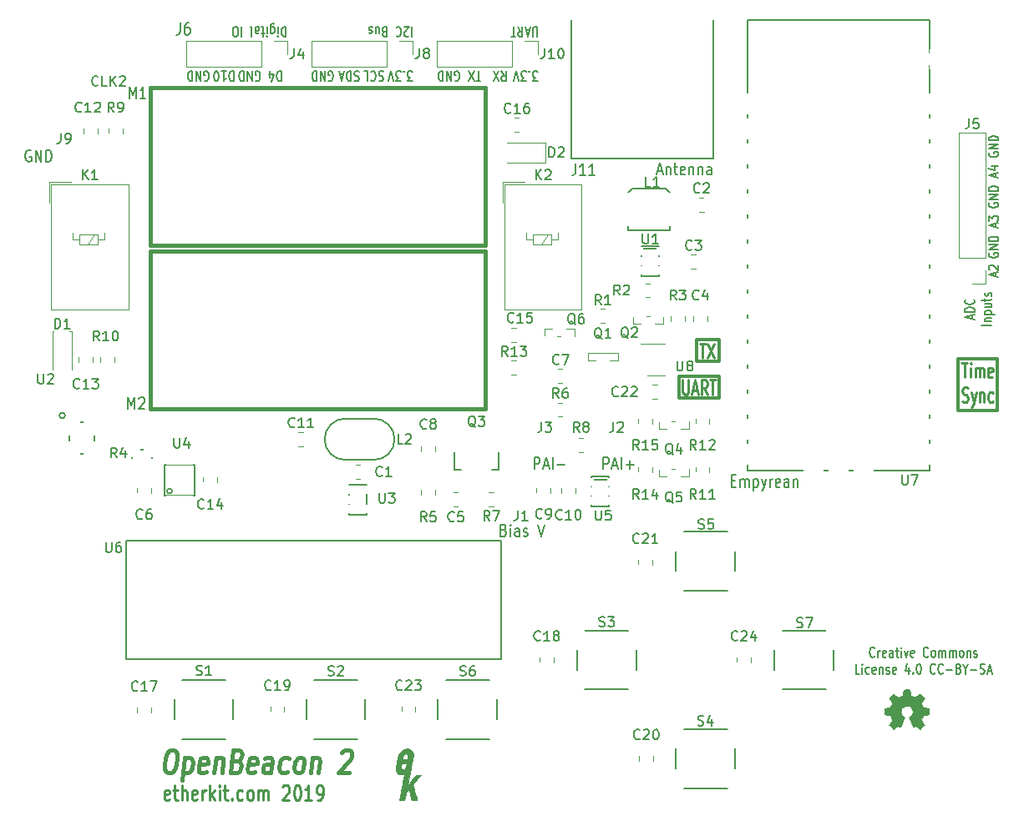
<source format=gto>
G04 #@! TF.GenerationSoftware,KiCad,Pcbnew,5.1.4-e60b266~84~ubuntu18.04.1*
G04 #@! TF.CreationDate,2019-09-19T09:23:29-07:00*
G04 #@! TF.ProjectId,OpenBeacon2,4f70656e-4265-4616-936f-6e322e6b6963,B*
G04 #@! TF.SameCoordinates,Original*
G04 #@! TF.FileFunction,Legend,Top*
G04 #@! TF.FilePolarity,Positive*
%FSLAX46Y46*%
G04 Gerber Fmt 4.6, Leading zero omitted, Abs format (unit mm)*
G04 Created by KiCad (PCBNEW 5.1.4-e60b266~84~ubuntu18.04.1) date 2019-09-19 09:23:29*
%MOMM*%
%LPD*%
G04 APERTURE LIST*
%ADD10C,0.200000*%
%ADD11C,0.300000*%
%ADD12C,0.250000*%
%ADD13C,0.150000*%
%ADD14C,0.400000*%
%ADD15C,0.002540*%
%ADD16C,0.120000*%
%ADD17C,0.119380*%
%ADD18C,0.127000*%
%ADD19C,0.129540*%
%ADD20C,2.540000*%
%ADD21C,2.000000*%
%ADD22C,0.100000*%
%ADD23R,1.400760X1.901140*%
%ADD24C,1.000000*%
%ADD25C,2.400000*%
%ADD26C,6.800000*%
%ADD27C,1.200000*%
%ADD28C,2.100000*%
%ADD29C,3.399740*%
%ADD30R,2.300000X3.400000*%
%ADD31C,1.375000*%
%ADD32O,2.100000X2.100000*%
%ADD33R,2.100000X2.100000*%
%ADD34R,1.600000X1.300000*%
%ADD35R,1.300000X1.600000*%
%ADD36R,2.800000X1.100000*%
%ADD37R,1.200000X1.100000*%
%ADD38R,1.314400X1.314400*%
%ADD39R,1.460000X1.050000*%
%ADD40R,2.400000X2.400000*%
%ADD41R,2.200000X5.480000*%
%ADD42C,0.700000*%
%ADD43R,1.162000X0.908000*%
%ADD44R,1.500000X1.700000*%
%ADD45R,0.650000X1.500000*%
%ADD46R,1.900000X1.900000*%
G04 APERTURE END LIST*
D10*
X152976190Y-51747619D02*
X152976190Y-50938095D01*
X152938095Y-50842857D01*
X152900000Y-50795238D01*
X152823809Y-50747619D01*
X152671428Y-50747619D01*
X152595238Y-50795238D01*
X152557142Y-50842857D01*
X152519047Y-50938095D01*
X152519047Y-51747619D01*
X152176190Y-51033333D02*
X151795238Y-51033333D01*
X152252380Y-50747619D02*
X151985714Y-51747619D01*
X151719047Y-50747619D01*
X150995238Y-50747619D02*
X151261904Y-51223809D01*
X151452380Y-50747619D02*
X151452380Y-51747619D01*
X151147619Y-51747619D01*
X151071428Y-51700000D01*
X151033333Y-51652380D01*
X150995238Y-51557142D01*
X150995238Y-51414285D01*
X151033333Y-51319047D01*
X151071428Y-51271428D01*
X151147619Y-51223809D01*
X151452380Y-51223809D01*
X150766666Y-51747619D02*
X150309523Y-51747619D01*
X150538095Y-50747619D02*
X150538095Y-51747619D01*
X152980952Y-56247619D02*
X152485714Y-56247619D01*
X152752380Y-55866666D01*
X152638095Y-55866666D01*
X152561904Y-55819047D01*
X152523809Y-55771428D01*
X152485714Y-55676190D01*
X152485714Y-55438095D01*
X152523809Y-55342857D01*
X152561904Y-55295238D01*
X152638095Y-55247619D01*
X152866666Y-55247619D01*
X152942857Y-55295238D01*
X152980952Y-55342857D01*
X152142857Y-55342857D02*
X152104761Y-55295238D01*
X152142857Y-55247619D01*
X152180952Y-55295238D01*
X152142857Y-55342857D01*
X152142857Y-55247619D01*
X151838095Y-56247619D02*
X151342857Y-56247619D01*
X151609523Y-55866666D01*
X151495238Y-55866666D01*
X151419047Y-55819047D01*
X151380952Y-55771428D01*
X151342857Y-55676190D01*
X151342857Y-55438095D01*
X151380952Y-55342857D01*
X151419047Y-55295238D01*
X151495238Y-55247619D01*
X151723809Y-55247619D01*
X151800000Y-55295238D01*
X151838095Y-55342857D01*
X151114285Y-56247619D02*
X150847619Y-55247619D01*
X150580952Y-56247619D01*
X149333333Y-55247619D02*
X149600000Y-55723809D01*
X149790476Y-55247619D02*
X149790476Y-56247619D01*
X149485714Y-56247619D01*
X149409523Y-56200000D01*
X149371428Y-56152380D01*
X149333333Y-56057142D01*
X149333333Y-55914285D01*
X149371428Y-55819047D01*
X149409523Y-55771428D01*
X149485714Y-55723809D01*
X149790476Y-55723809D01*
X149066666Y-56247619D02*
X148533333Y-55247619D01*
X148533333Y-56247619D02*
X149066666Y-55247619D01*
D11*
X195600000Y-89700000D02*
X199600000Y-89700000D01*
X195600000Y-84400000D02*
X199600000Y-84400000D01*
X167300000Y-88400000D02*
X167300000Y-86200000D01*
X171400000Y-88400000D02*
X167300000Y-88400000D01*
X171400000Y-86200000D02*
X171400000Y-88400000D01*
X167300000Y-86200000D02*
X171400000Y-86200000D01*
D12*
X167704761Y-86578571D02*
X167704761Y-87792857D01*
X167752380Y-87935714D01*
X167800000Y-88007142D01*
X167895238Y-88078571D01*
X168085714Y-88078571D01*
X168180952Y-88007142D01*
X168228571Y-87935714D01*
X168276190Y-87792857D01*
X168276190Y-86578571D01*
X168704761Y-87650000D02*
X169180952Y-87650000D01*
X168609523Y-88078571D02*
X168942857Y-86578571D01*
X169276190Y-88078571D01*
X170180952Y-88078571D02*
X169847619Y-87364285D01*
X169609523Y-88078571D02*
X169609523Y-86578571D01*
X169990476Y-86578571D01*
X170085714Y-86650000D01*
X170133333Y-86721428D01*
X170180952Y-86864285D01*
X170180952Y-87078571D01*
X170133333Y-87221428D01*
X170085714Y-87292857D01*
X169990476Y-87364285D01*
X169609523Y-87364285D01*
X170466666Y-86578571D02*
X171038095Y-86578571D01*
X170752380Y-88078571D02*
X170752380Y-86578571D01*
D11*
X199600000Y-84400000D02*
X199600000Y-89700000D01*
X195600000Y-84400000D02*
X195600000Y-89700000D01*
X169100000Y-84700000D02*
X169100000Y-82500000D01*
X171400000Y-84700000D02*
X169100000Y-84700000D01*
X171400000Y-82500000D02*
X171400000Y-84700000D01*
X169100000Y-82500000D02*
X171400000Y-82500000D01*
D12*
X169438095Y-82878571D02*
X170009523Y-82878571D01*
X169723809Y-84378571D02*
X169723809Y-82878571D01*
X170247619Y-82878571D02*
X170914285Y-84378571D01*
X170914285Y-82878571D02*
X170247619Y-84378571D01*
X195980952Y-84828571D02*
X196552380Y-84828571D01*
X196266666Y-86328571D02*
X196266666Y-84828571D01*
X196885714Y-86328571D02*
X196885714Y-85328571D01*
X196885714Y-84828571D02*
X196838095Y-84900000D01*
X196885714Y-84971428D01*
X196933333Y-84900000D01*
X196885714Y-84828571D01*
X196885714Y-84971428D01*
X197361904Y-86328571D02*
X197361904Y-85328571D01*
X197361904Y-85471428D02*
X197409523Y-85400000D01*
X197504761Y-85328571D01*
X197647619Y-85328571D01*
X197742857Y-85400000D01*
X197790476Y-85542857D01*
X197790476Y-86328571D01*
X197790476Y-85542857D02*
X197838095Y-85400000D01*
X197933333Y-85328571D01*
X198076190Y-85328571D01*
X198171428Y-85400000D01*
X198219047Y-85542857D01*
X198219047Y-86328571D01*
X199076190Y-86257142D02*
X198980952Y-86328571D01*
X198790476Y-86328571D01*
X198695238Y-86257142D01*
X198647619Y-86114285D01*
X198647619Y-85542857D01*
X198695238Y-85400000D01*
X198790476Y-85328571D01*
X198980952Y-85328571D01*
X199076190Y-85400000D01*
X199123809Y-85542857D01*
X199123809Y-85685714D01*
X198647619Y-85828571D01*
X196052380Y-88757142D02*
X196195238Y-88828571D01*
X196433333Y-88828571D01*
X196528571Y-88757142D01*
X196576190Y-88685714D01*
X196623809Y-88542857D01*
X196623809Y-88400000D01*
X196576190Y-88257142D01*
X196528571Y-88185714D01*
X196433333Y-88114285D01*
X196242857Y-88042857D01*
X196147619Y-87971428D01*
X196100000Y-87900000D01*
X196052380Y-87757142D01*
X196052380Y-87614285D01*
X196100000Y-87471428D01*
X196147619Y-87400000D01*
X196242857Y-87328571D01*
X196480952Y-87328571D01*
X196623809Y-87400000D01*
X196957142Y-87828571D02*
X197195238Y-88828571D01*
X197433333Y-87828571D02*
X197195238Y-88828571D01*
X197100000Y-89185714D01*
X197052380Y-89257142D01*
X196957142Y-89328571D01*
X197814285Y-87828571D02*
X197814285Y-88828571D01*
X197814285Y-87971428D02*
X197861904Y-87900000D01*
X197957142Y-87828571D01*
X198100000Y-87828571D01*
X198195238Y-87900000D01*
X198242857Y-88042857D01*
X198242857Y-88828571D01*
X199147619Y-88757142D02*
X199052380Y-88828571D01*
X198861904Y-88828571D01*
X198766666Y-88757142D01*
X198719047Y-88685714D01*
X198671428Y-88542857D01*
X198671428Y-88114285D01*
X198719047Y-87971428D01*
X198766666Y-87900000D01*
X198861904Y-87828571D01*
X199052380Y-87828571D01*
X199147619Y-87900000D01*
D10*
X187147619Y-114607142D02*
X187109523Y-114654761D01*
X186995238Y-114702380D01*
X186919047Y-114702380D01*
X186804761Y-114654761D01*
X186728571Y-114559523D01*
X186690476Y-114464285D01*
X186652380Y-114273809D01*
X186652380Y-114130952D01*
X186690476Y-113940476D01*
X186728571Y-113845238D01*
X186804761Y-113750000D01*
X186919047Y-113702380D01*
X186995238Y-113702380D01*
X187109523Y-113750000D01*
X187147619Y-113797619D01*
X187490476Y-114702380D02*
X187490476Y-114035714D01*
X187490476Y-114226190D02*
X187528571Y-114130952D01*
X187566666Y-114083333D01*
X187642857Y-114035714D01*
X187719047Y-114035714D01*
X188290476Y-114654761D02*
X188214285Y-114702380D01*
X188061904Y-114702380D01*
X187985714Y-114654761D01*
X187947619Y-114559523D01*
X187947619Y-114178571D01*
X187985714Y-114083333D01*
X188061904Y-114035714D01*
X188214285Y-114035714D01*
X188290476Y-114083333D01*
X188328571Y-114178571D01*
X188328571Y-114273809D01*
X187947619Y-114369047D01*
X189014285Y-114702380D02*
X189014285Y-114178571D01*
X188976190Y-114083333D01*
X188900000Y-114035714D01*
X188747619Y-114035714D01*
X188671428Y-114083333D01*
X189014285Y-114654761D02*
X188938095Y-114702380D01*
X188747619Y-114702380D01*
X188671428Y-114654761D01*
X188633333Y-114559523D01*
X188633333Y-114464285D01*
X188671428Y-114369047D01*
X188747619Y-114321428D01*
X188938095Y-114321428D01*
X189014285Y-114273809D01*
X189280952Y-114035714D02*
X189585714Y-114035714D01*
X189395238Y-113702380D02*
X189395238Y-114559523D01*
X189433333Y-114654761D01*
X189509523Y-114702380D01*
X189585714Y-114702380D01*
X189852380Y-114702380D02*
X189852380Y-114035714D01*
X189852380Y-113702380D02*
X189814285Y-113750000D01*
X189852380Y-113797619D01*
X189890476Y-113750000D01*
X189852380Y-113702380D01*
X189852380Y-113797619D01*
X190157142Y-114035714D02*
X190347619Y-114702380D01*
X190538095Y-114035714D01*
X191147619Y-114654761D02*
X191071428Y-114702380D01*
X190919047Y-114702380D01*
X190842857Y-114654761D01*
X190804761Y-114559523D01*
X190804761Y-114178571D01*
X190842857Y-114083333D01*
X190919047Y-114035714D01*
X191071428Y-114035714D01*
X191147619Y-114083333D01*
X191185714Y-114178571D01*
X191185714Y-114273809D01*
X190804761Y-114369047D01*
X192595238Y-114607142D02*
X192557142Y-114654761D01*
X192442857Y-114702380D01*
X192366666Y-114702380D01*
X192252380Y-114654761D01*
X192176190Y-114559523D01*
X192138095Y-114464285D01*
X192100000Y-114273809D01*
X192100000Y-114130952D01*
X192138095Y-113940476D01*
X192176190Y-113845238D01*
X192252380Y-113750000D01*
X192366666Y-113702380D01*
X192442857Y-113702380D01*
X192557142Y-113750000D01*
X192595238Y-113797619D01*
X193052380Y-114702380D02*
X192976190Y-114654761D01*
X192938095Y-114607142D01*
X192900000Y-114511904D01*
X192900000Y-114226190D01*
X192938095Y-114130952D01*
X192976190Y-114083333D01*
X193052380Y-114035714D01*
X193166666Y-114035714D01*
X193242857Y-114083333D01*
X193280952Y-114130952D01*
X193319047Y-114226190D01*
X193319047Y-114511904D01*
X193280952Y-114607142D01*
X193242857Y-114654761D01*
X193166666Y-114702380D01*
X193052380Y-114702380D01*
X193661904Y-114702380D02*
X193661904Y-114035714D01*
X193661904Y-114130952D02*
X193700000Y-114083333D01*
X193776190Y-114035714D01*
X193890476Y-114035714D01*
X193966666Y-114083333D01*
X194004761Y-114178571D01*
X194004761Y-114702380D01*
X194004761Y-114178571D02*
X194042857Y-114083333D01*
X194119047Y-114035714D01*
X194233333Y-114035714D01*
X194309523Y-114083333D01*
X194347619Y-114178571D01*
X194347619Y-114702380D01*
X194728571Y-114702380D02*
X194728571Y-114035714D01*
X194728571Y-114130952D02*
X194766666Y-114083333D01*
X194842857Y-114035714D01*
X194957142Y-114035714D01*
X195033333Y-114083333D01*
X195071428Y-114178571D01*
X195071428Y-114702380D01*
X195071428Y-114178571D02*
X195109523Y-114083333D01*
X195185714Y-114035714D01*
X195300000Y-114035714D01*
X195376190Y-114083333D01*
X195414285Y-114178571D01*
X195414285Y-114702380D01*
X195909523Y-114702380D02*
X195833333Y-114654761D01*
X195795238Y-114607142D01*
X195757142Y-114511904D01*
X195757142Y-114226190D01*
X195795238Y-114130952D01*
X195833333Y-114083333D01*
X195909523Y-114035714D01*
X196023809Y-114035714D01*
X196100000Y-114083333D01*
X196138095Y-114130952D01*
X196176190Y-114226190D01*
X196176190Y-114511904D01*
X196138095Y-114607142D01*
X196100000Y-114654761D01*
X196023809Y-114702380D01*
X195909523Y-114702380D01*
X196519047Y-114035714D02*
X196519047Y-114702380D01*
X196519047Y-114130952D02*
X196557142Y-114083333D01*
X196633333Y-114035714D01*
X196747619Y-114035714D01*
X196823809Y-114083333D01*
X196861904Y-114178571D01*
X196861904Y-114702380D01*
X197204761Y-114654761D02*
X197280952Y-114702380D01*
X197433333Y-114702380D01*
X197509523Y-114654761D01*
X197547619Y-114559523D01*
X197547619Y-114511904D01*
X197509523Y-114416666D01*
X197433333Y-114369047D01*
X197319047Y-114369047D01*
X197242857Y-114321428D01*
X197204761Y-114226190D01*
X197204761Y-114178571D01*
X197242857Y-114083333D01*
X197319047Y-114035714D01*
X197433333Y-114035714D01*
X197509523Y-114083333D01*
X185623809Y-116402380D02*
X185242857Y-116402380D01*
X185242857Y-115402380D01*
X185890476Y-116402380D02*
X185890476Y-115735714D01*
X185890476Y-115402380D02*
X185852380Y-115450000D01*
X185890476Y-115497619D01*
X185928571Y-115450000D01*
X185890476Y-115402380D01*
X185890476Y-115497619D01*
X186614285Y-116354761D02*
X186538095Y-116402380D01*
X186385714Y-116402380D01*
X186309523Y-116354761D01*
X186271428Y-116307142D01*
X186233333Y-116211904D01*
X186233333Y-115926190D01*
X186271428Y-115830952D01*
X186309523Y-115783333D01*
X186385714Y-115735714D01*
X186538095Y-115735714D01*
X186614285Y-115783333D01*
X187261904Y-116354761D02*
X187185714Y-116402380D01*
X187033333Y-116402380D01*
X186957142Y-116354761D01*
X186919047Y-116259523D01*
X186919047Y-115878571D01*
X186957142Y-115783333D01*
X187033333Y-115735714D01*
X187185714Y-115735714D01*
X187261904Y-115783333D01*
X187300000Y-115878571D01*
X187300000Y-115973809D01*
X186919047Y-116069047D01*
X187642857Y-115735714D02*
X187642857Y-116402380D01*
X187642857Y-115830952D02*
X187680952Y-115783333D01*
X187757142Y-115735714D01*
X187871428Y-115735714D01*
X187947619Y-115783333D01*
X187985714Y-115878571D01*
X187985714Y-116402380D01*
X188328571Y-116354761D02*
X188404761Y-116402380D01*
X188557142Y-116402380D01*
X188633333Y-116354761D01*
X188671428Y-116259523D01*
X188671428Y-116211904D01*
X188633333Y-116116666D01*
X188557142Y-116069047D01*
X188442857Y-116069047D01*
X188366666Y-116021428D01*
X188328571Y-115926190D01*
X188328571Y-115878571D01*
X188366666Y-115783333D01*
X188442857Y-115735714D01*
X188557142Y-115735714D01*
X188633333Y-115783333D01*
X189319047Y-116354761D02*
X189242857Y-116402380D01*
X189090476Y-116402380D01*
X189014285Y-116354761D01*
X188976190Y-116259523D01*
X188976190Y-115878571D01*
X189014285Y-115783333D01*
X189090476Y-115735714D01*
X189242857Y-115735714D01*
X189319047Y-115783333D01*
X189357142Y-115878571D01*
X189357142Y-115973809D01*
X188976190Y-116069047D01*
X190652380Y-115735714D02*
X190652380Y-116402380D01*
X190461904Y-115354761D02*
X190271428Y-116069047D01*
X190766666Y-116069047D01*
X191071428Y-116307142D02*
X191109523Y-116354761D01*
X191071428Y-116402380D01*
X191033333Y-116354761D01*
X191071428Y-116307142D01*
X191071428Y-116402380D01*
X191604761Y-115402380D02*
X191680952Y-115402380D01*
X191757142Y-115450000D01*
X191795238Y-115497619D01*
X191833333Y-115592857D01*
X191871428Y-115783333D01*
X191871428Y-116021428D01*
X191833333Y-116211904D01*
X191795238Y-116307142D01*
X191757142Y-116354761D01*
X191680952Y-116402380D01*
X191604761Y-116402380D01*
X191528571Y-116354761D01*
X191490476Y-116307142D01*
X191452380Y-116211904D01*
X191414285Y-116021428D01*
X191414285Y-115783333D01*
X191452380Y-115592857D01*
X191490476Y-115497619D01*
X191528571Y-115450000D01*
X191604761Y-115402380D01*
X193280952Y-116307142D02*
X193242857Y-116354761D01*
X193128571Y-116402380D01*
X193052380Y-116402380D01*
X192938095Y-116354761D01*
X192861904Y-116259523D01*
X192823809Y-116164285D01*
X192785714Y-115973809D01*
X192785714Y-115830952D01*
X192823809Y-115640476D01*
X192861904Y-115545238D01*
X192938095Y-115450000D01*
X193052380Y-115402380D01*
X193128571Y-115402380D01*
X193242857Y-115450000D01*
X193280952Y-115497619D01*
X194080952Y-116307142D02*
X194042857Y-116354761D01*
X193928571Y-116402380D01*
X193852380Y-116402380D01*
X193738095Y-116354761D01*
X193661904Y-116259523D01*
X193623809Y-116164285D01*
X193585714Y-115973809D01*
X193585714Y-115830952D01*
X193623809Y-115640476D01*
X193661904Y-115545238D01*
X193738095Y-115450000D01*
X193852380Y-115402380D01*
X193928571Y-115402380D01*
X194042857Y-115450000D01*
X194080952Y-115497619D01*
X194423809Y-116021428D02*
X195033333Y-116021428D01*
X195680952Y-115878571D02*
X195795238Y-115926190D01*
X195833333Y-115973809D01*
X195871428Y-116069047D01*
X195871428Y-116211904D01*
X195833333Y-116307142D01*
X195795238Y-116354761D01*
X195719047Y-116402380D01*
X195414285Y-116402380D01*
X195414285Y-115402380D01*
X195680952Y-115402380D01*
X195757142Y-115450000D01*
X195795238Y-115497619D01*
X195833333Y-115592857D01*
X195833333Y-115688095D01*
X195795238Y-115783333D01*
X195757142Y-115830952D01*
X195680952Y-115878571D01*
X195414285Y-115878571D01*
X196366666Y-115926190D02*
X196366666Y-116402380D01*
X196100000Y-115402380D02*
X196366666Y-115926190D01*
X196633333Y-115402380D01*
X196900000Y-116021428D02*
X197509523Y-116021428D01*
X197852380Y-116354761D02*
X197966666Y-116402380D01*
X198157142Y-116402380D01*
X198233333Y-116354761D01*
X198271428Y-116307142D01*
X198309523Y-116211904D01*
X198309523Y-116116666D01*
X198271428Y-116021428D01*
X198233333Y-115973809D01*
X198157142Y-115926190D01*
X198004761Y-115878571D01*
X197928571Y-115830952D01*
X197890476Y-115783333D01*
X197852380Y-115688095D01*
X197852380Y-115592857D01*
X197890476Y-115497619D01*
X197928571Y-115450000D01*
X198004761Y-115402380D01*
X198195238Y-115402380D01*
X198309523Y-115450000D01*
X198614285Y-116116666D02*
X198995238Y-116116666D01*
X198538095Y-116402380D02*
X198804761Y-115402380D01*
X199071428Y-116402380D01*
D13*
X108428571Y-56657142D02*
X108380952Y-56704761D01*
X108238095Y-56752380D01*
X108142857Y-56752380D01*
X108000000Y-56704761D01*
X107904761Y-56609523D01*
X107857142Y-56514285D01*
X107809523Y-56323809D01*
X107809523Y-56180952D01*
X107857142Y-55990476D01*
X107904761Y-55895238D01*
X108000000Y-55800000D01*
X108142857Y-55752380D01*
X108238095Y-55752380D01*
X108380952Y-55800000D01*
X108428571Y-55847619D01*
X109333333Y-56752380D02*
X108857142Y-56752380D01*
X108857142Y-55752380D01*
X109666666Y-56752380D02*
X109666666Y-55752380D01*
X110238095Y-56752380D02*
X109809523Y-56180952D01*
X110238095Y-55752380D02*
X109666666Y-56323809D01*
X110619047Y-55847619D02*
X110666666Y-55800000D01*
X110761904Y-55752380D01*
X111000000Y-55752380D01*
X111095238Y-55800000D01*
X111142857Y-55847619D01*
X111190476Y-55942857D01*
X111190476Y-56038095D01*
X111142857Y-56180952D01*
X110571428Y-56752380D01*
X111190476Y-56752380D01*
D10*
X172642857Y-96814285D02*
X172976190Y-96814285D01*
X173119047Y-97442857D02*
X172642857Y-97442857D01*
X172642857Y-96242857D01*
X173119047Y-96242857D01*
X173547619Y-97442857D02*
X173547619Y-96642857D01*
X173547619Y-96757142D02*
X173595238Y-96700000D01*
X173690476Y-96642857D01*
X173833333Y-96642857D01*
X173928571Y-96700000D01*
X173976190Y-96814285D01*
X173976190Y-97442857D01*
X173976190Y-96814285D02*
X174023809Y-96700000D01*
X174119047Y-96642857D01*
X174261904Y-96642857D01*
X174357142Y-96700000D01*
X174404761Y-96814285D01*
X174404761Y-97442857D01*
X174880952Y-96642857D02*
X174880952Y-97842857D01*
X174880952Y-96700000D02*
X174976190Y-96642857D01*
X175166666Y-96642857D01*
X175261904Y-96700000D01*
X175309523Y-96757142D01*
X175357142Y-96871428D01*
X175357142Y-97214285D01*
X175309523Y-97328571D01*
X175261904Y-97385714D01*
X175166666Y-97442857D01*
X174976190Y-97442857D01*
X174880952Y-97385714D01*
X175690476Y-96642857D02*
X175928571Y-97442857D01*
X176166666Y-96642857D02*
X175928571Y-97442857D01*
X175833333Y-97728571D01*
X175785714Y-97785714D01*
X175690476Y-97842857D01*
X176547619Y-97442857D02*
X176547619Y-96642857D01*
X176547619Y-96871428D02*
X176595238Y-96757142D01*
X176642857Y-96700000D01*
X176738095Y-96642857D01*
X176833333Y-96642857D01*
X177547619Y-97385714D02*
X177452380Y-97442857D01*
X177261904Y-97442857D01*
X177166666Y-97385714D01*
X177119047Y-97271428D01*
X177119047Y-96814285D01*
X177166666Y-96700000D01*
X177261904Y-96642857D01*
X177452380Y-96642857D01*
X177547619Y-96700000D01*
X177595238Y-96814285D01*
X177595238Y-96928571D01*
X177119047Y-97042857D01*
X178452380Y-97442857D02*
X178452380Y-96814285D01*
X178404761Y-96700000D01*
X178309523Y-96642857D01*
X178119047Y-96642857D01*
X178023809Y-96700000D01*
X178452380Y-97385714D02*
X178357142Y-97442857D01*
X178119047Y-97442857D01*
X178023809Y-97385714D01*
X177976190Y-97271428D01*
X177976190Y-97157142D01*
X178023809Y-97042857D01*
X178119047Y-96985714D01*
X178357142Y-96985714D01*
X178452380Y-96928571D01*
X178928571Y-96642857D02*
X178928571Y-97442857D01*
X178928571Y-96757142D02*
X178976190Y-96700000D01*
X179071428Y-96642857D01*
X179214285Y-96642857D01*
X179309523Y-96700000D01*
X179357142Y-96814285D01*
X179357142Y-97442857D01*
X165138095Y-65400000D02*
X165614285Y-65400000D01*
X165042857Y-65742857D02*
X165376190Y-64542857D01*
X165709523Y-65742857D01*
X166042857Y-64942857D02*
X166042857Y-65742857D01*
X166042857Y-65057142D02*
X166090476Y-65000000D01*
X166185714Y-64942857D01*
X166328571Y-64942857D01*
X166423809Y-65000000D01*
X166471428Y-65114285D01*
X166471428Y-65742857D01*
X166804761Y-64942857D02*
X167185714Y-64942857D01*
X166947619Y-64542857D02*
X166947619Y-65571428D01*
X166995238Y-65685714D01*
X167090476Y-65742857D01*
X167185714Y-65742857D01*
X167900000Y-65685714D02*
X167804761Y-65742857D01*
X167614285Y-65742857D01*
X167519047Y-65685714D01*
X167471428Y-65571428D01*
X167471428Y-65114285D01*
X167519047Y-65000000D01*
X167614285Y-64942857D01*
X167804761Y-64942857D01*
X167900000Y-65000000D01*
X167947619Y-65114285D01*
X167947619Y-65228571D01*
X167471428Y-65342857D01*
X168376190Y-64942857D02*
X168376190Y-65742857D01*
X168376190Y-65057142D02*
X168423809Y-65000000D01*
X168519047Y-64942857D01*
X168661904Y-64942857D01*
X168757142Y-65000000D01*
X168804761Y-65114285D01*
X168804761Y-65742857D01*
X169280952Y-64942857D02*
X169280952Y-65742857D01*
X169280952Y-65057142D02*
X169328571Y-65000000D01*
X169423809Y-64942857D01*
X169566666Y-64942857D01*
X169661904Y-65000000D01*
X169709523Y-65114285D01*
X169709523Y-65742857D01*
X170614285Y-65742857D02*
X170614285Y-65114285D01*
X170566666Y-65000000D01*
X170471428Y-64942857D01*
X170280952Y-64942857D01*
X170185714Y-65000000D01*
X170614285Y-65685714D02*
X170519047Y-65742857D01*
X170280952Y-65742857D01*
X170185714Y-65685714D01*
X170138095Y-65571428D01*
X170138095Y-65457142D01*
X170185714Y-65342857D01*
X170280952Y-65285714D01*
X170519047Y-65285714D01*
X170614285Y-65228571D01*
X159652380Y-95642857D02*
X159652380Y-94442857D01*
X160033333Y-94442857D01*
X160128571Y-94500000D01*
X160176190Y-94557142D01*
X160223809Y-94671428D01*
X160223809Y-94842857D01*
X160176190Y-94957142D01*
X160128571Y-95014285D01*
X160033333Y-95071428D01*
X159652380Y-95071428D01*
X160604761Y-95300000D02*
X161080952Y-95300000D01*
X160509523Y-95642857D02*
X160842857Y-94442857D01*
X161176190Y-95642857D01*
X161509523Y-95642857D02*
X161509523Y-94442857D01*
X161985714Y-95185714D02*
X162747619Y-95185714D01*
X162366666Y-95642857D02*
X162366666Y-94728571D01*
X152652380Y-95642857D02*
X152652380Y-94442857D01*
X153033333Y-94442857D01*
X153128571Y-94500000D01*
X153176190Y-94557142D01*
X153223809Y-94671428D01*
X153223809Y-94842857D01*
X153176190Y-94957142D01*
X153128571Y-95014285D01*
X153033333Y-95071428D01*
X152652380Y-95071428D01*
X153604761Y-95300000D02*
X154080952Y-95300000D01*
X153509523Y-95642857D02*
X153842857Y-94442857D01*
X154176190Y-95642857D01*
X154509523Y-95642857D02*
X154509523Y-94442857D01*
X154985714Y-95185714D02*
X155747619Y-95185714D01*
X149566666Y-101814285D02*
X149709523Y-101871428D01*
X149757142Y-101928571D01*
X149804761Y-102042857D01*
X149804761Y-102214285D01*
X149757142Y-102328571D01*
X149709523Y-102385714D01*
X149614285Y-102442857D01*
X149233333Y-102442857D01*
X149233333Y-101242857D01*
X149566666Y-101242857D01*
X149661904Y-101300000D01*
X149709523Y-101357142D01*
X149757142Y-101471428D01*
X149757142Y-101585714D01*
X149709523Y-101700000D01*
X149661904Y-101757142D01*
X149566666Y-101814285D01*
X149233333Y-101814285D01*
X150233333Y-102442857D02*
X150233333Y-101642857D01*
X150233333Y-101242857D02*
X150185714Y-101300000D01*
X150233333Y-101357142D01*
X150280952Y-101300000D01*
X150233333Y-101242857D01*
X150233333Y-101357142D01*
X151138095Y-102442857D02*
X151138095Y-101814285D01*
X151090476Y-101700000D01*
X150995238Y-101642857D01*
X150804761Y-101642857D01*
X150709523Y-101700000D01*
X151138095Y-102385714D02*
X151042857Y-102442857D01*
X150804761Y-102442857D01*
X150709523Y-102385714D01*
X150661904Y-102271428D01*
X150661904Y-102157142D01*
X150709523Y-102042857D01*
X150804761Y-101985714D01*
X151042857Y-101985714D01*
X151138095Y-101928571D01*
X151566666Y-102385714D02*
X151661904Y-102442857D01*
X151852380Y-102442857D01*
X151947619Y-102385714D01*
X151995238Y-102271428D01*
X151995238Y-102214285D01*
X151947619Y-102100000D01*
X151852380Y-102042857D01*
X151709523Y-102042857D01*
X151614285Y-101985714D01*
X151566666Y-101871428D01*
X151566666Y-101814285D01*
X151614285Y-101700000D01*
X151709523Y-101642857D01*
X151852380Y-101642857D01*
X151947619Y-101700000D01*
X153042857Y-101242857D02*
X153376190Y-102442857D01*
X153709523Y-101242857D01*
X101638095Y-63300000D02*
X101542857Y-63242857D01*
X101400000Y-63242857D01*
X101257142Y-63300000D01*
X101161904Y-63414285D01*
X101114285Y-63528571D01*
X101066666Y-63757142D01*
X101066666Y-63928571D01*
X101114285Y-64157142D01*
X101161904Y-64271428D01*
X101257142Y-64385714D01*
X101400000Y-64442857D01*
X101495238Y-64442857D01*
X101638095Y-64385714D01*
X101685714Y-64328571D01*
X101685714Y-63928571D01*
X101495238Y-63928571D01*
X102114285Y-64442857D02*
X102114285Y-63242857D01*
X102685714Y-64442857D01*
X102685714Y-63242857D01*
X103161904Y-64442857D02*
X103161904Y-63242857D01*
X103400000Y-63242857D01*
X103542857Y-63300000D01*
X103638095Y-63414285D01*
X103685714Y-63528571D01*
X103733333Y-63757142D01*
X103733333Y-63928571D01*
X103685714Y-64157142D01*
X103638095Y-64271428D01*
X103542857Y-64385714D01*
X103400000Y-64442857D01*
X103161904Y-64442857D01*
D12*
X115655357Y-129157142D02*
X115541071Y-129228571D01*
X115312500Y-129228571D01*
X115198214Y-129157142D01*
X115141071Y-129014285D01*
X115141071Y-128442857D01*
X115198214Y-128300000D01*
X115312500Y-128228571D01*
X115541071Y-128228571D01*
X115655357Y-128300000D01*
X115712500Y-128442857D01*
X115712500Y-128585714D01*
X115141071Y-128728571D01*
X116055357Y-128228571D02*
X116512500Y-128228571D01*
X116226785Y-127728571D02*
X116226785Y-129014285D01*
X116283928Y-129157142D01*
X116398214Y-129228571D01*
X116512500Y-129228571D01*
X116912500Y-129228571D02*
X116912500Y-127728571D01*
X117426785Y-129228571D02*
X117426785Y-128442857D01*
X117369642Y-128300000D01*
X117255357Y-128228571D01*
X117083928Y-128228571D01*
X116969642Y-128300000D01*
X116912500Y-128371428D01*
X118455357Y-129157142D02*
X118341071Y-129228571D01*
X118112500Y-129228571D01*
X117998214Y-129157142D01*
X117941071Y-129014285D01*
X117941071Y-128442857D01*
X117998214Y-128300000D01*
X118112500Y-128228571D01*
X118341071Y-128228571D01*
X118455357Y-128300000D01*
X118512500Y-128442857D01*
X118512500Y-128585714D01*
X117941071Y-128728571D01*
X119026785Y-129228571D02*
X119026785Y-128228571D01*
X119026785Y-128514285D02*
X119083928Y-128371428D01*
X119141071Y-128300000D01*
X119255357Y-128228571D01*
X119369642Y-128228571D01*
X119769642Y-129228571D02*
X119769642Y-127728571D01*
X119883928Y-128657142D02*
X120226785Y-129228571D01*
X120226785Y-128228571D02*
X119769642Y-128800000D01*
X120741071Y-129228571D02*
X120741071Y-128228571D01*
X120741071Y-127728571D02*
X120683928Y-127800000D01*
X120741071Y-127871428D01*
X120798214Y-127800000D01*
X120741071Y-127728571D01*
X120741071Y-127871428D01*
X121141071Y-128228571D02*
X121598214Y-128228571D01*
X121312500Y-127728571D02*
X121312500Y-129014285D01*
X121369642Y-129157142D01*
X121483928Y-129228571D01*
X121598214Y-129228571D01*
X121998214Y-129085714D02*
X122055357Y-129157142D01*
X121998214Y-129228571D01*
X121941071Y-129157142D01*
X121998214Y-129085714D01*
X121998214Y-129228571D01*
X123083928Y-129157142D02*
X122969642Y-129228571D01*
X122741071Y-129228571D01*
X122626785Y-129157142D01*
X122569642Y-129085714D01*
X122512500Y-128942857D01*
X122512500Y-128514285D01*
X122569642Y-128371428D01*
X122626785Y-128300000D01*
X122741071Y-128228571D01*
X122969642Y-128228571D01*
X123083928Y-128300000D01*
X123769642Y-129228571D02*
X123655357Y-129157142D01*
X123598214Y-129085714D01*
X123541071Y-128942857D01*
X123541071Y-128514285D01*
X123598214Y-128371428D01*
X123655357Y-128300000D01*
X123769642Y-128228571D01*
X123941071Y-128228571D01*
X124055357Y-128300000D01*
X124112500Y-128371428D01*
X124169642Y-128514285D01*
X124169642Y-128942857D01*
X124112500Y-129085714D01*
X124055357Y-129157142D01*
X123941071Y-129228571D01*
X123769642Y-129228571D01*
X124683928Y-129228571D02*
X124683928Y-128228571D01*
X124683928Y-128371428D02*
X124741071Y-128300000D01*
X124855357Y-128228571D01*
X125026785Y-128228571D01*
X125141071Y-128300000D01*
X125198214Y-128442857D01*
X125198214Y-129228571D01*
X125198214Y-128442857D02*
X125255357Y-128300000D01*
X125369642Y-128228571D01*
X125541071Y-128228571D01*
X125655357Y-128300000D01*
X125712500Y-128442857D01*
X125712500Y-129228571D01*
X127141071Y-127871428D02*
X127198214Y-127800000D01*
X127312500Y-127728571D01*
X127598214Y-127728571D01*
X127712500Y-127800000D01*
X127769642Y-127871428D01*
X127826785Y-128014285D01*
X127826785Y-128157142D01*
X127769642Y-128371428D01*
X127083928Y-129228571D01*
X127826785Y-129228571D01*
X128569642Y-127728571D02*
X128683928Y-127728571D01*
X128798214Y-127800000D01*
X128855357Y-127871428D01*
X128912500Y-128014285D01*
X128969642Y-128300000D01*
X128969642Y-128657142D01*
X128912500Y-128942857D01*
X128855357Y-129085714D01*
X128798214Y-129157142D01*
X128683928Y-129228571D01*
X128569642Y-129228571D01*
X128455357Y-129157142D01*
X128398214Y-129085714D01*
X128341071Y-128942857D01*
X128283928Y-128657142D01*
X128283928Y-128300000D01*
X128341071Y-128014285D01*
X128398214Y-127871428D01*
X128455357Y-127800000D01*
X128569642Y-127728571D01*
X130112500Y-129228571D02*
X129426785Y-129228571D01*
X129769642Y-129228571D02*
X129769642Y-127728571D01*
X129655357Y-127942857D01*
X129541071Y-128085714D01*
X129426785Y-128157142D01*
X130683928Y-129228571D02*
X130912500Y-129228571D01*
X131026785Y-129157142D01*
X131083928Y-129085714D01*
X131198214Y-128871428D01*
X131255357Y-128585714D01*
X131255357Y-128014285D01*
X131198214Y-127871428D01*
X131141071Y-127800000D01*
X131026785Y-127728571D01*
X130798214Y-127728571D01*
X130683928Y-127800000D01*
X130626785Y-127871428D01*
X130569642Y-128014285D01*
X130569642Y-128371428D01*
X130626785Y-128514285D01*
X130683928Y-128585714D01*
X130798214Y-128657142D01*
X131026785Y-128657142D01*
X131141071Y-128585714D01*
X131198214Y-128514285D01*
X131255357Y-128371428D01*
D14*
X115782619Y-124140476D02*
X116125476Y-124140476D01*
X116283214Y-124250000D01*
X116427261Y-124469047D01*
X116458214Y-124907142D01*
X116362380Y-125673809D01*
X116221904Y-126111904D01*
X116023095Y-126330952D01*
X115837976Y-126440476D01*
X115495119Y-126440476D01*
X115337380Y-126330952D01*
X115193333Y-126111904D01*
X115162380Y-125673809D01*
X115258214Y-124907142D01*
X115398690Y-124469047D01*
X115597500Y-124250000D01*
X115782619Y-124140476D01*
X117229642Y-124907142D02*
X116942142Y-127207142D01*
X117215952Y-125016666D02*
X117401071Y-124907142D01*
X117743928Y-124907142D01*
X117901666Y-125016666D01*
X117973690Y-125126190D01*
X118032023Y-125345238D01*
X117949880Y-126002380D01*
X117836785Y-126221428D01*
X117737380Y-126330952D01*
X117552261Y-126440476D01*
X117209404Y-126440476D01*
X117051666Y-126330952D01*
X119365952Y-126330952D02*
X119180833Y-126440476D01*
X118837976Y-126440476D01*
X118680238Y-126330952D01*
X118621904Y-126111904D01*
X118731428Y-125235714D01*
X118844523Y-125016666D01*
X119029642Y-124907142D01*
X119372500Y-124907142D01*
X119530238Y-125016666D01*
X119588571Y-125235714D01*
X119561190Y-125454761D01*
X118676666Y-125673809D01*
X120401071Y-124907142D02*
X120209404Y-126440476D01*
X120373690Y-125126190D02*
X120473095Y-125016666D01*
X120658214Y-124907142D01*
X120915357Y-124907142D01*
X121073095Y-125016666D01*
X121131428Y-125235714D01*
X120980833Y-126440476D01*
X122588571Y-125235714D02*
X122832023Y-125345238D01*
X122904047Y-125454761D01*
X122962380Y-125673809D01*
X122921309Y-126002380D01*
X122808214Y-126221428D01*
X122708809Y-126330952D01*
X122523690Y-126440476D01*
X121837976Y-126440476D01*
X122125476Y-124140476D01*
X122725476Y-124140476D01*
X122883214Y-124250000D01*
X122955238Y-124359523D01*
X123013571Y-124578571D01*
X122986190Y-124797619D01*
X122873095Y-125016666D01*
X122773690Y-125126190D01*
X122588571Y-125235714D01*
X121988571Y-125235714D01*
X124337380Y-126330952D02*
X124152261Y-126440476D01*
X123809404Y-126440476D01*
X123651666Y-126330952D01*
X123593333Y-126111904D01*
X123702857Y-125235714D01*
X123815952Y-125016666D01*
X124001071Y-124907142D01*
X124343928Y-124907142D01*
X124501666Y-125016666D01*
X124560000Y-125235714D01*
X124532619Y-125454761D01*
X123648095Y-125673809D01*
X125952261Y-126440476D02*
X126102857Y-125235714D01*
X126044523Y-125016666D01*
X125886785Y-124907142D01*
X125543928Y-124907142D01*
X125358809Y-125016666D01*
X125965952Y-126330952D02*
X125780833Y-126440476D01*
X125352261Y-126440476D01*
X125194523Y-126330952D01*
X125136190Y-126111904D01*
X125163571Y-125892857D01*
X125276666Y-125673809D01*
X125461785Y-125564285D01*
X125890357Y-125564285D01*
X126075476Y-125454761D01*
X127594523Y-126330952D02*
X127409404Y-126440476D01*
X127066547Y-126440476D01*
X126908809Y-126330952D01*
X126836785Y-126221428D01*
X126778452Y-126002380D01*
X126860595Y-125345238D01*
X126973690Y-125126190D01*
X127073095Y-125016666D01*
X127258214Y-124907142D01*
X127601071Y-124907142D01*
X127758809Y-125016666D01*
X128609404Y-126440476D02*
X128451666Y-126330952D01*
X128379642Y-126221428D01*
X128321309Y-126002380D01*
X128403452Y-125345238D01*
X128516547Y-125126190D01*
X128615952Y-125016666D01*
X128801071Y-124907142D01*
X129058214Y-124907142D01*
X129215952Y-125016666D01*
X129287976Y-125126190D01*
X129346309Y-125345238D01*
X129264166Y-126002380D01*
X129151071Y-126221428D01*
X129051666Y-126330952D01*
X128866547Y-126440476D01*
X128609404Y-126440476D01*
X130172500Y-124907142D02*
X129980833Y-126440476D01*
X130145119Y-125126190D02*
X130244523Y-125016666D01*
X130429642Y-124907142D01*
X130686785Y-124907142D01*
X130844523Y-125016666D01*
X130902857Y-125235714D01*
X130752261Y-126440476D01*
X133155238Y-124359523D02*
X133254642Y-124250000D01*
X133439761Y-124140476D01*
X133868333Y-124140476D01*
X134026071Y-124250000D01*
X134098095Y-124359523D01*
X134156428Y-124578571D01*
X134129047Y-124797619D01*
X134002261Y-125126190D01*
X132809404Y-126440476D01*
X133923690Y-126440476D01*
D10*
X124409523Y-56200000D02*
X124485714Y-56247619D01*
X124600000Y-56247619D01*
X124714285Y-56200000D01*
X124790476Y-56104761D01*
X124828571Y-56009523D01*
X124866666Y-55819047D01*
X124866666Y-55676190D01*
X124828571Y-55485714D01*
X124790476Y-55390476D01*
X124714285Y-55295238D01*
X124600000Y-55247619D01*
X124523809Y-55247619D01*
X124409523Y-55295238D01*
X124371428Y-55342857D01*
X124371428Y-55676190D01*
X124523809Y-55676190D01*
X124028571Y-55247619D02*
X124028571Y-56247619D01*
X123571428Y-55247619D01*
X123571428Y-56247619D01*
X123190476Y-55247619D02*
X123190476Y-56247619D01*
X123000000Y-56247619D01*
X122885714Y-56200000D01*
X122809523Y-56104761D01*
X122771428Y-56009523D01*
X122733333Y-55819047D01*
X122733333Y-55676190D01*
X122771428Y-55485714D01*
X122809523Y-55390476D01*
X122885714Y-55295238D01*
X123000000Y-55247619D01*
X123190476Y-55247619D01*
X119209523Y-56200000D02*
X119285714Y-56247619D01*
X119400000Y-56247619D01*
X119514285Y-56200000D01*
X119590476Y-56104761D01*
X119628571Y-56009523D01*
X119666666Y-55819047D01*
X119666666Y-55676190D01*
X119628571Y-55485714D01*
X119590476Y-55390476D01*
X119514285Y-55295238D01*
X119400000Y-55247619D01*
X119323809Y-55247619D01*
X119209523Y-55295238D01*
X119171428Y-55342857D01*
X119171428Y-55676190D01*
X119323809Y-55676190D01*
X118828571Y-55247619D02*
X118828571Y-56247619D01*
X118371428Y-55247619D01*
X118371428Y-56247619D01*
X117990476Y-55247619D02*
X117990476Y-56247619D01*
X117800000Y-56247619D01*
X117685714Y-56200000D01*
X117609523Y-56104761D01*
X117571428Y-56009523D01*
X117533333Y-55819047D01*
X117533333Y-55676190D01*
X117571428Y-55485714D01*
X117609523Y-55390476D01*
X117685714Y-55295238D01*
X117800000Y-55247619D01*
X117990476Y-55247619D01*
X144609523Y-56200000D02*
X144685714Y-56247619D01*
X144800000Y-56247619D01*
X144914285Y-56200000D01*
X144990476Y-56104761D01*
X145028571Y-56009523D01*
X145066666Y-55819047D01*
X145066666Y-55676190D01*
X145028571Y-55485714D01*
X144990476Y-55390476D01*
X144914285Y-55295238D01*
X144800000Y-55247619D01*
X144723809Y-55247619D01*
X144609523Y-55295238D01*
X144571428Y-55342857D01*
X144571428Y-55676190D01*
X144723809Y-55676190D01*
X144228571Y-55247619D02*
X144228571Y-56247619D01*
X143771428Y-55247619D01*
X143771428Y-56247619D01*
X143390476Y-55247619D02*
X143390476Y-56247619D01*
X143200000Y-56247619D01*
X143085714Y-56200000D01*
X143009523Y-56104761D01*
X142971428Y-56009523D01*
X142933333Y-55819047D01*
X142933333Y-55676190D01*
X142971428Y-55485714D01*
X143009523Y-55390476D01*
X143085714Y-55295238D01*
X143200000Y-55247619D01*
X143390476Y-55247619D01*
X198750000Y-63509523D02*
X198702380Y-63585714D01*
X198702380Y-63700000D01*
X198750000Y-63814285D01*
X198845238Y-63890476D01*
X198940476Y-63928571D01*
X199130952Y-63966666D01*
X199273809Y-63966666D01*
X199464285Y-63928571D01*
X199559523Y-63890476D01*
X199654761Y-63814285D01*
X199702380Y-63700000D01*
X199702380Y-63623809D01*
X199654761Y-63509523D01*
X199607142Y-63471428D01*
X199273809Y-63471428D01*
X199273809Y-63623809D01*
X199702380Y-63128571D02*
X198702380Y-63128571D01*
X199702380Y-62671428D01*
X198702380Y-62671428D01*
X199702380Y-62290476D02*
X198702380Y-62290476D01*
X198702380Y-62100000D01*
X198750000Y-61985714D01*
X198845238Y-61909523D01*
X198940476Y-61871428D01*
X199130952Y-61833333D01*
X199273809Y-61833333D01*
X199464285Y-61871428D01*
X199559523Y-61909523D01*
X199654761Y-61985714D01*
X199702380Y-62100000D01*
X199702380Y-62290476D01*
X198750000Y-73709523D02*
X198702380Y-73785714D01*
X198702380Y-73900000D01*
X198750000Y-74014285D01*
X198845238Y-74090476D01*
X198940476Y-74128571D01*
X199130952Y-74166666D01*
X199273809Y-74166666D01*
X199464285Y-74128571D01*
X199559523Y-74090476D01*
X199654761Y-74014285D01*
X199702380Y-73900000D01*
X199702380Y-73823809D01*
X199654761Y-73709523D01*
X199607142Y-73671428D01*
X199273809Y-73671428D01*
X199273809Y-73823809D01*
X199702380Y-73328571D02*
X198702380Y-73328571D01*
X199702380Y-72871428D01*
X198702380Y-72871428D01*
X199702380Y-72490476D02*
X198702380Y-72490476D01*
X198702380Y-72300000D01*
X198750000Y-72185714D01*
X198845238Y-72109523D01*
X198940476Y-72071428D01*
X199130952Y-72033333D01*
X199273809Y-72033333D01*
X199464285Y-72071428D01*
X199559523Y-72109523D01*
X199654761Y-72185714D01*
X199702380Y-72300000D01*
X199702380Y-72490476D01*
X198750000Y-68609523D02*
X198702380Y-68685714D01*
X198702380Y-68800000D01*
X198750000Y-68914285D01*
X198845238Y-68990476D01*
X198940476Y-69028571D01*
X199130952Y-69066666D01*
X199273809Y-69066666D01*
X199464285Y-69028571D01*
X199559523Y-68990476D01*
X199654761Y-68914285D01*
X199702380Y-68800000D01*
X199702380Y-68723809D01*
X199654761Y-68609523D01*
X199607142Y-68571428D01*
X199273809Y-68571428D01*
X199273809Y-68723809D01*
X199702380Y-68228571D02*
X198702380Y-68228571D01*
X199702380Y-67771428D01*
X198702380Y-67771428D01*
X199702380Y-67390476D02*
X198702380Y-67390476D01*
X198702380Y-67200000D01*
X198750000Y-67085714D01*
X198845238Y-67009523D01*
X198940476Y-66971428D01*
X199130952Y-66933333D01*
X199273809Y-66933333D01*
X199464285Y-66971428D01*
X199559523Y-67009523D01*
X199654761Y-67085714D01*
X199702380Y-67200000D01*
X199702380Y-67390476D01*
X131809523Y-56200000D02*
X131885714Y-56247619D01*
X132000000Y-56247619D01*
X132114285Y-56200000D01*
X132190476Y-56104761D01*
X132228571Y-56009523D01*
X132266666Y-55819047D01*
X132266666Y-55676190D01*
X132228571Y-55485714D01*
X132190476Y-55390476D01*
X132114285Y-55295238D01*
X132000000Y-55247619D01*
X131923809Y-55247619D01*
X131809523Y-55295238D01*
X131771428Y-55342857D01*
X131771428Y-55676190D01*
X131923809Y-55676190D01*
X131428571Y-55247619D02*
X131428571Y-56247619D01*
X130971428Y-55247619D01*
X130971428Y-56247619D01*
X130590476Y-55247619D02*
X130590476Y-56247619D01*
X130400000Y-56247619D01*
X130285714Y-56200000D01*
X130209523Y-56104761D01*
X130171428Y-56009523D01*
X130133333Y-55819047D01*
X130133333Y-55676190D01*
X130171428Y-55485714D01*
X130209523Y-55390476D01*
X130285714Y-55295238D01*
X130400000Y-55247619D01*
X130590476Y-55247619D01*
X134871428Y-55295238D02*
X134757142Y-55247619D01*
X134566666Y-55247619D01*
X134490476Y-55295238D01*
X134452380Y-55342857D01*
X134414285Y-55438095D01*
X134414285Y-55533333D01*
X134452380Y-55628571D01*
X134490476Y-55676190D01*
X134566666Y-55723809D01*
X134719047Y-55771428D01*
X134795238Y-55819047D01*
X134833333Y-55866666D01*
X134871428Y-55961904D01*
X134871428Y-56057142D01*
X134833333Y-56152380D01*
X134795238Y-56200000D01*
X134719047Y-56247619D01*
X134528571Y-56247619D01*
X134414285Y-56200000D01*
X134071428Y-55247619D02*
X134071428Y-56247619D01*
X133880952Y-56247619D01*
X133766666Y-56200000D01*
X133690476Y-56104761D01*
X133652380Y-56009523D01*
X133614285Y-55819047D01*
X133614285Y-55676190D01*
X133652380Y-55485714D01*
X133690476Y-55390476D01*
X133766666Y-55295238D01*
X133880952Y-55247619D01*
X134071428Y-55247619D01*
X133309523Y-55533333D02*
X132928571Y-55533333D01*
X133385714Y-55247619D02*
X133119047Y-56247619D01*
X132852380Y-55247619D01*
X137352380Y-55295238D02*
X137238095Y-55247619D01*
X137047619Y-55247619D01*
X136971428Y-55295238D01*
X136933333Y-55342857D01*
X136895238Y-55438095D01*
X136895238Y-55533333D01*
X136933333Y-55628571D01*
X136971428Y-55676190D01*
X137047619Y-55723809D01*
X137200000Y-55771428D01*
X137276190Y-55819047D01*
X137314285Y-55866666D01*
X137352380Y-55961904D01*
X137352380Y-56057142D01*
X137314285Y-56152380D01*
X137276190Y-56200000D01*
X137200000Y-56247619D01*
X137009523Y-56247619D01*
X136895238Y-56200000D01*
X136095238Y-55342857D02*
X136133333Y-55295238D01*
X136247619Y-55247619D01*
X136323809Y-55247619D01*
X136438095Y-55295238D01*
X136514285Y-55390476D01*
X136552380Y-55485714D01*
X136590476Y-55676190D01*
X136590476Y-55819047D01*
X136552380Y-56009523D01*
X136514285Y-56104761D01*
X136438095Y-56200000D01*
X136323809Y-56247619D01*
X136247619Y-56247619D01*
X136133333Y-56200000D01*
X136095238Y-56152380D01*
X135371428Y-55247619D02*
X135752380Y-55247619D01*
X135752380Y-56247619D01*
X140280952Y-56247619D02*
X139785714Y-56247619D01*
X140052380Y-55866666D01*
X139938095Y-55866666D01*
X139861904Y-55819047D01*
X139823809Y-55771428D01*
X139785714Y-55676190D01*
X139785714Y-55438095D01*
X139823809Y-55342857D01*
X139861904Y-55295238D01*
X139938095Y-55247619D01*
X140166666Y-55247619D01*
X140242857Y-55295238D01*
X140280952Y-55342857D01*
X139442857Y-55342857D02*
X139404761Y-55295238D01*
X139442857Y-55247619D01*
X139480952Y-55295238D01*
X139442857Y-55342857D01*
X139442857Y-55247619D01*
X139138095Y-56247619D02*
X138642857Y-56247619D01*
X138909523Y-55866666D01*
X138795238Y-55866666D01*
X138719047Y-55819047D01*
X138680952Y-55771428D01*
X138642857Y-55676190D01*
X138642857Y-55438095D01*
X138680952Y-55342857D01*
X138719047Y-55295238D01*
X138795238Y-55247619D01*
X139023809Y-55247619D01*
X139100000Y-55295238D01*
X139138095Y-55342857D01*
X138414285Y-56247619D02*
X138147619Y-55247619D01*
X137880952Y-56247619D01*
X199416666Y-65971428D02*
X199416666Y-65590476D01*
X199702380Y-66047619D02*
X198702380Y-65780952D01*
X199702380Y-65514285D01*
X199035714Y-64904761D02*
X199702380Y-64904761D01*
X198654761Y-65095238D02*
X199369047Y-65285714D01*
X199369047Y-64790476D01*
X199416666Y-71071428D02*
X199416666Y-70690476D01*
X199702380Y-71147619D02*
X198702380Y-70880952D01*
X199702380Y-70614285D01*
X198702380Y-70423809D02*
X198702380Y-69928571D01*
X199083333Y-70195238D01*
X199083333Y-70080952D01*
X199130952Y-70004761D01*
X199178571Y-69966666D01*
X199273809Y-69928571D01*
X199511904Y-69928571D01*
X199607142Y-69966666D01*
X199654761Y-70004761D01*
X199702380Y-70080952D01*
X199702380Y-70309523D01*
X199654761Y-70385714D01*
X199607142Y-70423809D01*
X199416666Y-76071428D02*
X199416666Y-75690476D01*
X199702380Y-76147619D02*
X198702380Y-75880952D01*
X199702380Y-75614285D01*
X198797619Y-75385714D02*
X198750000Y-75347619D01*
X198702380Y-75271428D01*
X198702380Y-75080952D01*
X198750000Y-75004761D01*
X198797619Y-74966666D01*
X198892857Y-74928571D01*
X198988095Y-74928571D01*
X199130952Y-74966666D01*
X199702380Y-75423809D01*
X199702380Y-74928571D01*
X147209523Y-56247619D02*
X146752380Y-56247619D01*
X146980952Y-55247619D02*
X146980952Y-56247619D01*
X146561904Y-56247619D02*
X146028571Y-55247619D01*
X146028571Y-56247619D02*
X146561904Y-55247619D01*
X126990476Y-55247619D02*
X126990476Y-56247619D01*
X126800000Y-56247619D01*
X126685714Y-56200000D01*
X126609523Y-56104761D01*
X126571428Y-56009523D01*
X126533333Y-55819047D01*
X126533333Y-55676190D01*
X126571428Y-55485714D01*
X126609523Y-55390476D01*
X126685714Y-55295238D01*
X126800000Y-55247619D01*
X126990476Y-55247619D01*
X125847619Y-55914285D02*
X125847619Y-55247619D01*
X126038095Y-56295238D02*
X126228571Y-55580952D01*
X125733333Y-55580952D01*
X122171428Y-55247619D02*
X122171428Y-56247619D01*
X121980952Y-56247619D01*
X121866666Y-56200000D01*
X121790476Y-56104761D01*
X121752380Y-56009523D01*
X121714285Y-55819047D01*
X121714285Y-55676190D01*
X121752380Y-55485714D01*
X121790476Y-55390476D01*
X121866666Y-55295238D01*
X121980952Y-55247619D01*
X122171428Y-55247619D01*
X120952380Y-55247619D02*
X121409523Y-55247619D01*
X121180952Y-55247619D02*
X121180952Y-56247619D01*
X121257142Y-56104761D01*
X121333333Y-56009523D01*
X121409523Y-55961904D01*
X120457142Y-56247619D02*
X120380952Y-56247619D01*
X120304761Y-56200000D01*
X120266666Y-56152380D01*
X120228571Y-56057142D01*
X120190476Y-55866666D01*
X120190476Y-55628571D01*
X120228571Y-55438095D01*
X120266666Y-55342857D01*
X120304761Y-55295238D01*
X120380952Y-55247619D01*
X120457142Y-55247619D01*
X120533333Y-55295238D01*
X120571428Y-55342857D01*
X120609523Y-55438095D01*
X120647619Y-55628571D01*
X120647619Y-55866666D01*
X120609523Y-56057142D01*
X120571428Y-56152380D01*
X120533333Y-56200000D01*
X120457142Y-56247619D01*
X140271428Y-50747619D02*
X140271428Y-51747619D01*
X139928571Y-51652380D02*
X139890476Y-51700000D01*
X139814285Y-51747619D01*
X139623809Y-51747619D01*
X139547619Y-51700000D01*
X139509523Y-51652380D01*
X139471428Y-51557142D01*
X139471428Y-51461904D01*
X139509523Y-51319047D01*
X139966666Y-50747619D01*
X139471428Y-50747619D01*
X138671428Y-50842857D02*
X138709523Y-50795238D01*
X138823809Y-50747619D01*
X138900000Y-50747619D01*
X139014285Y-50795238D01*
X139090476Y-50890476D01*
X139128571Y-50985714D01*
X139166666Y-51176190D01*
X139166666Y-51319047D01*
X139128571Y-51509523D01*
X139090476Y-51604761D01*
X139014285Y-51700000D01*
X138900000Y-51747619D01*
X138823809Y-51747619D01*
X138709523Y-51700000D01*
X138671428Y-51652380D01*
X137452380Y-51271428D02*
X137338095Y-51223809D01*
X137300000Y-51176190D01*
X137261904Y-51080952D01*
X137261904Y-50938095D01*
X137300000Y-50842857D01*
X137338095Y-50795238D01*
X137414285Y-50747619D01*
X137719047Y-50747619D01*
X137719047Y-51747619D01*
X137452380Y-51747619D01*
X137376190Y-51700000D01*
X137338095Y-51652380D01*
X137300000Y-51557142D01*
X137300000Y-51461904D01*
X137338095Y-51366666D01*
X137376190Y-51319047D01*
X137452380Y-51271428D01*
X137719047Y-51271428D01*
X136576190Y-51414285D02*
X136576190Y-50747619D01*
X136919047Y-51414285D02*
X136919047Y-50890476D01*
X136880952Y-50795238D01*
X136804761Y-50747619D01*
X136690476Y-50747619D01*
X136614285Y-50795238D01*
X136576190Y-50842857D01*
X136233333Y-50795238D02*
X136157142Y-50747619D01*
X136004761Y-50747619D01*
X135928571Y-50795238D01*
X135890476Y-50890476D01*
X135890476Y-50938095D01*
X135928571Y-51033333D01*
X136004761Y-51080952D01*
X136119047Y-51080952D01*
X136195238Y-51128571D01*
X136233333Y-51223809D01*
X136233333Y-51271428D01*
X136195238Y-51366666D01*
X136119047Y-51414285D01*
X136004761Y-51414285D01*
X135928571Y-51366666D01*
X197016666Y-80390476D02*
X197016666Y-80009523D01*
X197302380Y-80466666D02*
X196302380Y-80200000D01*
X197302380Y-79933333D01*
X197302380Y-79666666D02*
X196302380Y-79666666D01*
X196302380Y-79476190D01*
X196350000Y-79361904D01*
X196445238Y-79285714D01*
X196540476Y-79247619D01*
X196730952Y-79209523D01*
X196873809Y-79209523D01*
X197064285Y-79247619D01*
X197159523Y-79285714D01*
X197254761Y-79361904D01*
X197302380Y-79476190D01*
X197302380Y-79666666D01*
X197207142Y-78409523D02*
X197254761Y-78447619D01*
X197302380Y-78561904D01*
X197302380Y-78638095D01*
X197254761Y-78752380D01*
X197159523Y-78828571D01*
X197064285Y-78866666D01*
X196873809Y-78904761D01*
X196730952Y-78904761D01*
X196540476Y-78866666D01*
X196445238Y-78828571D01*
X196350000Y-78752380D01*
X196302380Y-78638095D01*
X196302380Y-78561904D01*
X196350000Y-78447619D01*
X196397619Y-78409523D01*
X199002380Y-81038095D02*
X198002380Y-81038095D01*
X198335714Y-80657142D02*
X199002380Y-80657142D01*
X198430952Y-80657142D02*
X198383333Y-80619047D01*
X198335714Y-80542857D01*
X198335714Y-80428571D01*
X198383333Y-80352380D01*
X198478571Y-80314285D01*
X199002380Y-80314285D01*
X198335714Y-79933333D02*
X199335714Y-79933333D01*
X198383333Y-79933333D02*
X198335714Y-79857142D01*
X198335714Y-79704761D01*
X198383333Y-79628571D01*
X198430952Y-79590476D01*
X198526190Y-79552380D01*
X198811904Y-79552380D01*
X198907142Y-79590476D01*
X198954761Y-79628571D01*
X199002380Y-79704761D01*
X199002380Y-79857142D01*
X198954761Y-79933333D01*
X198335714Y-78866666D02*
X199002380Y-78866666D01*
X198335714Y-79209523D02*
X198859523Y-79209523D01*
X198954761Y-79171428D01*
X199002380Y-79095238D01*
X199002380Y-78980952D01*
X198954761Y-78904761D01*
X198907142Y-78866666D01*
X198335714Y-78600000D02*
X198335714Y-78295238D01*
X198002380Y-78485714D02*
X198859523Y-78485714D01*
X198954761Y-78447619D01*
X199002380Y-78371428D01*
X199002380Y-78295238D01*
X198954761Y-78066666D02*
X199002380Y-77990476D01*
X199002380Y-77838095D01*
X198954761Y-77761904D01*
X198859523Y-77723809D01*
X198811904Y-77723809D01*
X198716666Y-77761904D01*
X198669047Y-77838095D01*
X198669047Y-77952380D01*
X198621428Y-78028571D01*
X198526190Y-78066666D01*
X198478571Y-78066666D01*
X198383333Y-78028571D01*
X198335714Y-77952380D01*
X198335714Y-77838095D01*
X198383333Y-77761904D01*
X127466666Y-50747619D02*
X127466666Y-51747619D01*
X127276190Y-51747619D01*
X127161904Y-51700000D01*
X127085714Y-51604761D01*
X127047619Y-51509523D01*
X127009523Y-51319047D01*
X127009523Y-51176190D01*
X127047619Y-50985714D01*
X127085714Y-50890476D01*
X127161904Y-50795238D01*
X127276190Y-50747619D01*
X127466666Y-50747619D01*
X126666666Y-50747619D02*
X126666666Y-51414285D01*
X126666666Y-51747619D02*
X126704761Y-51700000D01*
X126666666Y-51652380D01*
X126628571Y-51700000D01*
X126666666Y-51747619D01*
X126666666Y-51652380D01*
X125942857Y-51414285D02*
X125942857Y-50604761D01*
X125980952Y-50509523D01*
X126019047Y-50461904D01*
X126095238Y-50414285D01*
X126209523Y-50414285D01*
X126285714Y-50461904D01*
X125942857Y-50795238D02*
X126019047Y-50747619D01*
X126171428Y-50747619D01*
X126247619Y-50795238D01*
X126285714Y-50842857D01*
X126323809Y-50938095D01*
X126323809Y-51223809D01*
X126285714Y-51319047D01*
X126247619Y-51366666D01*
X126171428Y-51414285D01*
X126019047Y-51414285D01*
X125942857Y-51366666D01*
X125561904Y-50747619D02*
X125561904Y-51414285D01*
X125561904Y-51747619D02*
X125600000Y-51700000D01*
X125561904Y-51652380D01*
X125523809Y-51700000D01*
X125561904Y-51747619D01*
X125561904Y-51652380D01*
X125295238Y-51414285D02*
X124990476Y-51414285D01*
X125180952Y-51747619D02*
X125180952Y-50890476D01*
X125142857Y-50795238D01*
X125066666Y-50747619D01*
X124990476Y-50747619D01*
X124380952Y-50747619D02*
X124380952Y-51271428D01*
X124419047Y-51366666D01*
X124495238Y-51414285D01*
X124647619Y-51414285D01*
X124723809Y-51366666D01*
X124380952Y-50795238D02*
X124457142Y-50747619D01*
X124647619Y-50747619D01*
X124723809Y-50795238D01*
X124761904Y-50890476D01*
X124761904Y-50985714D01*
X124723809Y-51080952D01*
X124647619Y-51128571D01*
X124457142Y-51128571D01*
X124380952Y-51176190D01*
X123885714Y-50747619D02*
X123961904Y-50795238D01*
X124000000Y-50890476D01*
X124000000Y-51747619D01*
X122971428Y-50747619D02*
X122971428Y-51747619D01*
X122438095Y-51747619D02*
X122285714Y-51747619D01*
X122209523Y-51700000D01*
X122133333Y-51604761D01*
X122095238Y-51414285D01*
X122095238Y-51080952D01*
X122133333Y-50890476D01*
X122209523Y-50795238D01*
X122285714Y-50747619D01*
X122438095Y-50747619D01*
X122514285Y-50795238D01*
X122590476Y-50890476D01*
X122628571Y-51080952D01*
X122628571Y-51414285D01*
X122590476Y-51604761D01*
X122514285Y-51700000D01*
X122438095Y-51747619D01*
D15*
G36*
X189051260Y-121998980D02*
G01*
X189074120Y-121986280D01*
X189127460Y-121953260D01*
X189201120Y-121905000D01*
X189290020Y-121846580D01*
X189376380Y-121785620D01*
X189450040Y-121737360D01*
X189500840Y-121704340D01*
X189521160Y-121694180D01*
X189533860Y-121696720D01*
X189574500Y-121717040D01*
X189635460Y-121750060D01*
X189671020Y-121767840D01*
X189726900Y-121790700D01*
X189754840Y-121795780D01*
X189759920Y-121788160D01*
X189780240Y-121747520D01*
X189810720Y-121673860D01*
X189853900Y-121577340D01*
X189902160Y-121463040D01*
X189952960Y-121341120D01*
X190006300Y-121219200D01*
X190054560Y-121099820D01*
X190097740Y-120993140D01*
X190133300Y-120906780D01*
X190156160Y-120845820D01*
X190163780Y-120820420D01*
X190161240Y-120815340D01*
X190133300Y-120787400D01*
X190085040Y-120751840D01*
X189980900Y-120665480D01*
X189876760Y-120535940D01*
X189813260Y-120388620D01*
X189790400Y-120223520D01*
X189808180Y-120073660D01*
X189869140Y-119928880D01*
X189970740Y-119796800D01*
X190095200Y-119700280D01*
X190237440Y-119636780D01*
X190400000Y-119616460D01*
X190554940Y-119634240D01*
X190702260Y-119692660D01*
X190834340Y-119794260D01*
X190890220Y-119857760D01*
X190966420Y-119989840D01*
X191009600Y-120132080D01*
X191014680Y-120167640D01*
X191007060Y-120325120D01*
X190961340Y-120474980D01*
X190880060Y-120607060D01*
X190765760Y-120718820D01*
X190750520Y-120728980D01*
X190697180Y-120767080D01*
X190661620Y-120795020D01*
X190633680Y-120817880D01*
X190831800Y-121297940D01*
X190864820Y-121374140D01*
X190918160Y-121503680D01*
X190966420Y-121617980D01*
X191007060Y-121706880D01*
X191032460Y-121767840D01*
X191045160Y-121790700D01*
X191045160Y-121793240D01*
X191062940Y-121795780D01*
X191098500Y-121783080D01*
X191167080Y-121750060D01*
X191210260Y-121727200D01*
X191261060Y-121701800D01*
X191283920Y-121694180D01*
X191304240Y-121704340D01*
X191352500Y-121734820D01*
X191423620Y-121783080D01*
X191509980Y-121841500D01*
X191591260Y-121897380D01*
X191664920Y-121945640D01*
X191720800Y-121981200D01*
X191746200Y-121996440D01*
X191751280Y-121996440D01*
X191774140Y-121983740D01*
X191817320Y-121945640D01*
X191883360Y-121884680D01*
X191974800Y-121793240D01*
X191990040Y-121780540D01*
X192066240Y-121701800D01*
X192127200Y-121638300D01*
X192167840Y-121592580D01*
X192183080Y-121569720D01*
X192170380Y-121544320D01*
X192134820Y-121490980D01*
X192086560Y-121414780D01*
X192025600Y-121325880D01*
X191865580Y-121094740D01*
X191954480Y-120876300D01*
X191979880Y-120810260D01*
X192015440Y-120728980D01*
X192040840Y-120673100D01*
X192053540Y-120647700D01*
X192076400Y-120637540D01*
X192134820Y-120624840D01*
X192221180Y-120607060D01*
X192325320Y-120586740D01*
X192424380Y-120568960D01*
X192510740Y-120551180D01*
X192576780Y-120538480D01*
X192604720Y-120533400D01*
X192612340Y-120530860D01*
X192617420Y-120515620D01*
X192619960Y-120485140D01*
X192622500Y-120431800D01*
X192625040Y-120347980D01*
X192625040Y-120223520D01*
X192625040Y-120210820D01*
X192622500Y-120093980D01*
X192622500Y-120000000D01*
X192617420Y-119941580D01*
X192614880Y-119916180D01*
X192586940Y-119911100D01*
X192523440Y-119895860D01*
X192434540Y-119880620D01*
X192330400Y-119860300D01*
X192322780Y-119857760D01*
X192218640Y-119837440D01*
X192129740Y-119819660D01*
X192068780Y-119804420D01*
X192040840Y-119796800D01*
X192035760Y-119789180D01*
X192015440Y-119748540D01*
X191984960Y-119682500D01*
X191949400Y-119603760D01*
X191916380Y-119519940D01*
X191885900Y-119446280D01*
X191865580Y-119390400D01*
X191860500Y-119365000D01*
X191875740Y-119339600D01*
X191911300Y-119286260D01*
X191962100Y-119210060D01*
X192025600Y-119121160D01*
X192028140Y-119113540D01*
X192089100Y-119024640D01*
X192139900Y-118948440D01*
X192170380Y-118895100D01*
X192183080Y-118872240D01*
X192183080Y-118869700D01*
X192162760Y-118844300D01*
X192117040Y-118793500D01*
X192053540Y-118724920D01*
X191974800Y-118646180D01*
X191949400Y-118620780D01*
X191863040Y-118536960D01*
X191804620Y-118481080D01*
X191766520Y-118453140D01*
X191748740Y-118445520D01*
X191720800Y-118463300D01*
X191664920Y-118498860D01*
X191588720Y-118552200D01*
X191497280Y-118613160D01*
X191492200Y-118615700D01*
X191403300Y-118676660D01*
X191329640Y-118727460D01*
X191276300Y-118763020D01*
X191253440Y-118775720D01*
X191248360Y-118775720D01*
X191212800Y-118765560D01*
X191149300Y-118742700D01*
X191073100Y-118712220D01*
X190989280Y-118679200D01*
X190915620Y-118648720D01*
X190859740Y-118623320D01*
X190831800Y-118608080D01*
X190831800Y-118605540D01*
X190821640Y-118575060D01*
X190806400Y-118509020D01*
X190788620Y-118417580D01*
X190768300Y-118308360D01*
X190763220Y-118290580D01*
X190742900Y-118183900D01*
X190727660Y-118097540D01*
X190714960Y-118036580D01*
X190707340Y-118011180D01*
X190692100Y-118008640D01*
X190641300Y-118003560D01*
X190562560Y-118001020D01*
X190466040Y-118001020D01*
X190366980Y-118001020D01*
X190267920Y-118003560D01*
X190184100Y-118006100D01*
X190125680Y-118011180D01*
X190100280Y-118016260D01*
X190097740Y-118016260D01*
X190090120Y-118049280D01*
X190074880Y-118115320D01*
X190057100Y-118209300D01*
X190034240Y-118318520D01*
X190031700Y-118336300D01*
X190011380Y-118442980D01*
X189993600Y-118529340D01*
X189980900Y-118590300D01*
X189973280Y-118613160D01*
X189965660Y-118618240D01*
X189919940Y-118636020D01*
X189848820Y-118666500D01*
X189762460Y-118702060D01*
X189559260Y-118783340D01*
X189307800Y-118613160D01*
X189284940Y-118597920D01*
X189196040Y-118536960D01*
X189122380Y-118486160D01*
X189071580Y-118453140D01*
X189048720Y-118442980D01*
X189023320Y-118465840D01*
X188972520Y-118511560D01*
X188906480Y-118577600D01*
X188827740Y-118656340D01*
X188769320Y-118712220D01*
X188700740Y-118783340D01*
X188655020Y-118831600D01*
X188632160Y-118862080D01*
X188624540Y-118879860D01*
X188627080Y-118892560D01*
X188642320Y-118917960D01*
X188677880Y-118971300D01*
X188731220Y-119047500D01*
X188792180Y-119136400D01*
X188840440Y-119210060D01*
X188896320Y-119293880D01*
X188931880Y-119354840D01*
X188942040Y-119382780D01*
X188939500Y-119395480D01*
X188921720Y-119443740D01*
X188893780Y-119517400D01*
X188855680Y-119606300D01*
X188769320Y-119804420D01*
X188639780Y-119829820D01*
X188561040Y-119842520D01*
X188449280Y-119865380D01*
X188345140Y-119885700D01*
X188180040Y-119916180D01*
X188174960Y-120518160D01*
X188200360Y-120528320D01*
X188225760Y-120535940D01*
X188286720Y-120548640D01*
X188373080Y-120566420D01*
X188474680Y-120586740D01*
X188561040Y-120601980D01*
X188649940Y-120619760D01*
X188713440Y-120632460D01*
X188741380Y-120637540D01*
X188749000Y-120647700D01*
X188769320Y-120688340D01*
X188802340Y-120756920D01*
X188835360Y-120838200D01*
X188870920Y-120922020D01*
X188901400Y-121000760D01*
X188924260Y-121059180D01*
X188931880Y-121092200D01*
X188919180Y-121115060D01*
X188886160Y-121165860D01*
X188837900Y-121239520D01*
X188779480Y-121325880D01*
X188718520Y-121414780D01*
X188667720Y-121488440D01*
X188634700Y-121541780D01*
X188619460Y-121567180D01*
X188627080Y-121584960D01*
X188660100Y-121625600D01*
X188726140Y-121694180D01*
X188825200Y-121790700D01*
X188840440Y-121805940D01*
X188919180Y-121882140D01*
X188985220Y-121943100D01*
X189030940Y-121983740D01*
X189051260Y-121998980D01*
X189051260Y-121998980D01*
G37*
X189051260Y-121998980D02*
X189074120Y-121986280D01*
X189127460Y-121953260D01*
X189201120Y-121905000D01*
X189290020Y-121846580D01*
X189376380Y-121785620D01*
X189450040Y-121737360D01*
X189500840Y-121704340D01*
X189521160Y-121694180D01*
X189533860Y-121696720D01*
X189574500Y-121717040D01*
X189635460Y-121750060D01*
X189671020Y-121767840D01*
X189726900Y-121790700D01*
X189754840Y-121795780D01*
X189759920Y-121788160D01*
X189780240Y-121747520D01*
X189810720Y-121673860D01*
X189853900Y-121577340D01*
X189902160Y-121463040D01*
X189952960Y-121341120D01*
X190006300Y-121219200D01*
X190054560Y-121099820D01*
X190097740Y-120993140D01*
X190133300Y-120906780D01*
X190156160Y-120845820D01*
X190163780Y-120820420D01*
X190161240Y-120815340D01*
X190133300Y-120787400D01*
X190085040Y-120751840D01*
X189980900Y-120665480D01*
X189876760Y-120535940D01*
X189813260Y-120388620D01*
X189790400Y-120223520D01*
X189808180Y-120073660D01*
X189869140Y-119928880D01*
X189970740Y-119796800D01*
X190095200Y-119700280D01*
X190237440Y-119636780D01*
X190400000Y-119616460D01*
X190554940Y-119634240D01*
X190702260Y-119692660D01*
X190834340Y-119794260D01*
X190890220Y-119857760D01*
X190966420Y-119989840D01*
X191009600Y-120132080D01*
X191014680Y-120167640D01*
X191007060Y-120325120D01*
X190961340Y-120474980D01*
X190880060Y-120607060D01*
X190765760Y-120718820D01*
X190750520Y-120728980D01*
X190697180Y-120767080D01*
X190661620Y-120795020D01*
X190633680Y-120817880D01*
X190831800Y-121297940D01*
X190864820Y-121374140D01*
X190918160Y-121503680D01*
X190966420Y-121617980D01*
X191007060Y-121706880D01*
X191032460Y-121767840D01*
X191045160Y-121790700D01*
X191045160Y-121793240D01*
X191062940Y-121795780D01*
X191098500Y-121783080D01*
X191167080Y-121750060D01*
X191210260Y-121727200D01*
X191261060Y-121701800D01*
X191283920Y-121694180D01*
X191304240Y-121704340D01*
X191352500Y-121734820D01*
X191423620Y-121783080D01*
X191509980Y-121841500D01*
X191591260Y-121897380D01*
X191664920Y-121945640D01*
X191720800Y-121981200D01*
X191746200Y-121996440D01*
X191751280Y-121996440D01*
X191774140Y-121983740D01*
X191817320Y-121945640D01*
X191883360Y-121884680D01*
X191974800Y-121793240D01*
X191990040Y-121780540D01*
X192066240Y-121701800D01*
X192127200Y-121638300D01*
X192167840Y-121592580D01*
X192183080Y-121569720D01*
X192170380Y-121544320D01*
X192134820Y-121490980D01*
X192086560Y-121414780D01*
X192025600Y-121325880D01*
X191865580Y-121094740D01*
X191954480Y-120876300D01*
X191979880Y-120810260D01*
X192015440Y-120728980D01*
X192040840Y-120673100D01*
X192053540Y-120647700D01*
X192076400Y-120637540D01*
X192134820Y-120624840D01*
X192221180Y-120607060D01*
X192325320Y-120586740D01*
X192424380Y-120568960D01*
X192510740Y-120551180D01*
X192576780Y-120538480D01*
X192604720Y-120533400D01*
X192612340Y-120530860D01*
X192617420Y-120515620D01*
X192619960Y-120485140D01*
X192622500Y-120431800D01*
X192625040Y-120347980D01*
X192625040Y-120223520D01*
X192625040Y-120210820D01*
X192622500Y-120093980D01*
X192622500Y-120000000D01*
X192617420Y-119941580D01*
X192614880Y-119916180D01*
X192586940Y-119911100D01*
X192523440Y-119895860D01*
X192434540Y-119880620D01*
X192330400Y-119860300D01*
X192322780Y-119857760D01*
X192218640Y-119837440D01*
X192129740Y-119819660D01*
X192068780Y-119804420D01*
X192040840Y-119796800D01*
X192035760Y-119789180D01*
X192015440Y-119748540D01*
X191984960Y-119682500D01*
X191949400Y-119603760D01*
X191916380Y-119519940D01*
X191885900Y-119446280D01*
X191865580Y-119390400D01*
X191860500Y-119365000D01*
X191875740Y-119339600D01*
X191911300Y-119286260D01*
X191962100Y-119210060D01*
X192025600Y-119121160D01*
X192028140Y-119113540D01*
X192089100Y-119024640D01*
X192139900Y-118948440D01*
X192170380Y-118895100D01*
X192183080Y-118872240D01*
X192183080Y-118869700D01*
X192162760Y-118844300D01*
X192117040Y-118793500D01*
X192053540Y-118724920D01*
X191974800Y-118646180D01*
X191949400Y-118620780D01*
X191863040Y-118536960D01*
X191804620Y-118481080D01*
X191766520Y-118453140D01*
X191748740Y-118445520D01*
X191720800Y-118463300D01*
X191664920Y-118498860D01*
X191588720Y-118552200D01*
X191497280Y-118613160D01*
X191492200Y-118615700D01*
X191403300Y-118676660D01*
X191329640Y-118727460D01*
X191276300Y-118763020D01*
X191253440Y-118775720D01*
X191248360Y-118775720D01*
X191212800Y-118765560D01*
X191149300Y-118742700D01*
X191073100Y-118712220D01*
X190989280Y-118679200D01*
X190915620Y-118648720D01*
X190859740Y-118623320D01*
X190831800Y-118608080D01*
X190831800Y-118605540D01*
X190821640Y-118575060D01*
X190806400Y-118509020D01*
X190788620Y-118417580D01*
X190768300Y-118308360D01*
X190763220Y-118290580D01*
X190742900Y-118183900D01*
X190727660Y-118097540D01*
X190714960Y-118036580D01*
X190707340Y-118011180D01*
X190692100Y-118008640D01*
X190641300Y-118003560D01*
X190562560Y-118001020D01*
X190466040Y-118001020D01*
X190366980Y-118001020D01*
X190267920Y-118003560D01*
X190184100Y-118006100D01*
X190125680Y-118011180D01*
X190100280Y-118016260D01*
X190097740Y-118016260D01*
X190090120Y-118049280D01*
X190074880Y-118115320D01*
X190057100Y-118209300D01*
X190034240Y-118318520D01*
X190031700Y-118336300D01*
X190011380Y-118442980D01*
X189993600Y-118529340D01*
X189980900Y-118590300D01*
X189973280Y-118613160D01*
X189965660Y-118618240D01*
X189919940Y-118636020D01*
X189848820Y-118666500D01*
X189762460Y-118702060D01*
X189559260Y-118783340D01*
X189307800Y-118613160D01*
X189284940Y-118597920D01*
X189196040Y-118536960D01*
X189122380Y-118486160D01*
X189071580Y-118453140D01*
X189048720Y-118442980D01*
X189023320Y-118465840D01*
X188972520Y-118511560D01*
X188906480Y-118577600D01*
X188827740Y-118656340D01*
X188769320Y-118712220D01*
X188700740Y-118783340D01*
X188655020Y-118831600D01*
X188632160Y-118862080D01*
X188624540Y-118879860D01*
X188627080Y-118892560D01*
X188642320Y-118917960D01*
X188677880Y-118971300D01*
X188731220Y-119047500D01*
X188792180Y-119136400D01*
X188840440Y-119210060D01*
X188896320Y-119293880D01*
X188931880Y-119354840D01*
X188942040Y-119382780D01*
X188939500Y-119395480D01*
X188921720Y-119443740D01*
X188893780Y-119517400D01*
X188855680Y-119606300D01*
X188769320Y-119804420D01*
X188639780Y-119829820D01*
X188561040Y-119842520D01*
X188449280Y-119865380D01*
X188345140Y-119885700D01*
X188180040Y-119916180D01*
X188174960Y-120518160D01*
X188200360Y-120528320D01*
X188225760Y-120535940D01*
X188286720Y-120548640D01*
X188373080Y-120566420D01*
X188474680Y-120586740D01*
X188561040Y-120601980D01*
X188649940Y-120619760D01*
X188713440Y-120632460D01*
X188741380Y-120637540D01*
X188749000Y-120647700D01*
X188769320Y-120688340D01*
X188802340Y-120756920D01*
X188835360Y-120838200D01*
X188870920Y-120922020D01*
X188901400Y-121000760D01*
X188924260Y-121059180D01*
X188931880Y-121092200D01*
X188919180Y-121115060D01*
X188886160Y-121165860D01*
X188837900Y-121239520D01*
X188779480Y-121325880D01*
X188718520Y-121414780D01*
X188667720Y-121488440D01*
X188634700Y-121541780D01*
X188619460Y-121567180D01*
X188627080Y-121584960D01*
X188660100Y-121625600D01*
X188726140Y-121694180D01*
X188825200Y-121790700D01*
X188840440Y-121805940D01*
X188919180Y-121882140D01*
X188985220Y-121943100D01*
X189030940Y-121983740D01*
X189051260Y-121998980D01*
G36*
X140481660Y-129206040D02*
G01*
X140522300Y-129206040D01*
X140649300Y-129203500D01*
X140733120Y-129198420D01*
X140763600Y-129190800D01*
X140758520Y-129170480D01*
X140740740Y-129099360D01*
X140707720Y-128979980D01*
X140667080Y-128825040D01*
X140616280Y-128639620D01*
X140517220Y-128278940D01*
X140463880Y-128088440D01*
X140420700Y-127920800D01*
X140385140Y-127791260D01*
X140362280Y-127702360D01*
X140354660Y-127666800D01*
X140354660Y-127664260D01*
X140382600Y-127623620D01*
X140441020Y-127542340D01*
X140527380Y-127430580D01*
X140634060Y-127295960D01*
X140755980Y-127143560D01*
X141157300Y-126648260D01*
X140644220Y-126648260D01*
X140222580Y-127189280D01*
X140166700Y-127257860D01*
X140049860Y-127407720D01*
X139948260Y-127537260D01*
X139866980Y-127638860D01*
X139816180Y-127702360D01*
X139795860Y-127725220D01*
X139798400Y-127709980D01*
X139811100Y-127638860D01*
X139833960Y-127519480D01*
X139864440Y-127359460D01*
X139902540Y-127161340D01*
X139945720Y-126937820D01*
X139993980Y-126693980D01*
X140027000Y-126521260D01*
X140075260Y-126287580D01*
X140115900Y-126079300D01*
X140148920Y-125901500D01*
X140174320Y-125764340D01*
X140192100Y-125675440D01*
X140197180Y-125637340D01*
X140197180Y-125629720D01*
X140184480Y-125619560D01*
X140146380Y-125614480D01*
X140070180Y-125614480D01*
X139943180Y-125614480D01*
X139689180Y-125619560D01*
X139663780Y-125744020D01*
X139635840Y-125860860D01*
X139595200Y-125944680D01*
X139536780Y-126013260D01*
X139496140Y-126048820D01*
X139425020Y-126086920D01*
X139336120Y-126097080D01*
X139331040Y-126097080D01*
X139259920Y-126086920D01*
X139201500Y-126048820D01*
X139191340Y-126038660D01*
X139153240Y-125990400D01*
X139138000Y-125931980D01*
X139145620Y-125840540D01*
X139168480Y-125705920D01*
X139188800Y-125614480D01*
X139204040Y-125538280D01*
X139209120Y-125507800D01*
X139224360Y-125505260D01*
X139290400Y-125505260D01*
X139364060Y-125502720D01*
X139364060Y-125076000D01*
X139313260Y-125070920D01*
X139295480Y-125063300D01*
X139292940Y-125050600D01*
X139298020Y-125035360D01*
X139313260Y-124969320D01*
X139333580Y-124875340D01*
X139343740Y-124834700D01*
X139371680Y-124735640D01*
X139399620Y-124667060D01*
X139407240Y-124654360D01*
X139478360Y-124575620D01*
X139574880Y-124527360D01*
X139679020Y-124512120D01*
X139767920Y-124532440D01*
X139831420Y-124593400D01*
X139833960Y-124598480D01*
X139851740Y-124687380D01*
X139846660Y-124811840D01*
X139823800Y-124951540D01*
X139795860Y-125068380D01*
X139541860Y-125073460D01*
X139458040Y-125076000D01*
X139364060Y-125076000D01*
X139364060Y-125502720D01*
X139402160Y-125502720D01*
X139546940Y-125502720D01*
X139719660Y-125500180D01*
X140227660Y-125500180D01*
X140237820Y-125464620D01*
X140240360Y-125457000D01*
X140263220Y-125350320D01*
X140288620Y-125210620D01*
X140316560Y-125058220D01*
X140344500Y-124905820D01*
X140364820Y-124771200D01*
X140380060Y-124664520D01*
X140387680Y-124606100D01*
X140385140Y-124575620D01*
X140349580Y-124395280D01*
X140260680Y-124237800D01*
X140133680Y-124110800D01*
X139973660Y-124034600D01*
X139955880Y-124029520D01*
X139836500Y-124011740D01*
X139696800Y-124011740D01*
X139572340Y-124026980D01*
X139452960Y-124062540D01*
X139270080Y-124164140D01*
X139102440Y-124306380D01*
X138965280Y-124474020D01*
X138871300Y-124654360D01*
X138863680Y-124677220D01*
X138843360Y-124766120D01*
X138815420Y-124895660D01*
X138779860Y-125053140D01*
X138744300Y-125228400D01*
X138708740Y-125408740D01*
X138675720Y-125581460D01*
X138647780Y-125731320D01*
X138627460Y-125848160D01*
X138617300Y-125919280D01*
X138617300Y-126020880D01*
X138637620Y-126185980D01*
X138688420Y-126323140D01*
X138708740Y-126356160D01*
X138825580Y-126485700D01*
X138983060Y-126577140D01*
X139165940Y-126622860D01*
X139361520Y-126617780D01*
X139384380Y-126615240D01*
X139455500Y-126605080D01*
X139485980Y-126605080D01*
X139485980Y-126612700D01*
X139475820Y-126673660D01*
X139452960Y-126785420D01*
X139422480Y-126940360D01*
X139384380Y-127138480D01*
X139341200Y-127367080D01*
X139290400Y-127621080D01*
X139206580Y-128037640D01*
X139153240Y-128301800D01*
X139104980Y-128545640D01*
X139064340Y-128759000D01*
X139028780Y-128939340D01*
X139003380Y-129073960D01*
X138988140Y-129162860D01*
X138985600Y-129193340D01*
X138988140Y-129195880D01*
X139033860Y-129200960D01*
X139122760Y-129203500D01*
X139242140Y-129206040D01*
X139346280Y-129206040D01*
X139430100Y-129203500D01*
X139473280Y-129198420D01*
X139493600Y-129188260D01*
X139498680Y-129170480D01*
X139503760Y-129145080D01*
X139521540Y-129066340D01*
X139541860Y-128952040D01*
X139569800Y-128814880D01*
X139577420Y-128774240D01*
X139612980Y-128611680D01*
X139640920Y-128510080D01*
X139661240Y-128461820D01*
X139671400Y-128451660D01*
X139747600Y-128365300D01*
X139826340Y-128276400D01*
X139900000Y-128200200D01*
X139950800Y-128146860D01*
X139971120Y-128126540D01*
X139976200Y-128141780D01*
X139991440Y-128207820D01*
X140014300Y-128319580D01*
X140044780Y-128464360D01*
X140077800Y-128632000D01*
X140103200Y-128748840D01*
X140136220Y-128906320D01*
X140161620Y-129038400D01*
X140181940Y-129129840D01*
X140189560Y-129170480D01*
X140192100Y-129173020D01*
X140197180Y-129188260D01*
X140217500Y-129198420D01*
X140263220Y-129203500D01*
X140347040Y-129206040D01*
X140481660Y-129206040D01*
X140481660Y-129206040D01*
G37*
X140481660Y-129206040D02*
X140522300Y-129206040D01*
X140649300Y-129203500D01*
X140733120Y-129198420D01*
X140763600Y-129190800D01*
X140758520Y-129170480D01*
X140740740Y-129099360D01*
X140707720Y-128979980D01*
X140667080Y-128825040D01*
X140616280Y-128639620D01*
X140517220Y-128278940D01*
X140463880Y-128088440D01*
X140420700Y-127920800D01*
X140385140Y-127791260D01*
X140362280Y-127702360D01*
X140354660Y-127666800D01*
X140354660Y-127664260D01*
X140382600Y-127623620D01*
X140441020Y-127542340D01*
X140527380Y-127430580D01*
X140634060Y-127295960D01*
X140755980Y-127143560D01*
X141157300Y-126648260D01*
X140644220Y-126648260D01*
X140222580Y-127189280D01*
X140166700Y-127257860D01*
X140049860Y-127407720D01*
X139948260Y-127537260D01*
X139866980Y-127638860D01*
X139816180Y-127702360D01*
X139795860Y-127725220D01*
X139798400Y-127709980D01*
X139811100Y-127638860D01*
X139833960Y-127519480D01*
X139864440Y-127359460D01*
X139902540Y-127161340D01*
X139945720Y-126937820D01*
X139993980Y-126693980D01*
X140027000Y-126521260D01*
X140075260Y-126287580D01*
X140115900Y-126079300D01*
X140148920Y-125901500D01*
X140174320Y-125764340D01*
X140192100Y-125675440D01*
X140197180Y-125637340D01*
X140197180Y-125629720D01*
X140184480Y-125619560D01*
X140146380Y-125614480D01*
X140070180Y-125614480D01*
X139943180Y-125614480D01*
X139689180Y-125619560D01*
X139663780Y-125744020D01*
X139635840Y-125860860D01*
X139595200Y-125944680D01*
X139536780Y-126013260D01*
X139496140Y-126048820D01*
X139425020Y-126086920D01*
X139336120Y-126097080D01*
X139331040Y-126097080D01*
X139259920Y-126086920D01*
X139201500Y-126048820D01*
X139191340Y-126038660D01*
X139153240Y-125990400D01*
X139138000Y-125931980D01*
X139145620Y-125840540D01*
X139168480Y-125705920D01*
X139188800Y-125614480D01*
X139204040Y-125538280D01*
X139209120Y-125507800D01*
X139224360Y-125505260D01*
X139290400Y-125505260D01*
X139364060Y-125502720D01*
X139364060Y-125076000D01*
X139313260Y-125070920D01*
X139295480Y-125063300D01*
X139292940Y-125050600D01*
X139298020Y-125035360D01*
X139313260Y-124969320D01*
X139333580Y-124875340D01*
X139343740Y-124834700D01*
X139371680Y-124735640D01*
X139399620Y-124667060D01*
X139407240Y-124654360D01*
X139478360Y-124575620D01*
X139574880Y-124527360D01*
X139679020Y-124512120D01*
X139767920Y-124532440D01*
X139831420Y-124593400D01*
X139833960Y-124598480D01*
X139851740Y-124687380D01*
X139846660Y-124811840D01*
X139823800Y-124951540D01*
X139795860Y-125068380D01*
X139541860Y-125073460D01*
X139458040Y-125076000D01*
X139364060Y-125076000D01*
X139364060Y-125502720D01*
X139402160Y-125502720D01*
X139546940Y-125502720D01*
X139719660Y-125500180D01*
X140227660Y-125500180D01*
X140237820Y-125464620D01*
X140240360Y-125457000D01*
X140263220Y-125350320D01*
X140288620Y-125210620D01*
X140316560Y-125058220D01*
X140344500Y-124905820D01*
X140364820Y-124771200D01*
X140380060Y-124664520D01*
X140387680Y-124606100D01*
X140385140Y-124575620D01*
X140349580Y-124395280D01*
X140260680Y-124237800D01*
X140133680Y-124110800D01*
X139973660Y-124034600D01*
X139955880Y-124029520D01*
X139836500Y-124011740D01*
X139696800Y-124011740D01*
X139572340Y-124026980D01*
X139452960Y-124062540D01*
X139270080Y-124164140D01*
X139102440Y-124306380D01*
X138965280Y-124474020D01*
X138871300Y-124654360D01*
X138863680Y-124677220D01*
X138843360Y-124766120D01*
X138815420Y-124895660D01*
X138779860Y-125053140D01*
X138744300Y-125228400D01*
X138708740Y-125408740D01*
X138675720Y-125581460D01*
X138647780Y-125731320D01*
X138627460Y-125848160D01*
X138617300Y-125919280D01*
X138617300Y-126020880D01*
X138637620Y-126185980D01*
X138688420Y-126323140D01*
X138708740Y-126356160D01*
X138825580Y-126485700D01*
X138983060Y-126577140D01*
X139165940Y-126622860D01*
X139361520Y-126617780D01*
X139384380Y-126615240D01*
X139455500Y-126605080D01*
X139485980Y-126605080D01*
X139485980Y-126612700D01*
X139475820Y-126673660D01*
X139452960Y-126785420D01*
X139422480Y-126940360D01*
X139384380Y-127138480D01*
X139341200Y-127367080D01*
X139290400Y-127621080D01*
X139206580Y-128037640D01*
X139153240Y-128301800D01*
X139104980Y-128545640D01*
X139064340Y-128759000D01*
X139028780Y-128939340D01*
X139003380Y-129073960D01*
X138988140Y-129162860D01*
X138985600Y-129193340D01*
X138988140Y-129195880D01*
X139033860Y-129200960D01*
X139122760Y-129203500D01*
X139242140Y-129206040D01*
X139346280Y-129206040D01*
X139430100Y-129203500D01*
X139473280Y-129198420D01*
X139493600Y-129188260D01*
X139498680Y-129170480D01*
X139503760Y-129145080D01*
X139521540Y-129066340D01*
X139541860Y-128952040D01*
X139569800Y-128814880D01*
X139577420Y-128774240D01*
X139612980Y-128611680D01*
X139640920Y-128510080D01*
X139661240Y-128461820D01*
X139671400Y-128451660D01*
X139747600Y-128365300D01*
X139826340Y-128276400D01*
X139900000Y-128200200D01*
X139950800Y-128146860D01*
X139971120Y-128126540D01*
X139976200Y-128141780D01*
X139991440Y-128207820D01*
X140014300Y-128319580D01*
X140044780Y-128464360D01*
X140077800Y-128632000D01*
X140103200Y-128748840D01*
X140136220Y-128906320D01*
X140161620Y-129038400D01*
X140181940Y-129129840D01*
X140189560Y-129170480D01*
X140192100Y-129173020D01*
X140197180Y-129188260D01*
X140217500Y-129198420D01*
X140263220Y-129203500D01*
X140347040Y-129206040D01*
X140481660Y-129206040D01*
D13*
X192700000Y-95770000D02*
X174300000Y-95770000D01*
X174300000Y-95770000D02*
X174300000Y-50070000D01*
X174300000Y-50070000D02*
X192700000Y-50070000D01*
X192700000Y-50070000D02*
X192700000Y-95770000D01*
X144549560Y-95700480D02*
X145199800Y-95700480D01*
X144549560Y-95700480D02*
X144549560Y-93899620D01*
X149050440Y-95700480D02*
X148400200Y-95700480D01*
X149050440Y-95700480D02*
X149050440Y-93899620D01*
D14*
X113700000Y-56900000D02*
X147700000Y-56900000D01*
X147700000Y-56900000D02*
X147700000Y-72900000D01*
X147700000Y-72900000D02*
X113700000Y-72900000D01*
X113700000Y-72900000D02*
X113700000Y-56900000D01*
D13*
X133500000Y-90500000D02*
G75*
G03X131400000Y-92600000I0J-2100000D01*
G01*
X131400000Y-92600000D02*
G75*
G03X133500000Y-94700000I2100000J0D01*
G01*
X136400000Y-90500000D02*
X133500000Y-90500000D01*
X136400000Y-94700000D02*
X133500000Y-94700000D01*
X136400000Y-94700000D02*
G75*
G03X138500000Y-92600000I0J2100000D01*
G01*
X138500000Y-92600000D02*
G75*
G03X136400000Y-90500000I-2100000J0D01*
G01*
X170800900Y-64149540D02*
X170800900Y-50050000D01*
X156399100Y-64149540D02*
X170800900Y-64149540D01*
X156399100Y-50050000D02*
X156399100Y-64149540D01*
X162200000Y-71000000D02*
X162200000Y-71400000D01*
X162200000Y-71400000D02*
X166400000Y-71400000D01*
X166400000Y-71400000D02*
X166400000Y-71000000D01*
X162600000Y-67200000D02*
X166000000Y-67200000D01*
X162600000Y-67200000D02*
X162200000Y-67600000D01*
X166000000Y-67200000D02*
X166400000Y-67600000D01*
D16*
X169341422Y-69510000D02*
X169858578Y-69510000D01*
X169341422Y-68090000D02*
X169858578Y-68090000D01*
X168541422Y-75310000D02*
X169058578Y-75310000D01*
X168541422Y-73890000D02*
X169058578Y-73890000D01*
X170210000Y-80658578D02*
X170210000Y-80141422D01*
X168790000Y-80658578D02*
X168790000Y-80141422D01*
X144958578Y-97990000D02*
X144441422Y-97990000D01*
X144958578Y-99410000D02*
X144441422Y-99410000D01*
X113810000Y-98058578D02*
X113810000Y-97541422D01*
X112390000Y-98058578D02*
X112390000Y-97541422D01*
X155041422Y-86910000D02*
X155558578Y-86910000D01*
X155041422Y-85490000D02*
X155558578Y-85490000D01*
X141190000Y-93341422D02*
X141190000Y-93858578D01*
X142610000Y-93341422D02*
X142610000Y-93858578D01*
X152890000Y-97541422D02*
X152890000Y-98058578D01*
X154310000Y-97541422D02*
X154310000Y-98058578D01*
X156810000Y-98108578D02*
X156810000Y-97591422D01*
X155390000Y-98108578D02*
X155390000Y-97591422D01*
X128741422Y-93310000D02*
X129258578Y-93310000D01*
X128741422Y-91890000D02*
X129258578Y-91890000D01*
X108410000Y-61608578D02*
X108410000Y-61091422D01*
X106990000Y-61608578D02*
X106990000Y-61091422D01*
X106490000Y-84291422D02*
X106490000Y-84808578D01*
X107910000Y-84291422D02*
X107910000Y-84808578D01*
X119090000Y-96441422D02*
X119090000Y-96958578D01*
X120510000Y-96441422D02*
X120510000Y-96958578D01*
X150341422Y-82710000D02*
X150858578Y-82710000D01*
X150341422Y-81290000D02*
X150858578Y-81290000D01*
X150641422Y-61410000D02*
X151158578Y-61410000D01*
X150641422Y-59990000D02*
X151158578Y-59990000D01*
X112390000Y-119841422D02*
X112390000Y-120358578D01*
X113810000Y-119841422D02*
X113810000Y-120358578D01*
X153190000Y-114741422D02*
X153190000Y-115258578D01*
X154610000Y-114741422D02*
X154610000Y-115258578D01*
X125890000Y-119741422D02*
X125890000Y-120258578D01*
X127310000Y-119741422D02*
X127310000Y-120258578D01*
X163290000Y-124741422D02*
X163290000Y-125258578D01*
X164710000Y-124741422D02*
X164710000Y-125258578D01*
X163190000Y-104841422D02*
X163190000Y-105358578D01*
X164610000Y-104841422D02*
X164610000Y-105358578D01*
X165158578Y-87090000D02*
X164641422Y-87090000D01*
X165158578Y-88510000D02*
X164641422Y-88510000D01*
X139190000Y-119741422D02*
X139190000Y-120258578D01*
X140610000Y-119741422D02*
X140610000Y-120258578D01*
X173190000Y-114741422D02*
X173190000Y-115258578D01*
X174610000Y-114741422D02*
X174610000Y-115258578D01*
X135058578Y-95190000D02*
X134541422Y-95190000D01*
X135058578Y-96610000D02*
X134541422Y-96610000D01*
X153030000Y-52170000D02*
X153030000Y-53500000D01*
X151700000Y-52170000D02*
X153030000Y-52170000D01*
X150430000Y-52170000D02*
X150430000Y-54830000D01*
X150430000Y-54830000D02*
X142750000Y-54830000D01*
X150430000Y-52170000D02*
X142750000Y-52170000D01*
X142750000Y-52170000D02*
X142750000Y-54830000D01*
X140330000Y-52170000D02*
X140330000Y-53500000D01*
X139000000Y-52170000D02*
X140330000Y-52170000D01*
X137730000Y-52170000D02*
X137730000Y-54830000D01*
X137730000Y-54830000D02*
X130050000Y-54830000D01*
X137730000Y-52170000D02*
X130050000Y-52170000D01*
X130050000Y-52170000D02*
X130050000Y-54830000D01*
X127630000Y-52170000D02*
X127630000Y-53500000D01*
X126300000Y-52170000D02*
X127630000Y-52170000D01*
X125030000Y-52170000D02*
X125030000Y-54830000D01*
X125030000Y-54830000D02*
X117350000Y-54830000D01*
X125030000Y-52170000D02*
X117350000Y-52170000D01*
X117350000Y-52170000D02*
X117350000Y-54830000D01*
X198380000Y-76830000D02*
X197050000Y-76830000D01*
X198380000Y-75500000D02*
X198380000Y-76830000D01*
X198380000Y-74230000D02*
X195720000Y-74230000D01*
X195720000Y-74230000D02*
X195720000Y-61470000D01*
X198380000Y-74230000D02*
X198380000Y-61470000D01*
X198380000Y-61470000D02*
X195720000Y-61470000D01*
X105800000Y-81650000D02*
X105800000Y-85550000D01*
X103800000Y-81650000D02*
X103800000Y-85550000D01*
X105800000Y-81650000D02*
X103800000Y-81650000D01*
X153750000Y-64500000D02*
X149850000Y-64500000D01*
X153750000Y-62500000D02*
X149850000Y-62500000D01*
X153750000Y-64500000D02*
X153750000Y-62500000D01*
D14*
X113700000Y-73550000D02*
X147700000Y-73550000D01*
X147700000Y-73550000D02*
X147700000Y-89550000D01*
X147700000Y-89550000D02*
X113700000Y-89550000D01*
X113700000Y-89550000D02*
X113700000Y-73550000D01*
D13*
X111900000Y-94400000D02*
X111900000Y-94600000D01*
X113900000Y-94400000D02*
X113900000Y-94600000D01*
X112700000Y-93700000D02*
X113100000Y-93700000D01*
D17*
X156724000Y-81419000D02*
X156724000Y-82181000D01*
X153676000Y-81419000D02*
X156724000Y-81419000D01*
X153676000Y-82181000D02*
X153676000Y-81419000D01*
X156724000Y-82181000D02*
X153676000Y-82181000D01*
D16*
X165900000Y-82890000D02*
X163450000Y-82890000D01*
X164100000Y-86110000D02*
X165900000Y-86110000D01*
X154377000Y-71810000D02*
X154377000Y-72826000D01*
X152472000Y-72826000D02*
X154377000Y-72826000D01*
X152472000Y-71810000D02*
X152472000Y-72826000D01*
X154377000Y-71810000D02*
X152472000Y-71810000D01*
X155012000Y-72318000D02*
X154377000Y-72318000D01*
X155012000Y-71683000D02*
X155012000Y-72318000D01*
X151812000Y-72318000D02*
X152472000Y-72318000D01*
X151812000Y-71683000D02*
X151812000Y-72318000D01*
X153996000Y-71810000D02*
X153361000Y-72826000D01*
X149650000Y-66700000D02*
X157450000Y-66700000D01*
X157450000Y-66700000D02*
X157450000Y-79400000D01*
X157450000Y-79400000D02*
X149650000Y-79400000D01*
X149650000Y-79400000D02*
X149650000Y-66700000D01*
X149450000Y-68600000D02*
X149450000Y-66500000D01*
X149450000Y-66500000D02*
X151650000Y-66500000D01*
X108427000Y-71810000D02*
X108427000Y-72826000D01*
X106522000Y-72826000D02*
X108427000Y-72826000D01*
X106522000Y-71810000D02*
X106522000Y-72826000D01*
X108427000Y-71810000D02*
X106522000Y-71810000D01*
X109062000Y-72318000D02*
X108427000Y-72318000D01*
X109062000Y-71683000D02*
X109062000Y-72318000D01*
X105862000Y-72318000D02*
X106522000Y-72318000D01*
X105862000Y-71683000D02*
X105862000Y-72318000D01*
X108046000Y-71810000D02*
X107411000Y-72826000D01*
X103700000Y-66700000D02*
X111500000Y-66700000D01*
X111500000Y-66700000D02*
X111500000Y-79400000D01*
X111500000Y-79400000D02*
X103700000Y-79400000D01*
X103700000Y-79400000D02*
X103700000Y-66700000D01*
X103500000Y-68600000D02*
X103500000Y-66500000D01*
X103500000Y-66500000D02*
X105700000Y-66500000D01*
X170410000Y-91058578D02*
X170410000Y-90541422D01*
X168990000Y-91058578D02*
X168990000Y-90541422D01*
X150858578Y-84590000D02*
X150341422Y-84590000D01*
X150858578Y-86010000D02*
X150341422Y-86010000D01*
X163190000Y-95441422D02*
X163190000Y-95958578D01*
X164610000Y-95441422D02*
X164610000Y-95958578D01*
X164610000Y-91058578D02*
X164610000Y-90541422D01*
X163190000Y-91058578D02*
X163190000Y-90541422D01*
X108690000Y-84291422D02*
X108690000Y-84808578D01*
X110110000Y-84291422D02*
X110110000Y-84808578D01*
X110910000Y-61608578D02*
X110910000Y-61091422D01*
X109490000Y-61608578D02*
X109490000Y-61091422D01*
X157141422Y-93910000D02*
X157658578Y-93910000D01*
X157141422Y-92490000D02*
X157658578Y-92490000D01*
X155041422Y-90310000D02*
X155558578Y-90310000D01*
X155041422Y-88890000D02*
X155558578Y-88890000D01*
X141190000Y-97741422D02*
X141190000Y-98258578D01*
X142610000Y-97741422D02*
X142610000Y-98258578D01*
X166490000Y-80141422D02*
X166490000Y-80658578D01*
X167910000Y-80141422D02*
X167910000Y-80658578D01*
X163941422Y-78210000D02*
X164458578Y-78210000D01*
X163941422Y-76790000D02*
X164458578Y-76790000D01*
X159858578Y-79390000D02*
X159341422Y-79390000D01*
X159858578Y-80810000D02*
X159341422Y-80810000D01*
X148041422Y-99410000D02*
X148558578Y-99410000D01*
X148041422Y-97990000D02*
X148558578Y-97990000D01*
X168990000Y-95441422D02*
X168990000Y-95958578D01*
X170410000Y-95441422D02*
X170410000Y-95958578D01*
D17*
X158076000Y-84581000D02*
X158076000Y-83819000D01*
X161124000Y-84581000D02*
X158076000Y-84581000D01*
X161124000Y-83819000D02*
X161124000Y-84581000D01*
X158076000Y-83819000D02*
X161124000Y-83819000D01*
X162676000Y-80881000D02*
X162676000Y-80119000D01*
X165724000Y-80881000D02*
X162676000Y-80881000D01*
X165724000Y-80119000D02*
X165724000Y-80881000D01*
X162676000Y-80119000D02*
X165724000Y-80119000D01*
X165276000Y-91581000D02*
X165276000Y-90819000D01*
X168324000Y-91581000D02*
X165276000Y-91581000D01*
X168324000Y-90819000D02*
X168324000Y-91581000D01*
X165276000Y-90819000D02*
X168324000Y-90819000D01*
X165276000Y-96381000D02*
X165276000Y-95619000D01*
X168324000Y-96381000D02*
X165276000Y-96381000D01*
X168324000Y-95619000D02*
X168324000Y-96381000D01*
X165276000Y-95619000D02*
X168324000Y-95619000D01*
D13*
X116150000Y-121000000D02*
X116150000Y-119000000D01*
X122150000Y-121000000D02*
X122150000Y-119000000D01*
X121350000Y-117000000D02*
X116950000Y-117000000D01*
X121350000Y-123000000D02*
X116950000Y-123000000D01*
X135530000Y-119000000D02*
X135530000Y-121000000D01*
X129530000Y-119000000D02*
X129530000Y-121000000D01*
X130330000Y-123000000D02*
X134730000Y-123000000D01*
X130330000Y-117000000D02*
X134730000Y-117000000D01*
X157000000Y-116000000D02*
X157000000Y-114000000D01*
X163000000Y-116000000D02*
X163000000Y-114000000D01*
X162200000Y-112000000D02*
X157800000Y-112000000D01*
X162200000Y-118000000D02*
X157800000Y-118000000D01*
X173000000Y-124000000D02*
X173000000Y-126000000D01*
X167000000Y-124000000D02*
X167000000Y-126000000D01*
X167800000Y-128000000D02*
X172200000Y-128000000D01*
X167800000Y-122000000D02*
X172200000Y-122000000D01*
X173000000Y-104000000D02*
X173000000Y-106000000D01*
X167000000Y-104000000D02*
X167000000Y-106000000D01*
X167800000Y-108000000D02*
X172200000Y-108000000D01*
X167800000Y-102000000D02*
X172200000Y-102000000D01*
X148900000Y-119000000D02*
X148900000Y-121000000D01*
X142900000Y-119000000D02*
X142900000Y-121000000D01*
X143700000Y-123000000D02*
X148100000Y-123000000D01*
X143700000Y-117000000D02*
X148100000Y-117000000D01*
X183000000Y-114000000D02*
X183000000Y-116000000D01*
X177000000Y-114000000D02*
X177000000Y-116000000D01*
X177800000Y-118000000D02*
X182200000Y-118000000D01*
X177800000Y-112000000D02*
X182200000Y-112000000D01*
D18*
X165269000Y-72973500D02*
X165269000Y-76021500D01*
X163491000Y-72973500D02*
X165269000Y-72973500D01*
X163491000Y-76021500D02*
X163491000Y-72973500D01*
X165269000Y-76021500D02*
X163491000Y-76021500D01*
D10*
X165230000Y-73297500D02*
X163530000Y-73297500D01*
D13*
X107100000Y-90900000D02*
X106500000Y-90900000D01*
X107100000Y-94100000D02*
X106500000Y-94100000D01*
X105500000Y-92100000D02*
X105500000Y-92900000D01*
X108100000Y-92100000D02*
X108100000Y-92900000D01*
X105085044Y-90200000D02*
G75*
G03X105085044Y-90200000I-285044J0D01*
G01*
D18*
X135689000Y-97176000D02*
X135689000Y-100224000D01*
X133911000Y-97176000D02*
X135689000Y-97176000D01*
X133911000Y-100224000D02*
X133911000Y-97176000D01*
X135689000Y-100224000D02*
X133911000Y-100224000D01*
D13*
X115938000Y-97866000D02*
G75*
G03X115938000Y-97866000I-254000J0D01*
G01*
X118200000Y-98350000D02*
X118200000Y-95150000D01*
X115200000Y-98350000D02*
X118200000Y-98350000D01*
X115200000Y-95150000D02*
X115200000Y-98350000D01*
X118200000Y-95150000D02*
X115200000Y-95150000D01*
D18*
X160219000Y-96378500D02*
X160219000Y-99426500D01*
X158441000Y-96378500D02*
X160219000Y-96378500D01*
X158441000Y-99426500D02*
X158441000Y-96378500D01*
X160219000Y-99426500D02*
X158441000Y-99426500D01*
D10*
X160180000Y-96702500D02*
X158480000Y-96702500D01*
D13*
X111300000Y-102900000D02*
X149300000Y-102900000D01*
X149300000Y-102900000D02*
X149300000Y-114900000D01*
X149300000Y-114900000D02*
X111300000Y-114900000D01*
X111300000Y-114900000D02*
X111300000Y-102900000D01*
X189938095Y-96222380D02*
X189938095Y-97031904D01*
X189985714Y-97127142D01*
X190033333Y-97174761D01*
X190128571Y-97222380D01*
X190319047Y-97222380D01*
X190414285Y-97174761D01*
X190461904Y-97127142D01*
X190509523Y-97031904D01*
X190509523Y-96222380D01*
X190890476Y-96222380D02*
X191557142Y-96222380D01*
X191128571Y-97222380D01*
X146704761Y-91347619D02*
X146609523Y-91300000D01*
X146514285Y-91204761D01*
X146371428Y-91061904D01*
X146276190Y-91014285D01*
X146180952Y-91014285D01*
X146228571Y-91252380D02*
X146133333Y-91204761D01*
X146038095Y-91109523D01*
X145990476Y-90919047D01*
X145990476Y-90585714D01*
X146038095Y-90395238D01*
X146133333Y-90300000D01*
X146228571Y-90252380D01*
X146419047Y-90252380D01*
X146514285Y-90300000D01*
X146609523Y-90395238D01*
X146657142Y-90585714D01*
X146657142Y-90919047D01*
X146609523Y-91109523D01*
X146514285Y-91204761D01*
X146419047Y-91252380D01*
X146228571Y-91252380D01*
X146990476Y-90252380D02*
X147609523Y-90252380D01*
X147276190Y-90633333D01*
X147419047Y-90633333D01*
X147514285Y-90680952D01*
X147561904Y-90728571D01*
X147609523Y-90823809D01*
X147609523Y-91061904D01*
X147561904Y-91157142D01*
X147514285Y-91204761D01*
X147419047Y-91252380D01*
X147133333Y-91252380D01*
X147038095Y-91204761D01*
X146990476Y-91157142D01*
D10*
X111590476Y-58042857D02*
X111590476Y-56842857D01*
X111923809Y-57700000D01*
X112257142Y-56842857D01*
X112257142Y-58042857D01*
X113257142Y-58042857D02*
X112685714Y-58042857D01*
X112971428Y-58042857D02*
X112971428Y-56842857D01*
X112876190Y-57014285D01*
X112780952Y-57128571D01*
X112685714Y-57185714D01*
D13*
X139333333Y-93052380D02*
X138857142Y-93052380D01*
X138857142Y-92052380D01*
X139619047Y-92147619D02*
X139666666Y-92100000D01*
X139761904Y-92052380D01*
X140000000Y-92052380D01*
X140095238Y-92100000D01*
X140142857Y-92147619D01*
X140190476Y-92242857D01*
X140190476Y-92338095D01*
X140142857Y-92480952D01*
X139571428Y-93052380D01*
X140190476Y-93052380D01*
D10*
X156840476Y-64592857D02*
X156840476Y-65450000D01*
X156792857Y-65621428D01*
X156697619Y-65735714D01*
X156554761Y-65792857D01*
X156459523Y-65792857D01*
X157840476Y-65792857D02*
X157269047Y-65792857D01*
X157554761Y-65792857D02*
X157554761Y-64592857D01*
X157459523Y-64764285D01*
X157364285Y-64878571D01*
X157269047Y-64935714D01*
X158792857Y-65792857D02*
X158221428Y-65792857D01*
X158507142Y-65792857D02*
X158507142Y-64592857D01*
X158411904Y-64764285D01*
X158316666Y-64878571D01*
X158221428Y-64935714D01*
D13*
X164433333Y-66952380D02*
X163957142Y-66952380D01*
X163957142Y-65952380D01*
X165290476Y-66952380D02*
X164719047Y-66952380D01*
X165004761Y-66952380D02*
X165004761Y-65952380D01*
X164909523Y-66095238D01*
X164814285Y-66190476D01*
X164719047Y-66238095D01*
X169433333Y-67507142D02*
X169385714Y-67554761D01*
X169242857Y-67602380D01*
X169147619Y-67602380D01*
X169004761Y-67554761D01*
X168909523Y-67459523D01*
X168861904Y-67364285D01*
X168814285Y-67173809D01*
X168814285Y-67030952D01*
X168861904Y-66840476D01*
X168909523Y-66745238D01*
X169004761Y-66650000D01*
X169147619Y-66602380D01*
X169242857Y-66602380D01*
X169385714Y-66650000D01*
X169433333Y-66697619D01*
X169814285Y-66697619D02*
X169861904Y-66650000D01*
X169957142Y-66602380D01*
X170195238Y-66602380D01*
X170290476Y-66650000D01*
X170338095Y-66697619D01*
X170385714Y-66792857D01*
X170385714Y-66888095D01*
X170338095Y-67030952D01*
X169766666Y-67602380D01*
X170385714Y-67602380D01*
X168633333Y-73307142D02*
X168585714Y-73354761D01*
X168442857Y-73402380D01*
X168347619Y-73402380D01*
X168204761Y-73354761D01*
X168109523Y-73259523D01*
X168061904Y-73164285D01*
X168014285Y-72973809D01*
X168014285Y-72830952D01*
X168061904Y-72640476D01*
X168109523Y-72545238D01*
X168204761Y-72450000D01*
X168347619Y-72402380D01*
X168442857Y-72402380D01*
X168585714Y-72450000D01*
X168633333Y-72497619D01*
X168966666Y-72402380D02*
X169585714Y-72402380D01*
X169252380Y-72783333D01*
X169395238Y-72783333D01*
X169490476Y-72830952D01*
X169538095Y-72878571D01*
X169585714Y-72973809D01*
X169585714Y-73211904D01*
X169538095Y-73307142D01*
X169490476Y-73354761D01*
X169395238Y-73402380D01*
X169109523Y-73402380D01*
X169014285Y-73354761D01*
X168966666Y-73307142D01*
X169333333Y-78357142D02*
X169285714Y-78404761D01*
X169142857Y-78452380D01*
X169047619Y-78452380D01*
X168904761Y-78404761D01*
X168809523Y-78309523D01*
X168761904Y-78214285D01*
X168714285Y-78023809D01*
X168714285Y-77880952D01*
X168761904Y-77690476D01*
X168809523Y-77595238D01*
X168904761Y-77500000D01*
X169047619Y-77452380D01*
X169142857Y-77452380D01*
X169285714Y-77500000D01*
X169333333Y-77547619D01*
X170190476Y-77785714D02*
X170190476Y-78452380D01*
X169952380Y-77404761D02*
X169714285Y-78119047D01*
X170333333Y-78119047D01*
X144533333Y-100857142D02*
X144485714Y-100904761D01*
X144342857Y-100952380D01*
X144247619Y-100952380D01*
X144104761Y-100904761D01*
X144009523Y-100809523D01*
X143961904Y-100714285D01*
X143914285Y-100523809D01*
X143914285Y-100380952D01*
X143961904Y-100190476D01*
X144009523Y-100095238D01*
X144104761Y-100000000D01*
X144247619Y-99952380D01*
X144342857Y-99952380D01*
X144485714Y-100000000D01*
X144533333Y-100047619D01*
X145438095Y-99952380D02*
X144961904Y-99952380D01*
X144914285Y-100428571D01*
X144961904Y-100380952D01*
X145057142Y-100333333D01*
X145295238Y-100333333D01*
X145390476Y-100380952D01*
X145438095Y-100428571D01*
X145485714Y-100523809D01*
X145485714Y-100761904D01*
X145438095Y-100857142D01*
X145390476Y-100904761D01*
X145295238Y-100952380D01*
X145057142Y-100952380D01*
X144961904Y-100904761D01*
X144914285Y-100857142D01*
X112933333Y-100607142D02*
X112885714Y-100654761D01*
X112742857Y-100702380D01*
X112647619Y-100702380D01*
X112504761Y-100654761D01*
X112409523Y-100559523D01*
X112361904Y-100464285D01*
X112314285Y-100273809D01*
X112314285Y-100130952D01*
X112361904Y-99940476D01*
X112409523Y-99845238D01*
X112504761Y-99750000D01*
X112647619Y-99702380D01*
X112742857Y-99702380D01*
X112885714Y-99750000D01*
X112933333Y-99797619D01*
X113790476Y-99702380D02*
X113600000Y-99702380D01*
X113504761Y-99750000D01*
X113457142Y-99797619D01*
X113361904Y-99940476D01*
X113314285Y-100130952D01*
X113314285Y-100511904D01*
X113361904Y-100607142D01*
X113409523Y-100654761D01*
X113504761Y-100702380D01*
X113695238Y-100702380D01*
X113790476Y-100654761D01*
X113838095Y-100607142D01*
X113885714Y-100511904D01*
X113885714Y-100273809D01*
X113838095Y-100178571D01*
X113790476Y-100130952D01*
X113695238Y-100083333D01*
X113504761Y-100083333D01*
X113409523Y-100130952D01*
X113361904Y-100178571D01*
X113314285Y-100273809D01*
X155133333Y-84907142D02*
X155085714Y-84954761D01*
X154942857Y-85002380D01*
X154847619Y-85002380D01*
X154704761Y-84954761D01*
X154609523Y-84859523D01*
X154561904Y-84764285D01*
X154514285Y-84573809D01*
X154514285Y-84430952D01*
X154561904Y-84240476D01*
X154609523Y-84145238D01*
X154704761Y-84050000D01*
X154847619Y-84002380D01*
X154942857Y-84002380D01*
X155085714Y-84050000D01*
X155133333Y-84097619D01*
X155466666Y-84002380D02*
X156133333Y-84002380D01*
X155704761Y-85002380D01*
X141733333Y-91457142D02*
X141685714Y-91504761D01*
X141542857Y-91552380D01*
X141447619Y-91552380D01*
X141304761Y-91504761D01*
X141209523Y-91409523D01*
X141161904Y-91314285D01*
X141114285Y-91123809D01*
X141114285Y-90980952D01*
X141161904Y-90790476D01*
X141209523Y-90695238D01*
X141304761Y-90600000D01*
X141447619Y-90552380D01*
X141542857Y-90552380D01*
X141685714Y-90600000D01*
X141733333Y-90647619D01*
X142304761Y-90980952D02*
X142209523Y-90933333D01*
X142161904Y-90885714D01*
X142114285Y-90790476D01*
X142114285Y-90742857D01*
X142161904Y-90647619D01*
X142209523Y-90600000D01*
X142304761Y-90552380D01*
X142495238Y-90552380D01*
X142590476Y-90600000D01*
X142638095Y-90647619D01*
X142685714Y-90742857D01*
X142685714Y-90790476D01*
X142638095Y-90885714D01*
X142590476Y-90933333D01*
X142495238Y-90980952D01*
X142304761Y-90980952D01*
X142209523Y-91028571D01*
X142161904Y-91076190D01*
X142114285Y-91171428D01*
X142114285Y-91361904D01*
X142161904Y-91457142D01*
X142209523Y-91504761D01*
X142304761Y-91552380D01*
X142495238Y-91552380D01*
X142590476Y-91504761D01*
X142638095Y-91457142D01*
X142685714Y-91361904D01*
X142685714Y-91171428D01*
X142638095Y-91076190D01*
X142590476Y-91028571D01*
X142495238Y-90980952D01*
X153433333Y-100557142D02*
X153385714Y-100604761D01*
X153242857Y-100652380D01*
X153147619Y-100652380D01*
X153004761Y-100604761D01*
X152909523Y-100509523D01*
X152861904Y-100414285D01*
X152814285Y-100223809D01*
X152814285Y-100080952D01*
X152861904Y-99890476D01*
X152909523Y-99795238D01*
X153004761Y-99700000D01*
X153147619Y-99652380D01*
X153242857Y-99652380D01*
X153385714Y-99700000D01*
X153433333Y-99747619D01*
X153909523Y-100652380D02*
X154100000Y-100652380D01*
X154195238Y-100604761D01*
X154242857Y-100557142D01*
X154338095Y-100414285D01*
X154385714Y-100223809D01*
X154385714Y-99842857D01*
X154338095Y-99747619D01*
X154290476Y-99700000D01*
X154195238Y-99652380D01*
X154004761Y-99652380D01*
X153909523Y-99700000D01*
X153861904Y-99747619D01*
X153814285Y-99842857D01*
X153814285Y-100080952D01*
X153861904Y-100176190D01*
X153909523Y-100223809D01*
X154004761Y-100271428D01*
X154195238Y-100271428D01*
X154290476Y-100223809D01*
X154338095Y-100176190D01*
X154385714Y-100080952D01*
X155457142Y-100657142D02*
X155409523Y-100704761D01*
X155266666Y-100752380D01*
X155171428Y-100752380D01*
X155028571Y-100704761D01*
X154933333Y-100609523D01*
X154885714Y-100514285D01*
X154838095Y-100323809D01*
X154838095Y-100180952D01*
X154885714Y-99990476D01*
X154933333Y-99895238D01*
X155028571Y-99800000D01*
X155171428Y-99752380D01*
X155266666Y-99752380D01*
X155409523Y-99800000D01*
X155457142Y-99847619D01*
X156409523Y-100752380D02*
X155838095Y-100752380D01*
X156123809Y-100752380D02*
X156123809Y-99752380D01*
X156028571Y-99895238D01*
X155933333Y-99990476D01*
X155838095Y-100038095D01*
X157028571Y-99752380D02*
X157123809Y-99752380D01*
X157219047Y-99800000D01*
X157266666Y-99847619D01*
X157314285Y-99942857D01*
X157361904Y-100133333D01*
X157361904Y-100371428D01*
X157314285Y-100561904D01*
X157266666Y-100657142D01*
X157219047Y-100704761D01*
X157123809Y-100752380D01*
X157028571Y-100752380D01*
X156933333Y-100704761D01*
X156885714Y-100657142D01*
X156838095Y-100561904D01*
X156790476Y-100371428D01*
X156790476Y-100133333D01*
X156838095Y-99942857D01*
X156885714Y-99847619D01*
X156933333Y-99800000D01*
X157028571Y-99752380D01*
X128357142Y-91307142D02*
X128309523Y-91354761D01*
X128166666Y-91402380D01*
X128071428Y-91402380D01*
X127928571Y-91354761D01*
X127833333Y-91259523D01*
X127785714Y-91164285D01*
X127738095Y-90973809D01*
X127738095Y-90830952D01*
X127785714Y-90640476D01*
X127833333Y-90545238D01*
X127928571Y-90450000D01*
X128071428Y-90402380D01*
X128166666Y-90402380D01*
X128309523Y-90450000D01*
X128357142Y-90497619D01*
X129309523Y-91402380D02*
X128738095Y-91402380D01*
X129023809Y-91402380D02*
X129023809Y-90402380D01*
X128928571Y-90545238D01*
X128833333Y-90640476D01*
X128738095Y-90688095D01*
X130261904Y-91402380D02*
X129690476Y-91402380D01*
X129976190Y-91402380D02*
X129976190Y-90402380D01*
X129880952Y-90545238D01*
X129785714Y-90640476D01*
X129690476Y-90688095D01*
X106757142Y-59307142D02*
X106709523Y-59354761D01*
X106566666Y-59402380D01*
X106471428Y-59402380D01*
X106328571Y-59354761D01*
X106233333Y-59259523D01*
X106185714Y-59164285D01*
X106138095Y-58973809D01*
X106138095Y-58830952D01*
X106185714Y-58640476D01*
X106233333Y-58545238D01*
X106328571Y-58450000D01*
X106471428Y-58402380D01*
X106566666Y-58402380D01*
X106709523Y-58450000D01*
X106757142Y-58497619D01*
X107709523Y-59402380D02*
X107138095Y-59402380D01*
X107423809Y-59402380D02*
X107423809Y-58402380D01*
X107328571Y-58545238D01*
X107233333Y-58640476D01*
X107138095Y-58688095D01*
X108090476Y-58497619D02*
X108138095Y-58450000D01*
X108233333Y-58402380D01*
X108471428Y-58402380D01*
X108566666Y-58450000D01*
X108614285Y-58497619D01*
X108661904Y-58592857D01*
X108661904Y-58688095D01*
X108614285Y-58830952D01*
X108042857Y-59402380D01*
X108661904Y-59402380D01*
X106557142Y-87357142D02*
X106509523Y-87404761D01*
X106366666Y-87452380D01*
X106271428Y-87452380D01*
X106128571Y-87404761D01*
X106033333Y-87309523D01*
X105985714Y-87214285D01*
X105938095Y-87023809D01*
X105938095Y-86880952D01*
X105985714Y-86690476D01*
X106033333Y-86595238D01*
X106128571Y-86500000D01*
X106271428Y-86452380D01*
X106366666Y-86452380D01*
X106509523Y-86500000D01*
X106557142Y-86547619D01*
X107509523Y-87452380D02*
X106938095Y-87452380D01*
X107223809Y-87452380D02*
X107223809Y-86452380D01*
X107128571Y-86595238D01*
X107033333Y-86690476D01*
X106938095Y-86738095D01*
X107842857Y-86452380D02*
X108461904Y-86452380D01*
X108128571Y-86833333D01*
X108271428Y-86833333D01*
X108366666Y-86880952D01*
X108414285Y-86928571D01*
X108461904Y-87023809D01*
X108461904Y-87261904D01*
X108414285Y-87357142D01*
X108366666Y-87404761D01*
X108271428Y-87452380D01*
X107985714Y-87452380D01*
X107890476Y-87404761D01*
X107842857Y-87357142D01*
X119157142Y-99557142D02*
X119109523Y-99604761D01*
X118966666Y-99652380D01*
X118871428Y-99652380D01*
X118728571Y-99604761D01*
X118633333Y-99509523D01*
X118585714Y-99414285D01*
X118538095Y-99223809D01*
X118538095Y-99080952D01*
X118585714Y-98890476D01*
X118633333Y-98795238D01*
X118728571Y-98700000D01*
X118871428Y-98652380D01*
X118966666Y-98652380D01*
X119109523Y-98700000D01*
X119157142Y-98747619D01*
X120109523Y-99652380D02*
X119538095Y-99652380D01*
X119823809Y-99652380D02*
X119823809Y-98652380D01*
X119728571Y-98795238D01*
X119633333Y-98890476D01*
X119538095Y-98938095D01*
X120966666Y-98985714D02*
X120966666Y-99652380D01*
X120728571Y-98604761D02*
X120490476Y-99319047D01*
X121109523Y-99319047D01*
X150557142Y-80657142D02*
X150509523Y-80704761D01*
X150366666Y-80752380D01*
X150271428Y-80752380D01*
X150128571Y-80704761D01*
X150033333Y-80609523D01*
X149985714Y-80514285D01*
X149938095Y-80323809D01*
X149938095Y-80180952D01*
X149985714Y-79990476D01*
X150033333Y-79895238D01*
X150128571Y-79800000D01*
X150271428Y-79752380D01*
X150366666Y-79752380D01*
X150509523Y-79800000D01*
X150557142Y-79847619D01*
X151509523Y-80752380D02*
X150938095Y-80752380D01*
X151223809Y-80752380D02*
X151223809Y-79752380D01*
X151128571Y-79895238D01*
X151033333Y-79990476D01*
X150938095Y-80038095D01*
X152414285Y-79752380D02*
X151938095Y-79752380D01*
X151890476Y-80228571D01*
X151938095Y-80180952D01*
X152033333Y-80133333D01*
X152271428Y-80133333D01*
X152366666Y-80180952D01*
X152414285Y-80228571D01*
X152461904Y-80323809D01*
X152461904Y-80561904D01*
X152414285Y-80657142D01*
X152366666Y-80704761D01*
X152271428Y-80752380D01*
X152033333Y-80752380D01*
X151938095Y-80704761D01*
X151890476Y-80657142D01*
X150257142Y-59407142D02*
X150209523Y-59454761D01*
X150066666Y-59502380D01*
X149971428Y-59502380D01*
X149828571Y-59454761D01*
X149733333Y-59359523D01*
X149685714Y-59264285D01*
X149638095Y-59073809D01*
X149638095Y-58930952D01*
X149685714Y-58740476D01*
X149733333Y-58645238D01*
X149828571Y-58550000D01*
X149971428Y-58502380D01*
X150066666Y-58502380D01*
X150209523Y-58550000D01*
X150257142Y-58597619D01*
X151209523Y-59502380D02*
X150638095Y-59502380D01*
X150923809Y-59502380D02*
X150923809Y-58502380D01*
X150828571Y-58645238D01*
X150733333Y-58740476D01*
X150638095Y-58788095D01*
X152066666Y-58502380D02*
X151876190Y-58502380D01*
X151780952Y-58550000D01*
X151733333Y-58597619D01*
X151638095Y-58740476D01*
X151590476Y-58930952D01*
X151590476Y-59311904D01*
X151638095Y-59407142D01*
X151685714Y-59454761D01*
X151780952Y-59502380D01*
X151971428Y-59502380D01*
X152066666Y-59454761D01*
X152114285Y-59407142D01*
X152161904Y-59311904D01*
X152161904Y-59073809D01*
X152114285Y-58978571D01*
X152066666Y-58930952D01*
X151971428Y-58883333D01*
X151780952Y-58883333D01*
X151685714Y-58930952D01*
X151638095Y-58978571D01*
X151590476Y-59073809D01*
X112457142Y-118057142D02*
X112409523Y-118104761D01*
X112266666Y-118152380D01*
X112171428Y-118152380D01*
X112028571Y-118104761D01*
X111933333Y-118009523D01*
X111885714Y-117914285D01*
X111838095Y-117723809D01*
X111838095Y-117580952D01*
X111885714Y-117390476D01*
X111933333Y-117295238D01*
X112028571Y-117200000D01*
X112171428Y-117152380D01*
X112266666Y-117152380D01*
X112409523Y-117200000D01*
X112457142Y-117247619D01*
X113409523Y-118152380D02*
X112838095Y-118152380D01*
X113123809Y-118152380D02*
X113123809Y-117152380D01*
X113028571Y-117295238D01*
X112933333Y-117390476D01*
X112838095Y-117438095D01*
X113742857Y-117152380D02*
X114409523Y-117152380D01*
X113980952Y-118152380D01*
X153257142Y-112957142D02*
X153209523Y-113004761D01*
X153066666Y-113052380D01*
X152971428Y-113052380D01*
X152828571Y-113004761D01*
X152733333Y-112909523D01*
X152685714Y-112814285D01*
X152638095Y-112623809D01*
X152638095Y-112480952D01*
X152685714Y-112290476D01*
X152733333Y-112195238D01*
X152828571Y-112100000D01*
X152971428Y-112052380D01*
X153066666Y-112052380D01*
X153209523Y-112100000D01*
X153257142Y-112147619D01*
X154209523Y-113052380D02*
X153638095Y-113052380D01*
X153923809Y-113052380D02*
X153923809Y-112052380D01*
X153828571Y-112195238D01*
X153733333Y-112290476D01*
X153638095Y-112338095D01*
X154780952Y-112480952D02*
X154685714Y-112433333D01*
X154638095Y-112385714D01*
X154590476Y-112290476D01*
X154590476Y-112242857D01*
X154638095Y-112147619D01*
X154685714Y-112100000D01*
X154780952Y-112052380D01*
X154971428Y-112052380D01*
X155066666Y-112100000D01*
X155114285Y-112147619D01*
X155161904Y-112242857D01*
X155161904Y-112290476D01*
X155114285Y-112385714D01*
X155066666Y-112433333D01*
X154971428Y-112480952D01*
X154780952Y-112480952D01*
X154685714Y-112528571D01*
X154638095Y-112576190D01*
X154590476Y-112671428D01*
X154590476Y-112861904D01*
X154638095Y-112957142D01*
X154685714Y-113004761D01*
X154780952Y-113052380D01*
X154971428Y-113052380D01*
X155066666Y-113004761D01*
X155114285Y-112957142D01*
X155161904Y-112861904D01*
X155161904Y-112671428D01*
X155114285Y-112576190D01*
X155066666Y-112528571D01*
X154971428Y-112480952D01*
X125957142Y-117957142D02*
X125909523Y-118004761D01*
X125766666Y-118052380D01*
X125671428Y-118052380D01*
X125528571Y-118004761D01*
X125433333Y-117909523D01*
X125385714Y-117814285D01*
X125338095Y-117623809D01*
X125338095Y-117480952D01*
X125385714Y-117290476D01*
X125433333Y-117195238D01*
X125528571Y-117100000D01*
X125671428Y-117052380D01*
X125766666Y-117052380D01*
X125909523Y-117100000D01*
X125957142Y-117147619D01*
X126909523Y-118052380D02*
X126338095Y-118052380D01*
X126623809Y-118052380D02*
X126623809Y-117052380D01*
X126528571Y-117195238D01*
X126433333Y-117290476D01*
X126338095Y-117338095D01*
X127385714Y-118052380D02*
X127576190Y-118052380D01*
X127671428Y-118004761D01*
X127719047Y-117957142D01*
X127814285Y-117814285D01*
X127861904Y-117623809D01*
X127861904Y-117242857D01*
X127814285Y-117147619D01*
X127766666Y-117100000D01*
X127671428Y-117052380D01*
X127480952Y-117052380D01*
X127385714Y-117100000D01*
X127338095Y-117147619D01*
X127290476Y-117242857D01*
X127290476Y-117480952D01*
X127338095Y-117576190D01*
X127385714Y-117623809D01*
X127480952Y-117671428D01*
X127671428Y-117671428D01*
X127766666Y-117623809D01*
X127814285Y-117576190D01*
X127861904Y-117480952D01*
X163357142Y-122957142D02*
X163309523Y-123004761D01*
X163166666Y-123052380D01*
X163071428Y-123052380D01*
X162928571Y-123004761D01*
X162833333Y-122909523D01*
X162785714Y-122814285D01*
X162738095Y-122623809D01*
X162738095Y-122480952D01*
X162785714Y-122290476D01*
X162833333Y-122195238D01*
X162928571Y-122100000D01*
X163071428Y-122052380D01*
X163166666Y-122052380D01*
X163309523Y-122100000D01*
X163357142Y-122147619D01*
X163738095Y-122147619D02*
X163785714Y-122100000D01*
X163880952Y-122052380D01*
X164119047Y-122052380D01*
X164214285Y-122100000D01*
X164261904Y-122147619D01*
X164309523Y-122242857D01*
X164309523Y-122338095D01*
X164261904Y-122480952D01*
X163690476Y-123052380D01*
X164309523Y-123052380D01*
X164928571Y-122052380D02*
X165023809Y-122052380D01*
X165119047Y-122100000D01*
X165166666Y-122147619D01*
X165214285Y-122242857D01*
X165261904Y-122433333D01*
X165261904Y-122671428D01*
X165214285Y-122861904D01*
X165166666Y-122957142D01*
X165119047Y-123004761D01*
X165023809Y-123052380D01*
X164928571Y-123052380D01*
X164833333Y-123004761D01*
X164785714Y-122957142D01*
X164738095Y-122861904D01*
X164690476Y-122671428D01*
X164690476Y-122433333D01*
X164738095Y-122242857D01*
X164785714Y-122147619D01*
X164833333Y-122100000D01*
X164928571Y-122052380D01*
X163257142Y-103057142D02*
X163209523Y-103104761D01*
X163066666Y-103152380D01*
X162971428Y-103152380D01*
X162828571Y-103104761D01*
X162733333Y-103009523D01*
X162685714Y-102914285D01*
X162638095Y-102723809D01*
X162638095Y-102580952D01*
X162685714Y-102390476D01*
X162733333Y-102295238D01*
X162828571Y-102200000D01*
X162971428Y-102152380D01*
X163066666Y-102152380D01*
X163209523Y-102200000D01*
X163257142Y-102247619D01*
X163638095Y-102247619D02*
X163685714Y-102200000D01*
X163780952Y-102152380D01*
X164019047Y-102152380D01*
X164114285Y-102200000D01*
X164161904Y-102247619D01*
X164209523Y-102342857D01*
X164209523Y-102438095D01*
X164161904Y-102580952D01*
X163590476Y-103152380D01*
X164209523Y-103152380D01*
X165161904Y-103152380D02*
X164590476Y-103152380D01*
X164876190Y-103152380D02*
X164876190Y-102152380D01*
X164780952Y-102295238D01*
X164685714Y-102390476D01*
X164590476Y-102438095D01*
X161157142Y-88157142D02*
X161109523Y-88204761D01*
X160966666Y-88252380D01*
X160871428Y-88252380D01*
X160728571Y-88204761D01*
X160633333Y-88109523D01*
X160585714Y-88014285D01*
X160538095Y-87823809D01*
X160538095Y-87680952D01*
X160585714Y-87490476D01*
X160633333Y-87395238D01*
X160728571Y-87300000D01*
X160871428Y-87252380D01*
X160966666Y-87252380D01*
X161109523Y-87300000D01*
X161157142Y-87347619D01*
X161538095Y-87347619D02*
X161585714Y-87300000D01*
X161680952Y-87252380D01*
X161919047Y-87252380D01*
X162014285Y-87300000D01*
X162061904Y-87347619D01*
X162109523Y-87442857D01*
X162109523Y-87538095D01*
X162061904Y-87680952D01*
X161490476Y-88252380D01*
X162109523Y-88252380D01*
X162490476Y-87347619D02*
X162538095Y-87300000D01*
X162633333Y-87252380D01*
X162871428Y-87252380D01*
X162966666Y-87300000D01*
X163014285Y-87347619D01*
X163061904Y-87442857D01*
X163061904Y-87538095D01*
X163014285Y-87680952D01*
X162442857Y-88252380D01*
X163061904Y-88252380D01*
X139257142Y-117957142D02*
X139209523Y-118004761D01*
X139066666Y-118052380D01*
X138971428Y-118052380D01*
X138828571Y-118004761D01*
X138733333Y-117909523D01*
X138685714Y-117814285D01*
X138638095Y-117623809D01*
X138638095Y-117480952D01*
X138685714Y-117290476D01*
X138733333Y-117195238D01*
X138828571Y-117100000D01*
X138971428Y-117052380D01*
X139066666Y-117052380D01*
X139209523Y-117100000D01*
X139257142Y-117147619D01*
X139638095Y-117147619D02*
X139685714Y-117100000D01*
X139780952Y-117052380D01*
X140019047Y-117052380D01*
X140114285Y-117100000D01*
X140161904Y-117147619D01*
X140209523Y-117242857D01*
X140209523Y-117338095D01*
X140161904Y-117480952D01*
X139590476Y-118052380D01*
X140209523Y-118052380D01*
X140542857Y-117052380D02*
X141161904Y-117052380D01*
X140828571Y-117433333D01*
X140971428Y-117433333D01*
X141066666Y-117480952D01*
X141114285Y-117528571D01*
X141161904Y-117623809D01*
X141161904Y-117861904D01*
X141114285Y-117957142D01*
X141066666Y-118004761D01*
X140971428Y-118052380D01*
X140685714Y-118052380D01*
X140590476Y-118004761D01*
X140542857Y-117957142D01*
X173257142Y-112957142D02*
X173209523Y-113004761D01*
X173066666Y-113052380D01*
X172971428Y-113052380D01*
X172828571Y-113004761D01*
X172733333Y-112909523D01*
X172685714Y-112814285D01*
X172638095Y-112623809D01*
X172638095Y-112480952D01*
X172685714Y-112290476D01*
X172733333Y-112195238D01*
X172828571Y-112100000D01*
X172971428Y-112052380D01*
X173066666Y-112052380D01*
X173209523Y-112100000D01*
X173257142Y-112147619D01*
X173638095Y-112147619D02*
X173685714Y-112100000D01*
X173780952Y-112052380D01*
X174019047Y-112052380D01*
X174114285Y-112100000D01*
X174161904Y-112147619D01*
X174209523Y-112242857D01*
X174209523Y-112338095D01*
X174161904Y-112480952D01*
X173590476Y-113052380D01*
X174209523Y-113052380D01*
X175066666Y-112385714D02*
X175066666Y-113052380D01*
X174828571Y-112004761D02*
X174590476Y-112719047D01*
X175209523Y-112719047D01*
X137233333Y-96257142D02*
X137185714Y-96304761D01*
X137042857Y-96352380D01*
X136947619Y-96352380D01*
X136804761Y-96304761D01*
X136709523Y-96209523D01*
X136661904Y-96114285D01*
X136614285Y-95923809D01*
X136614285Y-95780952D01*
X136661904Y-95590476D01*
X136709523Y-95495238D01*
X136804761Y-95400000D01*
X136947619Y-95352380D01*
X137042857Y-95352380D01*
X137185714Y-95400000D01*
X137233333Y-95447619D01*
X138185714Y-96352380D02*
X137614285Y-96352380D01*
X137900000Y-96352380D02*
X137900000Y-95352380D01*
X137804761Y-95495238D01*
X137709523Y-95590476D01*
X137614285Y-95638095D01*
X153690476Y-52952380D02*
X153690476Y-53666666D01*
X153642857Y-53809523D01*
X153547619Y-53904761D01*
X153404761Y-53952380D01*
X153309523Y-53952380D01*
X154690476Y-53952380D02*
X154119047Y-53952380D01*
X154404761Y-53952380D02*
X154404761Y-52952380D01*
X154309523Y-53095238D01*
X154214285Y-53190476D01*
X154119047Y-53238095D01*
X155309523Y-52952380D02*
X155404761Y-52952380D01*
X155500000Y-53000000D01*
X155547619Y-53047619D01*
X155595238Y-53142857D01*
X155642857Y-53333333D01*
X155642857Y-53571428D01*
X155595238Y-53761904D01*
X155547619Y-53857142D01*
X155500000Y-53904761D01*
X155404761Y-53952380D01*
X155309523Y-53952380D01*
X155214285Y-53904761D01*
X155166666Y-53857142D01*
X155119047Y-53761904D01*
X155071428Y-53571428D01*
X155071428Y-53333333D01*
X155119047Y-53142857D01*
X155166666Y-53047619D01*
X155214285Y-53000000D01*
X155309523Y-52952380D01*
X140996666Y-52952380D02*
X140996666Y-53666666D01*
X140949047Y-53809523D01*
X140853809Y-53904761D01*
X140710952Y-53952380D01*
X140615714Y-53952380D01*
X141615714Y-53380952D02*
X141520476Y-53333333D01*
X141472857Y-53285714D01*
X141425238Y-53190476D01*
X141425238Y-53142857D01*
X141472857Y-53047619D01*
X141520476Y-53000000D01*
X141615714Y-52952380D01*
X141806190Y-52952380D01*
X141901428Y-53000000D01*
X141949047Y-53047619D01*
X141996666Y-53142857D01*
X141996666Y-53190476D01*
X141949047Y-53285714D01*
X141901428Y-53333333D01*
X141806190Y-53380952D01*
X141615714Y-53380952D01*
X141520476Y-53428571D01*
X141472857Y-53476190D01*
X141425238Y-53571428D01*
X141425238Y-53761904D01*
X141472857Y-53857142D01*
X141520476Y-53904761D01*
X141615714Y-53952380D01*
X141806190Y-53952380D01*
X141901428Y-53904761D01*
X141949047Y-53857142D01*
X141996666Y-53761904D01*
X141996666Y-53571428D01*
X141949047Y-53476190D01*
X141901428Y-53428571D01*
X141806190Y-53380952D01*
X128296666Y-52952380D02*
X128296666Y-53666666D01*
X128249047Y-53809523D01*
X128153809Y-53904761D01*
X128010952Y-53952380D01*
X127915714Y-53952380D01*
X129201428Y-53285714D02*
X129201428Y-53952380D01*
X128963333Y-52904761D02*
X128725238Y-53619047D01*
X129344285Y-53619047D01*
X196716666Y-60052380D02*
X196716666Y-60766666D01*
X196669047Y-60909523D01*
X196573809Y-61004761D01*
X196430952Y-61052380D01*
X196335714Y-61052380D01*
X197669047Y-60052380D02*
X197192857Y-60052380D01*
X197145238Y-60528571D01*
X197192857Y-60480952D01*
X197288095Y-60433333D01*
X197526190Y-60433333D01*
X197621428Y-60480952D01*
X197669047Y-60528571D01*
X197716666Y-60623809D01*
X197716666Y-60861904D01*
X197669047Y-60957142D01*
X197621428Y-61004761D01*
X197526190Y-61052380D01*
X197288095Y-61052380D01*
X197192857Y-61004761D01*
X197145238Y-60957142D01*
X104061904Y-81352380D02*
X104061904Y-80352380D01*
X104300000Y-80352380D01*
X104442857Y-80400000D01*
X104538095Y-80495238D01*
X104585714Y-80590476D01*
X104633333Y-80780952D01*
X104633333Y-80923809D01*
X104585714Y-81114285D01*
X104538095Y-81209523D01*
X104442857Y-81304761D01*
X104300000Y-81352380D01*
X104061904Y-81352380D01*
X105585714Y-81352380D02*
X105014285Y-81352380D01*
X105300000Y-81352380D02*
X105300000Y-80352380D01*
X105204761Y-80495238D01*
X105109523Y-80590476D01*
X105014285Y-80638095D01*
X154161904Y-63952380D02*
X154161904Y-62952380D01*
X154400000Y-62952380D01*
X154542857Y-63000000D01*
X154638095Y-63095238D01*
X154685714Y-63190476D01*
X154733333Y-63380952D01*
X154733333Y-63523809D01*
X154685714Y-63714285D01*
X154638095Y-63809523D01*
X154542857Y-63904761D01*
X154400000Y-63952380D01*
X154161904Y-63952380D01*
X155114285Y-63047619D02*
X155161904Y-63000000D01*
X155257142Y-62952380D01*
X155495238Y-62952380D01*
X155590476Y-63000000D01*
X155638095Y-63047619D01*
X155685714Y-63142857D01*
X155685714Y-63238095D01*
X155638095Y-63380952D01*
X155066666Y-63952380D01*
X155685714Y-63952380D01*
D10*
X111490476Y-89542857D02*
X111490476Y-88342857D01*
X111823809Y-89200000D01*
X112157142Y-88342857D01*
X112157142Y-89542857D01*
X112585714Y-88457142D02*
X112633333Y-88400000D01*
X112728571Y-88342857D01*
X112966666Y-88342857D01*
X113061904Y-88400000D01*
X113109523Y-88457142D01*
X113157142Y-88571428D01*
X113157142Y-88685714D01*
X113109523Y-88857142D01*
X112538095Y-89542857D01*
X113157142Y-89542857D01*
D13*
X110333333Y-94452380D02*
X110000000Y-93976190D01*
X109761904Y-94452380D02*
X109761904Y-93452380D01*
X110142857Y-93452380D01*
X110238095Y-93500000D01*
X110285714Y-93547619D01*
X110333333Y-93642857D01*
X110333333Y-93785714D01*
X110285714Y-93880952D01*
X110238095Y-93928571D01*
X110142857Y-93976190D01*
X109761904Y-93976190D01*
X111190476Y-93785714D02*
X111190476Y-94452380D01*
X110952380Y-93404761D02*
X110714285Y-94119047D01*
X111333333Y-94119047D01*
X156804761Y-80947619D02*
X156709523Y-80900000D01*
X156614285Y-80804761D01*
X156471428Y-80661904D01*
X156376190Y-80614285D01*
X156280952Y-80614285D01*
X156328571Y-80852380D02*
X156233333Y-80804761D01*
X156138095Y-80709523D01*
X156090476Y-80519047D01*
X156090476Y-80185714D01*
X156138095Y-79995238D01*
X156233333Y-79900000D01*
X156328571Y-79852380D01*
X156519047Y-79852380D01*
X156614285Y-79900000D01*
X156709523Y-79995238D01*
X156757142Y-80185714D01*
X156757142Y-80519047D01*
X156709523Y-80709523D01*
X156614285Y-80804761D01*
X156519047Y-80852380D01*
X156328571Y-80852380D01*
X157614285Y-79852380D02*
X157423809Y-79852380D01*
X157328571Y-79900000D01*
X157280952Y-79947619D01*
X157185714Y-80090476D01*
X157138095Y-80280952D01*
X157138095Y-80661904D01*
X157185714Y-80757142D01*
X157233333Y-80804761D01*
X157328571Y-80852380D01*
X157519047Y-80852380D01*
X157614285Y-80804761D01*
X157661904Y-80757142D01*
X157709523Y-80661904D01*
X157709523Y-80423809D01*
X157661904Y-80328571D01*
X157614285Y-80280952D01*
X157519047Y-80233333D01*
X157328571Y-80233333D01*
X157233333Y-80280952D01*
X157185714Y-80328571D01*
X157138095Y-80423809D01*
X167138095Y-84652380D02*
X167138095Y-85461904D01*
X167185714Y-85557142D01*
X167233333Y-85604761D01*
X167328571Y-85652380D01*
X167519047Y-85652380D01*
X167614285Y-85604761D01*
X167661904Y-85557142D01*
X167709523Y-85461904D01*
X167709523Y-84652380D01*
X168328571Y-85080952D02*
X168233333Y-85033333D01*
X168185714Y-84985714D01*
X168138095Y-84890476D01*
X168138095Y-84842857D01*
X168185714Y-84747619D01*
X168233333Y-84700000D01*
X168328571Y-84652380D01*
X168519047Y-84652380D01*
X168614285Y-84700000D01*
X168661904Y-84747619D01*
X168709523Y-84842857D01*
X168709523Y-84890476D01*
X168661904Y-84985714D01*
X168614285Y-85033333D01*
X168519047Y-85080952D01*
X168328571Y-85080952D01*
X168233333Y-85128571D01*
X168185714Y-85176190D01*
X168138095Y-85271428D01*
X168138095Y-85461904D01*
X168185714Y-85557142D01*
X168233333Y-85604761D01*
X168328571Y-85652380D01*
X168519047Y-85652380D01*
X168614285Y-85604761D01*
X168661904Y-85557142D01*
X168709523Y-85461904D01*
X168709523Y-85271428D01*
X168661904Y-85176190D01*
X168614285Y-85128571D01*
X168519047Y-85080952D01*
X152811904Y-66252380D02*
X152811904Y-65252380D01*
X153383333Y-66252380D02*
X152954761Y-65680952D01*
X153383333Y-65252380D02*
X152811904Y-65823809D01*
X153764285Y-65347619D02*
X153811904Y-65300000D01*
X153907142Y-65252380D01*
X154145238Y-65252380D01*
X154240476Y-65300000D01*
X154288095Y-65347619D01*
X154335714Y-65442857D01*
X154335714Y-65538095D01*
X154288095Y-65680952D01*
X153716666Y-66252380D01*
X154335714Y-66252380D01*
X106861904Y-66252380D02*
X106861904Y-65252380D01*
X107433333Y-66252380D02*
X107004761Y-65680952D01*
X107433333Y-65252380D02*
X106861904Y-65823809D01*
X108385714Y-66252380D02*
X107814285Y-66252380D01*
X108100000Y-66252380D02*
X108100000Y-65252380D01*
X108004761Y-65395238D01*
X107909523Y-65490476D01*
X107814285Y-65538095D01*
X169057142Y-93652380D02*
X168723809Y-93176190D01*
X168485714Y-93652380D02*
X168485714Y-92652380D01*
X168866666Y-92652380D01*
X168961904Y-92700000D01*
X169009523Y-92747619D01*
X169057142Y-92842857D01*
X169057142Y-92985714D01*
X169009523Y-93080952D01*
X168961904Y-93128571D01*
X168866666Y-93176190D01*
X168485714Y-93176190D01*
X170009523Y-93652380D02*
X169438095Y-93652380D01*
X169723809Y-93652380D02*
X169723809Y-92652380D01*
X169628571Y-92795238D01*
X169533333Y-92890476D01*
X169438095Y-92938095D01*
X170390476Y-92747619D02*
X170438095Y-92700000D01*
X170533333Y-92652380D01*
X170771428Y-92652380D01*
X170866666Y-92700000D01*
X170914285Y-92747619D01*
X170961904Y-92842857D01*
X170961904Y-92938095D01*
X170914285Y-93080952D01*
X170342857Y-93652380D01*
X170961904Y-93652380D01*
X149957142Y-84152380D02*
X149623809Y-83676190D01*
X149385714Y-84152380D02*
X149385714Y-83152380D01*
X149766666Y-83152380D01*
X149861904Y-83200000D01*
X149909523Y-83247619D01*
X149957142Y-83342857D01*
X149957142Y-83485714D01*
X149909523Y-83580952D01*
X149861904Y-83628571D01*
X149766666Y-83676190D01*
X149385714Y-83676190D01*
X150909523Y-84152380D02*
X150338095Y-84152380D01*
X150623809Y-84152380D02*
X150623809Y-83152380D01*
X150528571Y-83295238D01*
X150433333Y-83390476D01*
X150338095Y-83438095D01*
X151242857Y-83152380D02*
X151861904Y-83152380D01*
X151528571Y-83533333D01*
X151671428Y-83533333D01*
X151766666Y-83580952D01*
X151814285Y-83628571D01*
X151861904Y-83723809D01*
X151861904Y-83961904D01*
X151814285Y-84057142D01*
X151766666Y-84104761D01*
X151671428Y-84152380D01*
X151385714Y-84152380D01*
X151290476Y-84104761D01*
X151242857Y-84057142D01*
X163257142Y-98652380D02*
X162923809Y-98176190D01*
X162685714Y-98652380D02*
X162685714Y-97652380D01*
X163066666Y-97652380D01*
X163161904Y-97700000D01*
X163209523Y-97747619D01*
X163257142Y-97842857D01*
X163257142Y-97985714D01*
X163209523Y-98080952D01*
X163161904Y-98128571D01*
X163066666Y-98176190D01*
X162685714Y-98176190D01*
X164209523Y-98652380D02*
X163638095Y-98652380D01*
X163923809Y-98652380D02*
X163923809Y-97652380D01*
X163828571Y-97795238D01*
X163733333Y-97890476D01*
X163638095Y-97938095D01*
X165066666Y-97985714D02*
X165066666Y-98652380D01*
X164828571Y-97604761D02*
X164590476Y-98319047D01*
X165209523Y-98319047D01*
X163257142Y-93652380D02*
X162923809Y-93176190D01*
X162685714Y-93652380D02*
X162685714Y-92652380D01*
X163066666Y-92652380D01*
X163161904Y-92700000D01*
X163209523Y-92747619D01*
X163257142Y-92842857D01*
X163257142Y-92985714D01*
X163209523Y-93080952D01*
X163161904Y-93128571D01*
X163066666Y-93176190D01*
X162685714Y-93176190D01*
X164209523Y-93652380D02*
X163638095Y-93652380D01*
X163923809Y-93652380D02*
X163923809Y-92652380D01*
X163828571Y-92795238D01*
X163733333Y-92890476D01*
X163638095Y-92938095D01*
X165114285Y-92652380D02*
X164638095Y-92652380D01*
X164590476Y-93128571D01*
X164638095Y-93080952D01*
X164733333Y-93033333D01*
X164971428Y-93033333D01*
X165066666Y-93080952D01*
X165114285Y-93128571D01*
X165161904Y-93223809D01*
X165161904Y-93461904D01*
X165114285Y-93557142D01*
X165066666Y-93604761D01*
X164971428Y-93652380D01*
X164733333Y-93652380D01*
X164638095Y-93604761D01*
X164590476Y-93557142D01*
X108557142Y-82602380D02*
X108223809Y-82126190D01*
X107985714Y-82602380D02*
X107985714Y-81602380D01*
X108366666Y-81602380D01*
X108461904Y-81650000D01*
X108509523Y-81697619D01*
X108557142Y-81792857D01*
X108557142Y-81935714D01*
X108509523Y-82030952D01*
X108461904Y-82078571D01*
X108366666Y-82126190D01*
X107985714Y-82126190D01*
X109509523Y-82602380D02*
X108938095Y-82602380D01*
X109223809Y-82602380D02*
X109223809Y-81602380D01*
X109128571Y-81745238D01*
X109033333Y-81840476D01*
X108938095Y-81888095D01*
X110128571Y-81602380D02*
X110223809Y-81602380D01*
X110319047Y-81650000D01*
X110366666Y-81697619D01*
X110414285Y-81792857D01*
X110461904Y-81983333D01*
X110461904Y-82221428D01*
X110414285Y-82411904D01*
X110366666Y-82507142D01*
X110319047Y-82554761D01*
X110223809Y-82602380D01*
X110128571Y-82602380D01*
X110033333Y-82554761D01*
X109985714Y-82507142D01*
X109938095Y-82411904D01*
X109890476Y-82221428D01*
X109890476Y-81983333D01*
X109938095Y-81792857D01*
X109985714Y-81697619D01*
X110033333Y-81650000D01*
X110128571Y-81602380D01*
X110033333Y-59402380D02*
X109700000Y-58926190D01*
X109461904Y-59402380D02*
X109461904Y-58402380D01*
X109842857Y-58402380D01*
X109938095Y-58450000D01*
X109985714Y-58497619D01*
X110033333Y-58592857D01*
X110033333Y-58735714D01*
X109985714Y-58830952D01*
X109938095Y-58878571D01*
X109842857Y-58926190D01*
X109461904Y-58926190D01*
X110509523Y-59402380D02*
X110700000Y-59402380D01*
X110795238Y-59354761D01*
X110842857Y-59307142D01*
X110938095Y-59164285D01*
X110985714Y-58973809D01*
X110985714Y-58592857D01*
X110938095Y-58497619D01*
X110890476Y-58450000D01*
X110795238Y-58402380D01*
X110604761Y-58402380D01*
X110509523Y-58450000D01*
X110461904Y-58497619D01*
X110414285Y-58592857D01*
X110414285Y-58830952D01*
X110461904Y-58926190D01*
X110509523Y-58973809D01*
X110604761Y-59021428D01*
X110795238Y-59021428D01*
X110890476Y-58973809D01*
X110938095Y-58926190D01*
X110985714Y-58830952D01*
X157233333Y-91852380D02*
X156900000Y-91376190D01*
X156661904Y-91852380D02*
X156661904Y-90852380D01*
X157042857Y-90852380D01*
X157138095Y-90900000D01*
X157185714Y-90947619D01*
X157233333Y-91042857D01*
X157233333Y-91185714D01*
X157185714Y-91280952D01*
X157138095Y-91328571D01*
X157042857Y-91376190D01*
X156661904Y-91376190D01*
X157804761Y-91280952D02*
X157709523Y-91233333D01*
X157661904Y-91185714D01*
X157614285Y-91090476D01*
X157614285Y-91042857D01*
X157661904Y-90947619D01*
X157709523Y-90900000D01*
X157804761Y-90852380D01*
X157995238Y-90852380D01*
X158090476Y-90900000D01*
X158138095Y-90947619D01*
X158185714Y-91042857D01*
X158185714Y-91090476D01*
X158138095Y-91185714D01*
X158090476Y-91233333D01*
X157995238Y-91280952D01*
X157804761Y-91280952D01*
X157709523Y-91328571D01*
X157661904Y-91376190D01*
X157614285Y-91471428D01*
X157614285Y-91661904D01*
X157661904Y-91757142D01*
X157709523Y-91804761D01*
X157804761Y-91852380D01*
X157995238Y-91852380D01*
X158090476Y-91804761D01*
X158138095Y-91757142D01*
X158185714Y-91661904D01*
X158185714Y-91471428D01*
X158138095Y-91376190D01*
X158090476Y-91328571D01*
X157995238Y-91280952D01*
X155133333Y-88402380D02*
X154800000Y-87926190D01*
X154561904Y-88402380D02*
X154561904Y-87402380D01*
X154942857Y-87402380D01*
X155038095Y-87450000D01*
X155085714Y-87497619D01*
X155133333Y-87592857D01*
X155133333Y-87735714D01*
X155085714Y-87830952D01*
X155038095Y-87878571D01*
X154942857Y-87926190D01*
X154561904Y-87926190D01*
X155990476Y-87402380D02*
X155800000Y-87402380D01*
X155704761Y-87450000D01*
X155657142Y-87497619D01*
X155561904Y-87640476D01*
X155514285Y-87830952D01*
X155514285Y-88211904D01*
X155561904Y-88307142D01*
X155609523Y-88354761D01*
X155704761Y-88402380D01*
X155895238Y-88402380D01*
X155990476Y-88354761D01*
X156038095Y-88307142D01*
X156085714Y-88211904D01*
X156085714Y-87973809D01*
X156038095Y-87878571D01*
X155990476Y-87830952D01*
X155895238Y-87783333D01*
X155704761Y-87783333D01*
X155609523Y-87830952D01*
X155561904Y-87878571D01*
X155514285Y-87973809D01*
X141733333Y-100952380D02*
X141400000Y-100476190D01*
X141161904Y-100952380D02*
X141161904Y-99952380D01*
X141542857Y-99952380D01*
X141638095Y-100000000D01*
X141685714Y-100047619D01*
X141733333Y-100142857D01*
X141733333Y-100285714D01*
X141685714Y-100380952D01*
X141638095Y-100428571D01*
X141542857Y-100476190D01*
X141161904Y-100476190D01*
X142638095Y-99952380D02*
X142161904Y-99952380D01*
X142114285Y-100428571D01*
X142161904Y-100380952D01*
X142257142Y-100333333D01*
X142495238Y-100333333D01*
X142590476Y-100380952D01*
X142638095Y-100428571D01*
X142685714Y-100523809D01*
X142685714Y-100761904D01*
X142638095Y-100857142D01*
X142590476Y-100904761D01*
X142495238Y-100952380D01*
X142257142Y-100952380D01*
X142161904Y-100904761D01*
X142114285Y-100857142D01*
X167033333Y-78452380D02*
X166700000Y-77976190D01*
X166461904Y-78452380D02*
X166461904Y-77452380D01*
X166842857Y-77452380D01*
X166938095Y-77500000D01*
X166985714Y-77547619D01*
X167033333Y-77642857D01*
X167033333Y-77785714D01*
X166985714Y-77880952D01*
X166938095Y-77928571D01*
X166842857Y-77976190D01*
X166461904Y-77976190D01*
X167366666Y-77452380D02*
X167985714Y-77452380D01*
X167652380Y-77833333D01*
X167795238Y-77833333D01*
X167890476Y-77880952D01*
X167938095Y-77928571D01*
X167985714Y-78023809D01*
X167985714Y-78261904D01*
X167938095Y-78357142D01*
X167890476Y-78404761D01*
X167795238Y-78452380D01*
X167509523Y-78452380D01*
X167414285Y-78404761D01*
X167366666Y-78357142D01*
X161333333Y-77952380D02*
X161000000Y-77476190D01*
X160761904Y-77952380D02*
X160761904Y-76952380D01*
X161142857Y-76952380D01*
X161238095Y-77000000D01*
X161285714Y-77047619D01*
X161333333Y-77142857D01*
X161333333Y-77285714D01*
X161285714Y-77380952D01*
X161238095Y-77428571D01*
X161142857Y-77476190D01*
X160761904Y-77476190D01*
X161714285Y-77047619D02*
X161761904Y-77000000D01*
X161857142Y-76952380D01*
X162095238Y-76952380D01*
X162190476Y-77000000D01*
X162238095Y-77047619D01*
X162285714Y-77142857D01*
X162285714Y-77238095D01*
X162238095Y-77380952D01*
X161666666Y-77952380D01*
X162285714Y-77952380D01*
X159433333Y-78952380D02*
X159100000Y-78476190D01*
X158861904Y-78952380D02*
X158861904Y-77952380D01*
X159242857Y-77952380D01*
X159338095Y-78000000D01*
X159385714Y-78047619D01*
X159433333Y-78142857D01*
X159433333Y-78285714D01*
X159385714Y-78380952D01*
X159338095Y-78428571D01*
X159242857Y-78476190D01*
X158861904Y-78476190D01*
X160385714Y-78952380D02*
X159814285Y-78952380D01*
X160100000Y-78952380D02*
X160100000Y-77952380D01*
X160004761Y-78095238D01*
X159909523Y-78190476D01*
X159814285Y-78238095D01*
X148133333Y-100852380D02*
X147800000Y-100376190D01*
X147561904Y-100852380D02*
X147561904Y-99852380D01*
X147942857Y-99852380D01*
X148038095Y-99900000D01*
X148085714Y-99947619D01*
X148133333Y-100042857D01*
X148133333Y-100185714D01*
X148085714Y-100280952D01*
X148038095Y-100328571D01*
X147942857Y-100376190D01*
X147561904Y-100376190D01*
X148466666Y-99852380D02*
X149133333Y-99852380D01*
X148704761Y-100852380D01*
X169057142Y-98652380D02*
X168723809Y-98176190D01*
X168485714Y-98652380D02*
X168485714Y-97652380D01*
X168866666Y-97652380D01*
X168961904Y-97700000D01*
X169009523Y-97747619D01*
X169057142Y-97842857D01*
X169057142Y-97985714D01*
X169009523Y-98080952D01*
X168961904Y-98128571D01*
X168866666Y-98176190D01*
X168485714Y-98176190D01*
X170009523Y-98652380D02*
X169438095Y-98652380D01*
X169723809Y-98652380D02*
X169723809Y-97652380D01*
X169628571Y-97795238D01*
X169533333Y-97890476D01*
X169438095Y-97938095D01*
X170961904Y-98652380D02*
X170390476Y-98652380D01*
X170676190Y-98652380D02*
X170676190Y-97652380D01*
X170580952Y-97795238D01*
X170485714Y-97890476D01*
X170390476Y-97938095D01*
D10*
X116766666Y-50342857D02*
X116766666Y-51200000D01*
X116719047Y-51371428D01*
X116623809Y-51485714D01*
X116480952Y-51542857D01*
X116385714Y-51542857D01*
X117671428Y-50342857D02*
X117480952Y-50342857D01*
X117385714Y-50400000D01*
X117338095Y-50457142D01*
X117242857Y-50628571D01*
X117195238Y-50857142D01*
X117195238Y-51314285D01*
X117242857Y-51428571D01*
X117290476Y-51485714D01*
X117385714Y-51542857D01*
X117576190Y-51542857D01*
X117671428Y-51485714D01*
X117719047Y-51428571D01*
X117766666Y-51314285D01*
X117766666Y-51028571D01*
X117719047Y-50914285D01*
X117671428Y-50857142D01*
X117576190Y-50800000D01*
X117385714Y-50800000D01*
X117290476Y-50857142D01*
X117242857Y-50914285D01*
X117195238Y-51028571D01*
D13*
X159504761Y-82397619D02*
X159409523Y-82350000D01*
X159314285Y-82254761D01*
X159171428Y-82111904D01*
X159076190Y-82064285D01*
X158980952Y-82064285D01*
X159028571Y-82302380D02*
X158933333Y-82254761D01*
X158838095Y-82159523D01*
X158790476Y-81969047D01*
X158790476Y-81635714D01*
X158838095Y-81445238D01*
X158933333Y-81350000D01*
X159028571Y-81302380D01*
X159219047Y-81302380D01*
X159314285Y-81350000D01*
X159409523Y-81445238D01*
X159457142Y-81635714D01*
X159457142Y-81969047D01*
X159409523Y-82159523D01*
X159314285Y-82254761D01*
X159219047Y-82302380D01*
X159028571Y-82302380D01*
X160409523Y-82302380D02*
X159838095Y-82302380D01*
X160123809Y-82302380D02*
X160123809Y-81302380D01*
X160028571Y-81445238D01*
X159933333Y-81540476D01*
X159838095Y-81588095D01*
D19*
X162204761Y-82347619D02*
X162109523Y-82300000D01*
X162014285Y-82204761D01*
X161871428Y-82061904D01*
X161776190Y-82014285D01*
X161680952Y-82014285D01*
X161728571Y-82252380D02*
X161633333Y-82204761D01*
X161538095Y-82109523D01*
X161490476Y-81919047D01*
X161490476Y-81585714D01*
X161538095Y-81395238D01*
X161633333Y-81300000D01*
X161728571Y-81252380D01*
X161919047Y-81252380D01*
X162014285Y-81300000D01*
X162109523Y-81395238D01*
X162157142Y-81585714D01*
X162157142Y-81919047D01*
X162109523Y-82109523D01*
X162014285Y-82204761D01*
X161919047Y-82252380D01*
X161728571Y-82252380D01*
X162538095Y-81347619D02*
X162585714Y-81300000D01*
X162680952Y-81252380D01*
X162919047Y-81252380D01*
X163014285Y-81300000D01*
X163061904Y-81347619D01*
X163109523Y-81442857D01*
X163109523Y-81538095D01*
X163061904Y-81680952D01*
X162490476Y-82252380D01*
X163109523Y-82252380D01*
D13*
X166704761Y-94147619D02*
X166609523Y-94100000D01*
X166514285Y-94004761D01*
X166371428Y-93861904D01*
X166276190Y-93814285D01*
X166180952Y-93814285D01*
X166228571Y-94052380D02*
X166133333Y-94004761D01*
X166038095Y-93909523D01*
X165990476Y-93719047D01*
X165990476Y-93385714D01*
X166038095Y-93195238D01*
X166133333Y-93100000D01*
X166228571Y-93052380D01*
X166419047Y-93052380D01*
X166514285Y-93100000D01*
X166609523Y-93195238D01*
X166657142Y-93385714D01*
X166657142Y-93719047D01*
X166609523Y-93909523D01*
X166514285Y-94004761D01*
X166419047Y-94052380D01*
X166228571Y-94052380D01*
X167514285Y-93385714D02*
X167514285Y-94052380D01*
X167276190Y-93004761D02*
X167038095Y-93719047D01*
X167657142Y-93719047D01*
X166704761Y-99047619D02*
X166609523Y-99000000D01*
X166514285Y-98904761D01*
X166371428Y-98761904D01*
X166276190Y-98714285D01*
X166180952Y-98714285D01*
X166228571Y-98952380D02*
X166133333Y-98904761D01*
X166038095Y-98809523D01*
X165990476Y-98619047D01*
X165990476Y-98285714D01*
X166038095Y-98095238D01*
X166133333Y-98000000D01*
X166228571Y-97952380D01*
X166419047Y-97952380D01*
X166514285Y-98000000D01*
X166609523Y-98095238D01*
X166657142Y-98285714D01*
X166657142Y-98619047D01*
X166609523Y-98809523D01*
X166514285Y-98904761D01*
X166419047Y-98952380D01*
X166228571Y-98952380D01*
X167561904Y-97952380D02*
X167085714Y-97952380D01*
X167038095Y-98428571D01*
X167085714Y-98380952D01*
X167180952Y-98333333D01*
X167419047Y-98333333D01*
X167514285Y-98380952D01*
X167561904Y-98428571D01*
X167609523Y-98523809D01*
X167609523Y-98761904D01*
X167561904Y-98857142D01*
X167514285Y-98904761D01*
X167419047Y-98952380D01*
X167180952Y-98952380D01*
X167085714Y-98904761D01*
X167038095Y-98857142D01*
X118388095Y-116504761D02*
X118530952Y-116552380D01*
X118769047Y-116552380D01*
X118864285Y-116504761D01*
X118911904Y-116457142D01*
X118959523Y-116361904D01*
X118959523Y-116266666D01*
X118911904Y-116171428D01*
X118864285Y-116123809D01*
X118769047Y-116076190D01*
X118578571Y-116028571D01*
X118483333Y-115980952D01*
X118435714Y-115933333D01*
X118388095Y-115838095D01*
X118388095Y-115742857D01*
X118435714Y-115647619D01*
X118483333Y-115600000D01*
X118578571Y-115552380D01*
X118816666Y-115552380D01*
X118959523Y-115600000D01*
X119911904Y-116552380D02*
X119340476Y-116552380D01*
X119626190Y-116552380D02*
X119626190Y-115552380D01*
X119530952Y-115695238D01*
X119435714Y-115790476D01*
X119340476Y-115838095D01*
X131768095Y-116554761D02*
X131910952Y-116602380D01*
X132149047Y-116602380D01*
X132244285Y-116554761D01*
X132291904Y-116507142D01*
X132339523Y-116411904D01*
X132339523Y-116316666D01*
X132291904Y-116221428D01*
X132244285Y-116173809D01*
X132149047Y-116126190D01*
X131958571Y-116078571D01*
X131863333Y-116030952D01*
X131815714Y-115983333D01*
X131768095Y-115888095D01*
X131768095Y-115792857D01*
X131815714Y-115697619D01*
X131863333Y-115650000D01*
X131958571Y-115602380D01*
X132196666Y-115602380D01*
X132339523Y-115650000D01*
X132720476Y-115697619D02*
X132768095Y-115650000D01*
X132863333Y-115602380D01*
X133101428Y-115602380D01*
X133196666Y-115650000D01*
X133244285Y-115697619D01*
X133291904Y-115792857D01*
X133291904Y-115888095D01*
X133244285Y-116030952D01*
X132672857Y-116602380D01*
X133291904Y-116602380D01*
X159238095Y-111554761D02*
X159380952Y-111602380D01*
X159619047Y-111602380D01*
X159714285Y-111554761D01*
X159761904Y-111507142D01*
X159809523Y-111411904D01*
X159809523Y-111316666D01*
X159761904Y-111221428D01*
X159714285Y-111173809D01*
X159619047Y-111126190D01*
X159428571Y-111078571D01*
X159333333Y-111030952D01*
X159285714Y-110983333D01*
X159238095Y-110888095D01*
X159238095Y-110792857D01*
X159285714Y-110697619D01*
X159333333Y-110650000D01*
X159428571Y-110602380D01*
X159666666Y-110602380D01*
X159809523Y-110650000D01*
X160142857Y-110602380D02*
X160761904Y-110602380D01*
X160428571Y-110983333D01*
X160571428Y-110983333D01*
X160666666Y-111030952D01*
X160714285Y-111078571D01*
X160761904Y-111173809D01*
X160761904Y-111411904D01*
X160714285Y-111507142D01*
X160666666Y-111554761D01*
X160571428Y-111602380D01*
X160285714Y-111602380D01*
X160190476Y-111554761D01*
X160142857Y-111507142D01*
X169238095Y-121604761D02*
X169380952Y-121652380D01*
X169619047Y-121652380D01*
X169714285Y-121604761D01*
X169761904Y-121557142D01*
X169809523Y-121461904D01*
X169809523Y-121366666D01*
X169761904Y-121271428D01*
X169714285Y-121223809D01*
X169619047Y-121176190D01*
X169428571Y-121128571D01*
X169333333Y-121080952D01*
X169285714Y-121033333D01*
X169238095Y-120938095D01*
X169238095Y-120842857D01*
X169285714Y-120747619D01*
X169333333Y-120700000D01*
X169428571Y-120652380D01*
X169666666Y-120652380D01*
X169809523Y-120700000D01*
X170666666Y-120985714D02*
X170666666Y-121652380D01*
X170428571Y-120604761D02*
X170190476Y-121319047D01*
X170809523Y-121319047D01*
X169308095Y-101654761D02*
X169450952Y-101702380D01*
X169689047Y-101702380D01*
X169784285Y-101654761D01*
X169831904Y-101607142D01*
X169879523Y-101511904D01*
X169879523Y-101416666D01*
X169831904Y-101321428D01*
X169784285Y-101273809D01*
X169689047Y-101226190D01*
X169498571Y-101178571D01*
X169403333Y-101130952D01*
X169355714Y-101083333D01*
X169308095Y-100988095D01*
X169308095Y-100892857D01*
X169355714Y-100797619D01*
X169403333Y-100750000D01*
X169498571Y-100702380D01*
X169736666Y-100702380D01*
X169879523Y-100750000D01*
X170784285Y-100702380D02*
X170308095Y-100702380D01*
X170260476Y-101178571D01*
X170308095Y-101130952D01*
X170403333Y-101083333D01*
X170641428Y-101083333D01*
X170736666Y-101130952D01*
X170784285Y-101178571D01*
X170831904Y-101273809D01*
X170831904Y-101511904D01*
X170784285Y-101607142D01*
X170736666Y-101654761D01*
X170641428Y-101702380D01*
X170403333Y-101702380D01*
X170308095Y-101654761D01*
X170260476Y-101607142D01*
X145138095Y-116554761D02*
X145280952Y-116602380D01*
X145519047Y-116602380D01*
X145614285Y-116554761D01*
X145661904Y-116507142D01*
X145709523Y-116411904D01*
X145709523Y-116316666D01*
X145661904Y-116221428D01*
X145614285Y-116173809D01*
X145519047Y-116126190D01*
X145328571Y-116078571D01*
X145233333Y-116030952D01*
X145185714Y-115983333D01*
X145138095Y-115888095D01*
X145138095Y-115792857D01*
X145185714Y-115697619D01*
X145233333Y-115650000D01*
X145328571Y-115602380D01*
X145566666Y-115602380D01*
X145709523Y-115650000D01*
X146566666Y-115602380D02*
X146376190Y-115602380D01*
X146280952Y-115650000D01*
X146233333Y-115697619D01*
X146138095Y-115840476D01*
X146090476Y-116030952D01*
X146090476Y-116411904D01*
X146138095Y-116507142D01*
X146185714Y-116554761D01*
X146280952Y-116602380D01*
X146471428Y-116602380D01*
X146566666Y-116554761D01*
X146614285Y-116507142D01*
X146661904Y-116411904D01*
X146661904Y-116173809D01*
X146614285Y-116078571D01*
X146566666Y-116030952D01*
X146471428Y-115983333D01*
X146280952Y-115983333D01*
X146185714Y-116030952D01*
X146138095Y-116078571D01*
X146090476Y-116173809D01*
X179288095Y-111654761D02*
X179430952Y-111702380D01*
X179669047Y-111702380D01*
X179764285Y-111654761D01*
X179811904Y-111607142D01*
X179859523Y-111511904D01*
X179859523Y-111416666D01*
X179811904Y-111321428D01*
X179764285Y-111273809D01*
X179669047Y-111226190D01*
X179478571Y-111178571D01*
X179383333Y-111130952D01*
X179335714Y-111083333D01*
X179288095Y-110988095D01*
X179288095Y-110892857D01*
X179335714Y-110797619D01*
X179383333Y-110750000D01*
X179478571Y-110702380D01*
X179716666Y-110702380D01*
X179859523Y-110750000D01*
X180192857Y-110702380D02*
X180859523Y-110702380D01*
X180430952Y-111702380D01*
X163638095Y-71752380D02*
X163638095Y-72561904D01*
X163685714Y-72657142D01*
X163733333Y-72704761D01*
X163828571Y-72752380D01*
X164019047Y-72752380D01*
X164114285Y-72704761D01*
X164161904Y-72657142D01*
X164209523Y-72561904D01*
X164209523Y-71752380D01*
X165209523Y-72752380D02*
X164638095Y-72752380D01*
X164923809Y-72752380D02*
X164923809Y-71752380D01*
X164828571Y-71895238D01*
X164733333Y-71990476D01*
X164638095Y-72038095D01*
X102338095Y-85952380D02*
X102338095Y-86761904D01*
X102385714Y-86857142D01*
X102433333Y-86904761D01*
X102528571Y-86952380D01*
X102719047Y-86952380D01*
X102814285Y-86904761D01*
X102861904Y-86857142D01*
X102909523Y-86761904D01*
X102909523Y-85952380D01*
X103338095Y-86047619D02*
X103385714Y-86000000D01*
X103480952Y-85952380D01*
X103719047Y-85952380D01*
X103814285Y-86000000D01*
X103861904Y-86047619D01*
X103909523Y-86142857D01*
X103909523Y-86238095D01*
X103861904Y-86380952D01*
X103290476Y-86952380D01*
X103909523Y-86952380D01*
X136938095Y-98052380D02*
X136938095Y-98861904D01*
X136985714Y-98957142D01*
X137033333Y-99004761D01*
X137128571Y-99052380D01*
X137319047Y-99052380D01*
X137414285Y-99004761D01*
X137461904Y-98957142D01*
X137509523Y-98861904D01*
X137509523Y-98052380D01*
X137890476Y-98052380D02*
X138509523Y-98052380D01*
X138176190Y-98433333D01*
X138319047Y-98433333D01*
X138414285Y-98480952D01*
X138461904Y-98528571D01*
X138509523Y-98623809D01*
X138509523Y-98861904D01*
X138461904Y-98957142D01*
X138414285Y-99004761D01*
X138319047Y-99052380D01*
X138033333Y-99052380D01*
X137938095Y-99004761D01*
X137890476Y-98957142D01*
X116138095Y-92452380D02*
X116138095Y-93261904D01*
X116185714Y-93357142D01*
X116233333Y-93404761D01*
X116328571Y-93452380D01*
X116519047Y-93452380D01*
X116614285Y-93404761D01*
X116661904Y-93357142D01*
X116709523Y-93261904D01*
X116709523Y-92452380D01*
X117614285Y-92785714D02*
X117614285Y-93452380D01*
X117376190Y-92404761D02*
X117138095Y-93119047D01*
X117757142Y-93119047D01*
X158868095Y-99804880D02*
X158868095Y-100614404D01*
X158915714Y-100709642D01*
X158963333Y-100757261D01*
X159058571Y-100804880D01*
X159249047Y-100804880D01*
X159344285Y-100757261D01*
X159391904Y-100709642D01*
X159439523Y-100614404D01*
X159439523Y-99804880D01*
X160391904Y-99804880D02*
X159915714Y-99804880D01*
X159868095Y-100281071D01*
X159915714Y-100233452D01*
X160010952Y-100185833D01*
X160249047Y-100185833D01*
X160344285Y-100233452D01*
X160391904Y-100281071D01*
X160439523Y-100376309D01*
X160439523Y-100614404D01*
X160391904Y-100709642D01*
X160344285Y-100757261D01*
X160249047Y-100804880D01*
X160010952Y-100804880D01*
X159915714Y-100757261D01*
X159868095Y-100709642D01*
X109238095Y-103052380D02*
X109238095Y-103861904D01*
X109285714Y-103957142D01*
X109333333Y-104004761D01*
X109428571Y-104052380D01*
X109619047Y-104052380D01*
X109714285Y-104004761D01*
X109761904Y-103957142D01*
X109809523Y-103861904D01*
X109809523Y-103052380D01*
X110714285Y-103052380D02*
X110523809Y-103052380D01*
X110428571Y-103100000D01*
X110380952Y-103147619D01*
X110285714Y-103290476D01*
X110238095Y-103480952D01*
X110238095Y-103861904D01*
X110285714Y-103957142D01*
X110333333Y-104004761D01*
X110428571Y-104052380D01*
X110619047Y-104052380D01*
X110714285Y-104004761D01*
X110761904Y-103957142D01*
X110809523Y-103861904D01*
X110809523Y-103623809D01*
X110761904Y-103528571D01*
X110714285Y-103480952D01*
X110619047Y-103433333D01*
X110428571Y-103433333D01*
X110333333Y-103480952D01*
X110285714Y-103528571D01*
X110238095Y-103623809D01*
X150966666Y-99852380D02*
X150966666Y-100566666D01*
X150919047Y-100709523D01*
X150823809Y-100804761D01*
X150680952Y-100852380D01*
X150585714Y-100852380D01*
X151966666Y-100852380D02*
X151395238Y-100852380D01*
X151680952Y-100852380D02*
X151680952Y-99852380D01*
X151585714Y-99995238D01*
X151490476Y-100090476D01*
X151395238Y-100138095D01*
X160666666Y-90852380D02*
X160666666Y-91566666D01*
X160619047Y-91709523D01*
X160523809Y-91804761D01*
X160380952Y-91852380D01*
X160285714Y-91852380D01*
X161095238Y-90947619D02*
X161142857Y-90900000D01*
X161238095Y-90852380D01*
X161476190Y-90852380D01*
X161571428Y-90900000D01*
X161619047Y-90947619D01*
X161666666Y-91042857D01*
X161666666Y-91138095D01*
X161619047Y-91280952D01*
X161047619Y-91852380D01*
X161666666Y-91852380D01*
X153366666Y-90852380D02*
X153366666Y-91566666D01*
X153319047Y-91709523D01*
X153223809Y-91804761D01*
X153080952Y-91852380D01*
X152985714Y-91852380D01*
X153747619Y-90852380D02*
X154366666Y-90852380D01*
X154033333Y-91233333D01*
X154176190Y-91233333D01*
X154271428Y-91280952D01*
X154319047Y-91328571D01*
X154366666Y-91423809D01*
X154366666Y-91661904D01*
X154319047Y-91757142D01*
X154271428Y-91804761D01*
X154176190Y-91852380D01*
X153890476Y-91852380D01*
X153795238Y-91804761D01*
X153747619Y-91757142D01*
X104666666Y-61552380D02*
X104666666Y-62266666D01*
X104619047Y-62409523D01*
X104523809Y-62504761D01*
X104380952Y-62552380D01*
X104285714Y-62552380D01*
X105190476Y-62552380D02*
X105380952Y-62552380D01*
X105476190Y-62504761D01*
X105523809Y-62457142D01*
X105619047Y-62314285D01*
X105666666Y-62123809D01*
X105666666Y-61742857D01*
X105619047Y-61647619D01*
X105571428Y-61600000D01*
X105476190Y-61552380D01*
X105285714Y-61552380D01*
X105190476Y-61600000D01*
X105142857Y-61647619D01*
X105095238Y-61742857D01*
X105095238Y-61980952D01*
X105142857Y-62076190D01*
X105190476Y-62123809D01*
X105285714Y-62171428D01*
X105476190Y-62171428D01*
X105571428Y-62123809D01*
X105619047Y-62076190D01*
X105666666Y-61980952D01*
%LPC*%
D20*
X104000000Y-60000000D03*
X196000000Y-120000000D03*
D21*
X191100000Y-94120000D03*
D22*
G36*
X191031330Y-95317832D02*
G01*
X190933668Y-95308214D01*
X190914251Y-95305334D01*
X190818001Y-95286188D01*
X190798964Y-95281419D01*
X190705054Y-95252932D01*
X190686573Y-95246320D01*
X190595908Y-95208765D01*
X190578167Y-95200374D01*
X190491619Y-95154114D01*
X190474783Y-95144023D01*
X190393187Y-95089502D01*
X190377422Y-95077810D01*
X190301562Y-95015553D01*
X190287020Y-95002372D01*
X190217628Y-94932980D01*
X190204447Y-94918438D01*
X190142190Y-94842578D01*
X190130498Y-94826813D01*
X190075977Y-94745217D01*
X190065886Y-94728381D01*
X190019626Y-94641833D01*
X190011235Y-94624092D01*
X189973680Y-94533427D01*
X189967068Y-94514946D01*
X189938581Y-94421036D01*
X189933812Y-94401999D01*
X189914666Y-94305749D01*
X189911786Y-94286332D01*
X189902168Y-94188670D01*
X189901205Y-94169068D01*
X189901205Y-94070932D01*
X189902168Y-94051330D01*
X189911786Y-93953668D01*
X189914666Y-93934251D01*
X189933812Y-93838001D01*
X189938581Y-93818964D01*
X189967068Y-93725054D01*
X189973680Y-93706573D01*
X190011235Y-93615908D01*
X190019626Y-93598167D01*
X190065886Y-93511619D01*
X190075977Y-93494783D01*
X190130498Y-93413187D01*
X190142190Y-93397422D01*
X190204447Y-93321562D01*
X190217628Y-93307020D01*
X190287020Y-93237628D01*
X190301562Y-93224447D01*
X190377422Y-93162190D01*
X190393187Y-93150498D01*
X190474783Y-93095977D01*
X190491619Y-93085886D01*
X190578167Y-93039626D01*
X190595908Y-93031235D01*
X190686573Y-92993680D01*
X190705054Y-92987068D01*
X190798964Y-92958581D01*
X190818001Y-92953812D01*
X190914251Y-92934666D01*
X190933668Y-92931786D01*
X191031330Y-92922168D01*
X191050932Y-92921205D01*
X191149068Y-92921205D01*
X191168670Y-92922168D01*
X191266332Y-92931786D01*
X191285749Y-92934666D01*
X191381999Y-92953812D01*
X191401036Y-92958581D01*
X191494946Y-92987068D01*
X191513427Y-92993680D01*
X191604092Y-93031235D01*
X191621833Y-93039626D01*
X191708381Y-93085886D01*
X191725217Y-93095977D01*
X191806813Y-93150498D01*
X191822578Y-93162190D01*
X191829085Y-93167530D01*
X191833706Y-93158886D01*
X191858579Y-93128579D01*
X191888886Y-93103706D01*
X191923463Y-93085224D01*
X191960982Y-93073843D01*
X192000000Y-93070000D01*
X195000000Y-93070000D01*
X195039018Y-93073843D01*
X195076537Y-93085224D01*
X195111114Y-93103706D01*
X195141421Y-93128579D01*
X195166294Y-93158886D01*
X195184776Y-93193463D01*
X195196157Y-93230982D01*
X195200000Y-93270000D01*
X195200000Y-94970000D01*
X195196157Y-95009018D01*
X195184776Y-95046537D01*
X195166294Y-95081114D01*
X195141421Y-95111421D01*
X195111114Y-95136294D01*
X195076537Y-95154776D01*
X195039018Y-95166157D01*
X195000000Y-95170000D01*
X192000000Y-95170000D01*
X191960982Y-95166157D01*
X191923463Y-95154776D01*
X191888886Y-95136294D01*
X191858579Y-95111421D01*
X191833706Y-95081114D01*
X191829085Y-95072470D01*
X191822578Y-95077810D01*
X191806813Y-95089502D01*
X191725217Y-95144023D01*
X191708381Y-95154114D01*
X191621833Y-95200374D01*
X191604092Y-95208765D01*
X191513427Y-95246320D01*
X191494946Y-95252932D01*
X191401036Y-95281419D01*
X191381999Y-95286188D01*
X191285749Y-95305334D01*
X191266332Y-95308214D01*
X191168670Y-95317832D01*
X191149068Y-95318795D01*
X191050932Y-95318795D01*
X191031330Y-95317832D01*
X191031330Y-95317832D01*
G37*
D21*
X191100000Y-91580000D03*
D22*
G36*
X191031330Y-92777832D02*
G01*
X190933668Y-92768214D01*
X190914251Y-92765334D01*
X190818001Y-92746188D01*
X190798964Y-92741419D01*
X190705054Y-92712932D01*
X190686573Y-92706320D01*
X190595908Y-92668765D01*
X190578167Y-92660374D01*
X190491619Y-92614114D01*
X190474783Y-92604023D01*
X190393187Y-92549502D01*
X190377422Y-92537810D01*
X190301562Y-92475553D01*
X190287020Y-92462372D01*
X190217628Y-92392980D01*
X190204447Y-92378438D01*
X190142190Y-92302578D01*
X190130498Y-92286813D01*
X190075977Y-92205217D01*
X190065886Y-92188381D01*
X190019626Y-92101833D01*
X190011235Y-92084092D01*
X189973680Y-91993427D01*
X189967068Y-91974946D01*
X189938581Y-91881036D01*
X189933812Y-91861999D01*
X189914666Y-91765749D01*
X189911786Y-91746332D01*
X189902168Y-91648670D01*
X189901205Y-91629068D01*
X189901205Y-91530932D01*
X189902168Y-91511330D01*
X189911786Y-91413668D01*
X189914666Y-91394251D01*
X189933812Y-91298001D01*
X189938581Y-91278964D01*
X189967068Y-91185054D01*
X189973680Y-91166573D01*
X190011235Y-91075908D01*
X190019626Y-91058167D01*
X190065886Y-90971619D01*
X190075977Y-90954783D01*
X190130498Y-90873187D01*
X190142190Y-90857422D01*
X190204447Y-90781562D01*
X190217628Y-90767020D01*
X190287020Y-90697628D01*
X190301562Y-90684447D01*
X190377422Y-90622190D01*
X190393187Y-90610498D01*
X190474783Y-90555977D01*
X190491619Y-90545886D01*
X190578167Y-90499626D01*
X190595908Y-90491235D01*
X190686573Y-90453680D01*
X190705054Y-90447068D01*
X190798964Y-90418581D01*
X190818001Y-90413812D01*
X190914251Y-90394666D01*
X190933668Y-90391786D01*
X191031330Y-90382168D01*
X191050932Y-90381205D01*
X191149068Y-90381205D01*
X191168670Y-90382168D01*
X191266332Y-90391786D01*
X191285749Y-90394666D01*
X191381999Y-90413812D01*
X191401036Y-90418581D01*
X191494946Y-90447068D01*
X191513427Y-90453680D01*
X191604092Y-90491235D01*
X191621833Y-90499626D01*
X191708381Y-90545886D01*
X191725217Y-90555977D01*
X191806813Y-90610498D01*
X191822578Y-90622190D01*
X191829085Y-90627530D01*
X191833706Y-90618886D01*
X191858579Y-90588579D01*
X191888886Y-90563706D01*
X191923463Y-90545224D01*
X191960982Y-90533843D01*
X192000000Y-90530000D01*
X195000000Y-90530000D01*
X195039018Y-90533843D01*
X195076537Y-90545224D01*
X195111114Y-90563706D01*
X195141421Y-90588579D01*
X195166294Y-90618886D01*
X195184776Y-90653463D01*
X195196157Y-90690982D01*
X195200000Y-90730000D01*
X195200000Y-92430000D01*
X195196157Y-92469018D01*
X195184776Y-92506537D01*
X195166294Y-92541114D01*
X195141421Y-92571421D01*
X195111114Y-92596294D01*
X195076537Y-92614776D01*
X195039018Y-92626157D01*
X195000000Y-92630000D01*
X192000000Y-92630000D01*
X191960982Y-92626157D01*
X191923463Y-92614776D01*
X191888886Y-92596294D01*
X191858579Y-92571421D01*
X191833706Y-92541114D01*
X191829085Y-92532470D01*
X191822578Y-92537810D01*
X191806813Y-92549502D01*
X191725217Y-92604023D01*
X191708381Y-92614114D01*
X191621833Y-92660374D01*
X191604092Y-92668765D01*
X191513427Y-92706320D01*
X191494946Y-92712932D01*
X191401036Y-92741419D01*
X191381999Y-92746188D01*
X191285749Y-92765334D01*
X191266332Y-92768214D01*
X191168670Y-92777832D01*
X191149068Y-92778795D01*
X191050932Y-92778795D01*
X191031330Y-92777832D01*
X191031330Y-92777832D01*
G37*
D21*
X191100000Y-89040000D03*
D22*
G36*
X191031330Y-90237832D02*
G01*
X190933668Y-90228214D01*
X190914251Y-90225334D01*
X190818001Y-90206188D01*
X190798964Y-90201419D01*
X190705054Y-90172932D01*
X190686573Y-90166320D01*
X190595908Y-90128765D01*
X190578167Y-90120374D01*
X190491619Y-90074114D01*
X190474783Y-90064023D01*
X190393187Y-90009502D01*
X190377422Y-89997810D01*
X190301562Y-89935553D01*
X190287020Y-89922372D01*
X190217628Y-89852980D01*
X190204447Y-89838438D01*
X190142190Y-89762578D01*
X190130498Y-89746813D01*
X190075977Y-89665217D01*
X190065886Y-89648381D01*
X190019626Y-89561833D01*
X190011235Y-89544092D01*
X189973680Y-89453427D01*
X189967068Y-89434946D01*
X189938581Y-89341036D01*
X189933812Y-89321999D01*
X189914666Y-89225749D01*
X189911786Y-89206332D01*
X189902168Y-89108670D01*
X189901205Y-89089068D01*
X189901205Y-88990932D01*
X189902168Y-88971330D01*
X189911786Y-88873668D01*
X189914666Y-88854251D01*
X189933812Y-88758001D01*
X189938581Y-88738964D01*
X189967068Y-88645054D01*
X189973680Y-88626573D01*
X190011235Y-88535908D01*
X190019626Y-88518167D01*
X190065886Y-88431619D01*
X190075977Y-88414783D01*
X190130498Y-88333187D01*
X190142190Y-88317422D01*
X190204447Y-88241562D01*
X190217628Y-88227020D01*
X190287020Y-88157628D01*
X190301562Y-88144447D01*
X190377422Y-88082190D01*
X190393187Y-88070498D01*
X190474783Y-88015977D01*
X190491619Y-88005886D01*
X190578167Y-87959626D01*
X190595908Y-87951235D01*
X190686573Y-87913680D01*
X190705054Y-87907068D01*
X190798964Y-87878581D01*
X190818001Y-87873812D01*
X190914251Y-87854666D01*
X190933668Y-87851786D01*
X191031330Y-87842168D01*
X191050932Y-87841205D01*
X191149068Y-87841205D01*
X191168670Y-87842168D01*
X191266332Y-87851786D01*
X191285749Y-87854666D01*
X191381999Y-87873812D01*
X191401036Y-87878581D01*
X191494946Y-87907068D01*
X191513427Y-87913680D01*
X191604092Y-87951235D01*
X191621833Y-87959626D01*
X191708381Y-88005886D01*
X191725217Y-88015977D01*
X191806813Y-88070498D01*
X191822578Y-88082190D01*
X191829085Y-88087530D01*
X191833706Y-88078886D01*
X191858579Y-88048579D01*
X191888886Y-88023706D01*
X191923463Y-88005224D01*
X191960982Y-87993843D01*
X192000000Y-87990000D01*
X195000000Y-87990000D01*
X195039018Y-87993843D01*
X195076537Y-88005224D01*
X195111114Y-88023706D01*
X195141421Y-88048579D01*
X195166294Y-88078886D01*
X195184776Y-88113463D01*
X195196157Y-88150982D01*
X195200000Y-88190000D01*
X195200000Y-89890000D01*
X195196157Y-89929018D01*
X195184776Y-89966537D01*
X195166294Y-90001114D01*
X195141421Y-90031421D01*
X195111114Y-90056294D01*
X195076537Y-90074776D01*
X195039018Y-90086157D01*
X195000000Y-90090000D01*
X192000000Y-90090000D01*
X191960982Y-90086157D01*
X191923463Y-90074776D01*
X191888886Y-90056294D01*
X191858579Y-90031421D01*
X191833706Y-90001114D01*
X191829085Y-89992470D01*
X191822578Y-89997810D01*
X191806813Y-90009502D01*
X191725217Y-90064023D01*
X191708381Y-90074114D01*
X191621833Y-90120374D01*
X191604092Y-90128765D01*
X191513427Y-90166320D01*
X191494946Y-90172932D01*
X191401036Y-90201419D01*
X191381999Y-90206188D01*
X191285749Y-90225334D01*
X191266332Y-90228214D01*
X191168670Y-90237832D01*
X191149068Y-90238795D01*
X191050932Y-90238795D01*
X191031330Y-90237832D01*
X191031330Y-90237832D01*
G37*
D21*
X191100000Y-86500000D03*
D22*
G36*
X191031330Y-87697832D02*
G01*
X190933668Y-87688214D01*
X190914251Y-87685334D01*
X190818001Y-87666188D01*
X190798964Y-87661419D01*
X190705054Y-87632932D01*
X190686573Y-87626320D01*
X190595908Y-87588765D01*
X190578167Y-87580374D01*
X190491619Y-87534114D01*
X190474783Y-87524023D01*
X190393187Y-87469502D01*
X190377422Y-87457810D01*
X190301562Y-87395553D01*
X190287020Y-87382372D01*
X190217628Y-87312980D01*
X190204447Y-87298438D01*
X190142190Y-87222578D01*
X190130498Y-87206813D01*
X190075977Y-87125217D01*
X190065886Y-87108381D01*
X190019626Y-87021833D01*
X190011235Y-87004092D01*
X189973680Y-86913427D01*
X189967068Y-86894946D01*
X189938581Y-86801036D01*
X189933812Y-86781999D01*
X189914666Y-86685749D01*
X189911786Y-86666332D01*
X189902168Y-86568670D01*
X189901205Y-86549068D01*
X189901205Y-86450932D01*
X189902168Y-86431330D01*
X189911786Y-86333668D01*
X189914666Y-86314251D01*
X189933812Y-86218001D01*
X189938581Y-86198964D01*
X189967068Y-86105054D01*
X189973680Y-86086573D01*
X190011235Y-85995908D01*
X190019626Y-85978167D01*
X190065886Y-85891619D01*
X190075977Y-85874783D01*
X190130498Y-85793187D01*
X190142190Y-85777422D01*
X190204447Y-85701562D01*
X190217628Y-85687020D01*
X190287020Y-85617628D01*
X190301562Y-85604447D01*
X190377422Y-85542190D01*
X190393187Y-85530498D01*
X190474783Y-85475977D01*
X190491619Y-85465886D01*
X190578167Y-85419626D01*
X190595908Y-85411235D01*
X190686573Y-85373680D01*
X190705054Y-85367068D01*
X190798964Y-85338581D01*
X190818001Y-85333812D01*
X190914251Y-85314666D01*
X190933668Y-85311786D01*
X191031330Y-85302168D01*
X191050932Y-85301205D01*
X191149068Y-85301205D01*
X191168670Y-85302168D01*
X191266332Y-85311786D01*
X191285749Y-85314666D01*
X191381999Y-85333812D01*
X191401036Y-85338581D01*
X191494946Y-85367068D01*
X191513427Y-85373680D01*
X191604092Y-85411235D01*
X191621833Y-85419626D01*
X191708381Y-85465886D01*
X191725217Y-85475977D01*
X191806813Y-85530498D01*
X191822578Y-85542190D01*
X191829085Y-85547530D01*
X191833706Y-85538886D01*
X191858579Y-85508579D01*
X191888886Y-85483706D01*
X191923463Y-85465224D01*
X191960982Y-85453843D01*
X192000000Y-85450000D01*
X195000000Y-85450000D01*
X195039018Y-85453843D01*
X195076537Y-85465224D01*
X195111114Y-85483706D01*
X195141421Y-85508579D01*
X195166294Y-85538886D01*
X195184776Y-85573463D01*
X195196157Y-85610982D01*
X195200000Y-85650000D01*
X195200000Y-87350000D01*
X195196157Y-87389018D01*
X195184776Y-87426537D01*
X195166294Y-87461114D01*
X195141421Y-87491421D01*
X195111114Y-87516294D01*
X195076537Y-87534776D01*
X195039018Y-87546157D01*
X195000000Y-87550000D01*
X192000000Y-87550000D01*
X191960982Y-87546157D01*
X191923463Y-87534776D01*
X191888886Y-87516294D01*
X191858579Y-87491421D01*
X191833706Y-87461114D01*
X191829085Y-87452470D01*
X191822578Y-87457810D01*
X191806813Y-87469502D01*
X191725217Y-87524023D01*
X191708381Y-87534114D01*
X191621833Y-87580374D01*
X191604092Y-87588765D01*
X191513427Y-87626320D01*
X191494946Y-87632932D01*
X191401036Y-87661419D01*
X191381999Y-87666188D01*
X191285749Y-87685334D01*
X191266332Y-87688214D01*
X191168670Y-87697832D01*
X191149068Y-87698795D01*
X191050932Y-87698795D01*
X191031330Y-87697832D01*
X191031330Y-87697832D01*
G37*
D21*
X191100000Y-83960000D03*
D22*
G36*
X191031330Y-85157832D02*
G01*
X190933668Y-85148214D01*
X190914251Y-85145334D01*
X190818001Y-85126188D01*
X190798964Y-85121419D01*
X190705054Y-85092932D01*
X190686573Y-85086320D01*
X190595908Y-85048765D01*
X190578167Y-85040374D01*
X190491619Y-84994114D01*
X190474783Y-84984023D01*
X190393187Y-84929502D01*
X190377422Y-84917810D01*
X190301562Y-84855553D01*
X190287020Y-84842372D01*
X190217628Y-84772980D01*
X190204447Y-84758438D01*
X190142190Y-84682578D01*
X190130498Y-84666813D01*
X190075977Y-84585217D01*
X190065886Y-84568381D01*
X190019626Y-84481833D01*
X190011235Y-84464092D01*
X189973680Y-84373427D01*
X189967068Y-84354946D01*
X189938581Y-84261036D01*
X189933812Y-84241999D01*
X189914666Y-84145749D01*
X189911786Y-84126332D01*
X189902168Y-84028670D01*
X189901205Y-84009068D01*
X189901205Y-83910932D01*
X189902168Y-83891330D01*
X189911786Y-83793668D01*
X189914666Y-83774251D01*
X189933812Y-83678001D01*
X189938581Y-83658964D01*
X189967068Y-83565054D01*
X189973680Y-83546573D01*
X190011235Y-83455908D01*
X190019626Y-83438167D01*
X190065886Y-83351619D01*
X190075977Y-83334783D01*
X190130498Y-83253187D01*
X190142190Y-83237422D01*
X190204447Y-83161562D01*
X190217628Y-83147020D01*
X190287020Y-83077628D01*
X190301562Y-83064447D01*
X190377422Y-83002190D01*
X190393187Y-82990498D01*
X190474783Y-82935977D01*
X190491619Y-82925886D01*
X190578167Y-82879626D01*
X190595908Y-82871235D01*
X190686573Y-82833680D01*
X190705054Y-82827068D01*
X190798964Y-82798581D01*
X190818001Y-82793812D01*
X190914251Y-82774666D01*
X190933668Y-82771786D01*
X191031330Y-82762168D01*
X191050932Y-82761205D01*
X191149068Y-82761205D01*
X191168670Y-82762168D01*
X191266332Y-82771786D01*
X191285749Y-82774666D01*
X191381999Y-82793812D01*
X191401036Y-82798581D01*
X191494946Y-82827068D01*
X191513427Y-82833680D01*
X191604092Y-82871235D01*
X191621833Y-82879626D01*
X191708381Y-82925886D01*
X191725217Y-82935977D01*
X191806813Y-82990498D01*
X191822578Y-83002190D01*
X191829085Y-83007530D01*
X191833706Y-82998886D01*
X191858579Y-82968579D01*
X191888886Y-82943706D01*
X191923463Y-82925224D01*
X191960982Y-82913843D01*
X192000000Y-82910000D01*
X195000000Y-82910000D01*
X195039018Y-82913843D01*
X195076537Y-82925224D01*
X195111114Y-82943706D01*
X195141421Y-82968579D01*
X195166294Y-82998886D01*
X195184776Y-83033463D01*
X195196157Y-83070982D01*
X195200000Y-83110000D01*
X195200000Y-84810000D01*
X195196157Y-84849018D01*
X195184776Y-84886537D01*
X195166294Y-84921114D01*
X195141421Y-84951421D01*
X195111114Y-84976294D01*
X195076537Y-84994776D01*
X195039018Y-85006157D01*
X195000000Y-85010000D01*
X192000000Y-85010000D01*
X191960982Y-85006157D01*
X191923463Y-84994776D01*
X191888886Y-84976294D01*
X191858579Y-84951421D01*
X191833706Y-84921114D01*
X191829085Y-84912470D01*
X191822578Y-84917810D01*
X191806813Y-84929502D01*
X191725217Y-84984023D01*
X191708381Y-84994114D01*
X191621833Y-85040374D01*
X191604092Y-85048765D01*
X191513427Y-85086320D01*
X191494946Y-85092932D01*
X191401036Y-85121419D01*
X191381999Y-85126188D01*
X191285749Y-85145334D01*
X191266332Y-85148214D01*
X191168670Y-85157832D01*
X191149068Y-85158795D01*
X191050932Y-85158795D01*
X191031330Y-85157832D01*
X191031330Y-85157832D01*
G37*
D21*
X191100000Y-81420000D03*
D22*
G36*
X191031330Y-82617832D02*
G01*
X190933668Y-82608214D01*
X190914251Y-82605334D01*
X190818001Y-82586188D01*
X190798964Y-82581419D01*
X190705054Y-82552932D01*
X190686573Y-82546320D01*
X190595908Y-82508765D01*
X190578167Y-82500374D01*
X190491619Y-82454114D01*
X190474783Y-82444023D01*
X190393187Y-82389502D01*
X190377422Y-82377810D01*
X190301562Y-82315553D01*
X190287020Y-82302372D01*
X190217628Y-82232980D01*
X190204447Y-82218438D01*
X190142190Y-82142578D01*
X190130498Y-82126813D01*
X190075977Y-82045217D01*
X190065886Y-82028381D01*
X190019626Y-81941833D01*
X190011235Y-81924092D01*
X189973680Y-81833427D01*
X189967068Y-81814946D01*
X189938581Y-81721036D01*
X189933812Y-81701999D01*
X189914666Y-81605749D01*
X189911786Y-81586332D01*
X189902168Y-81488670D01*
X189901205Y-81469068D01*
X189901205Y-81370932D01*
X189902168Y-81351330D01*
X189911786Y-81253668D01*
X189914666Y-81234251D01*
X189933812Y-81138001D01*
X189938581Y-81118964D01*
X189967068Y-81025054D01*
X189973680Y-81006573D01*
X190011235Y-80915908D01*
X190019626Y-80898167D01*
X190065886Y-80811619D01*
X190075977Y-80794783D01*
X190130498Y-80713187D01*
X190142190Y-80697422D01*
X190204447Y-80621562D01*
X190217628Y-80607020D01*
X190287020Y-80537628D01*
X190301562Y-80524447D01*
X190377422Y-80462190D01*
X190393187Y-80450498D01*
X190474783Y-80395977D01*
X190491619Y-80385886D01*
X190578167Y-80339626D01*
X190595908Y-80331235D01*
X190686573Y-80293680D01*
X190705054Y-80287068D01*
X190798964Y-80258581D01*
X190818001Y-80253812D01*
X190914251Y-80234666D01*
X190933668Y-80231786D01*
X191031330Y-80222168D01*
X191050932Y-80221205D01*
X191149068Y-80221205D01*
X191168670Y-80222168D01*
X191266332Y-80231786D01*
X191285749Y-80234666D01*
X191381999Y-80253812D01*
X191401036Y-80258581D01*
X191494946Y-80287068D01*
X191513427Y-80293680D01*
X191604092Y-80331235D01*
X191621833Y-80339626D01*
X191708381Y-80385886D01*
X191725217Y-80395977D01*
X191806813Y-80450498D01*
X191822578Y-80462190D01*
X191829085Y-80467530D01*
X191833706Y-80458886D01*
X191858579Y-80428579D01*
X191888886Y-80403706D01*
X191923463Y-80385224D01*
X191960982Y-80373843D01*
X192000000Y-80370000D01*
X195000000Y-80370000D01*
X195039018Y-80373843D01*
X195076537Y-80385224D01*
X195111114Y-80403706D01*
X195141421Y-80428579D01*
X195166294Y-80458886D01*
X195184776Y-80493463D01*
X195196157Y-80530982D01*
X195200000Y-80570000D01*
X195200000Y-82270000D01*
X195196157Y-82309018D01*
X195184776Y-82346537D01*
X195166294Y-82381114D01*
X195141421Y-82411421D01*
X195111114Y-82436294D01*
X195076537Y-82454776D01*
X195039018Y-82466157D01*
X195000000Y-82470000D01*
X192000000Y-82470000D01*
X191960982Y-82466157D01*
X191923463Y-82454776D01*
X191888886Y-82436294D01*
X191858579Y-82411421D01*
X191833706Y-82381114D01*
X191829085Y-82372470D01*
X191822578Y-82377810D01*
X191806813Y-82389502D01*
X191725217Y-82444023D01*
X191708381Y-82454114D01*
X191621833Y-82500374D01*
X191604092Y-82508765D01*
X191513427Y-82546320D01*
X191494946Y-82552932D01*
X191401036Y-82581419D01*
X191381999Y-82586188D01*
X191285749Y-82605334D01*
X191266332Y-82608214D01*
X191168670Y-82617832D01*
X191149068Y-82618795D01*
X191050932Y-82618795D01*
X191031330Y-82617832D01*
X191031330Y-82617832D01*
G37*
D21*
X191100000Y-78880000D03*
D22*
G36*
X191031330Y-80077832D02*
G01*
X190933668Y-80068214D01*
X190914251Y-80065334D01*
X190818001Y-80046188D01*
X190798964Y-80041419D01*
X190705054Y-80012932D01*
X190686573Y-80006320D01*
X190595908Y-79968765D01*
X190578167Y-79960374D01*
X190491619Y-79914114D01*
X190474783Y-79904023D01*
X190393187Y-79849502D01*
X190377422Y-79837810D01*
X190301562Y-79775553D01*
X190287020Y-79762372D01*
X190217628Y-79692980D01*
X190204447Y-79678438D01*
X190142190Y-79602578D01*
X190130498Y-79586813D01*
X190075977Y-79505217D01*
X190065886Y-79488381D01*
X190019626Y-79401833D01*
X190011235Y-79384092D01*
X189973680Y-79293427D01*
X189967068Y-79274946D01*
X189938581Y-79181036D01*
X189933812Y-79161999D01*
X189914666Y-79065749D01*
X189911786Y-79046332D01*
X189902168Y-78948670D01*
X189901205Y-78929068D01*
X189901205Y-78830932D01*
X189902168Y-78811330D01*
X189911786Y-78713668D01*
X189914666Y-78694251D01*
X189933812Y-78598001D01*
X189938581Y-78578964D01*
X189967068Y-78485054D01*
X189973680Y-78466573D01*
X190011235Y-78375908D01*
X190019626Y-78358167D01*
X190065886Y-78271619D01*
X190075977Y-78254783D01*
X190130498Y-78173187D01*
X190142190Y-78157422D01*
X190204447Y-78081562D01*
X190217628Y-78067020D01*
X190287020Y-77997628D01*
X190301562Y-77984447D01*
X190377422Y-77922190D01*
X190393187Y-77910498D01*
X190474783Y-77855977D01*
X190491619Y-77845886D01*
X190578167Y-77799626D01*
X190595908Y-77791235D01*
X190686573Y-77753680D01*
X190705054Y-77747068D01*
X190798964Y-77718581D01*
X190818001Y-77713812D01*
X190914251Y-77694666D01*
X190933668Y-77691786D01*
X191031330Y-77682168D01*
X191050932Y-77681205D01*
X191149068Y-77681205D01*
X191168670Y-77682168D01*
X191266332Y-77691786D01*
X191285749Y-77694666D01*
X191381999Y-77713812D01*
X191401036Y-77718581D01*
X191494946Y-77747068D01*
X191513427Y-77753680D01*
X191604092Y-77791235D01*
X191621833Y-77799626D01*
X191708381Y-77845886D01*
X191725217Y-77855977D01*
X191806813Y-77910498D01*
X191822578Y-77922190D01*
X191829085Y-77927530D01*
X191833706Y-77918886D01*
X191858579Y-77888579D01*
X191888886Y-77863706D01*
X191923463Y-77845224D01*
X191960982Y-77833843D01*
X192000000Y-77830000D01*
X195000000Y-77830000D01*
X195039018Y-77833843D01*
X195076537Y-77845224D01*
X195111114Y-77863706D01*
X195141421Y-77888579D01*
X195166294Y-77918886D01*
X195184776Y-77953463D01*
X195196157Y-77990982D01*
X195200000Y-78030000D01*
X195200000Y-79730000D01*
X195196157Y-79769018D01*
X195184776Y-79806537D01*
X195166294Y-79841114D01*
X195141421Y-79871421D01*
X195111114Y-79896294D01*
X195076537Y-79914776D01*
X195039018Y-79926157D01*
X195000000Y-79930000D01*
X192000000Y-79930000D01*
X191960982Y-79926157D01*
X191923463Y-79914776D01*
X191888886Y-79896294D01*
X191858579Y-79871421D01*
X191833706Y-79841114D01*
X191829085Y-79832470D01*
X191822578Y-79837810D01*
X191806813Y-79849502D01*
X191725217Y-79904023D01*
X191708381Y-79914114D01*
X191621833Y-79960374D01*
X191604092Y-79968765D01*
X191513427Y-80006320D01*
X191494946Y-80012932D01*
X191401036Y-80041419D01*
X191381999Y-80046188D01*
X191285749Y-80065334D01*
X191266332Y-80068214D01*
X191168670Y-80077832D01*
X191149068Y-80078795D01*
X191050932Y-80078795D01*
X191031330Y-80077832D01*
X191031330Y-80077832D01*
G37*
D21*
X191100000Y-76340000D03*
D22*
G36*
X191031330Y-77537832D02*
G01*
X190933668Y-77528214D01*
X190914251Y-77525334D01*
X190818001Y-77506188D01*
X190798964Y-77501419D01*
X190705054Y-77472932D01*
X190686573Y-77466320D01*
X190595908Y-77428765D01*
X190578167Y-77420374D01*
X190491619Y-77374114D01*
X190474783Y-77364023D01*
X190393187Y-77309502D01*
X190377422Y-77297810D01*
X190301562Y-77235553D01*
X190287020Y-77222372D01*
X190217628Y-77152980D01*
X190204447Y-77138438D01*
X190142190Y-77062578D01*
X190130498Y-77046813D01*
X190075977Y-76965217D01*
X190065886Y-76948381D01*
X190019626Y-76861833D01*
X190011235Y-76844092D01*
X189973680Y-76753427D01*
X189967068Y-76734946D01*
X189938581Y-76641036D01*
X189933812Y-76621999D01*
X189914666Y-76525749D01*
X189911786Y-76506332D01*
X189902168Y-76408670D01*
X189901205Y-76389068D01*
X189901205Y-76290932D01*
X189902168Y-76271330D01*
X189911786Y-76173668D01*
X189914666Y-76154251D01*
X189933812Y-76058001D01*
X189938581Y-76038964D01*
X189967068Y-75945054D01*
X189973680Y-75926573D01*
X190011235Y-75835908D01*
X190019626Y-75818167D01*
X190065886Y-75731619D01*
X190075977Y-75714783D01*
X190130498Y-75633187D01*
X190142190Y-75617422D01*
X190204447Y-75541562D01*
X190217628Y-75527020D01*
X190287020Y-75457628D01*
X190301562Y-75444447D01*
X190377422Y-75382190D01*
X190393187Y-75370498D01*
X190474783Y-75315977D01*
X190491619Y-75305886D01*
X190578167Y-75259626D01*
X190595908Y-75251235D01*
X190686573Y-75213680D01*
X190705054Y-75207068D01*
X190798964Y-75178581D01*
X190818001Y-75173812D01*
X190914251Y-75154666D01*
X190933668Y-75151786D01*
X191031330Y-75142168D01*
X191050932Y-75141205D01*
X191149068Y-75141205D01*
X191168670Y-75142168D01*
X191266332Y-75151786D01*
X191285749Y-75154666D01*
X191381999Y-75173812D01*
X191401036Y-75178581D01*
X191494946Y-75207068D01*
X191513427Y-75213680D01*
X191604092Y-75251235D01*
X191621833Y-75259626D01*
X191708381Y-75305886D01*
X191725217Y-75315977D01*
X191806813Y-75370498D01*
X191822578Y-75382190D01*
X191829085Y-75387530D01*
X191833706Y-75378886D01*
X191858579Y-75348579D01*
X191888886Y-75323706D01*
X191923463Y-75305224D01*
X191960982Y-75293843D01*
X192000000Y-75290000D01*
X195000000Y-75290000D01*
X195039018Y-75293843D01*
X195076537Y-75305224D01*
X195111114Y-75323706D01*
X195141421Y-75348579D01*
X195166294Y-75378886D01*
X195184776Y-75413463D01*
X195196157Y-75450982D01*
X195200000Y-75490000D01*
X195200000Y-77190000D01*
X195196157Y-77229018D01*
X195184776Y-77266537D01*
X195166294Y-77301114D01*
X195141421Y-77331421D01*
X195111114Y-77356294D01*
X195076537Y-77374776D01*
X195039018Y-77386157D01*
X195000000Y-77390000D01*
X192000000Y-77390000D01*
X191960982Y-77386157D01*
X191923463Y-77374776D01*
X191888886Y-77356294D01*
X191858579Y-77331421D01*
X191833706Y-77301114D01*
X191829085Y-77292470D01*
X191822578Y-77297810D01*
X191806813Y-77309502D01*
X191725217Y-77364023D01*
X191708381Y-77374114D01*
X191621833Y-77420374D01*
X191604092Y-77428765D01*
X191513427Y-77466320D01*
X191494946Y-77472932D01*
X191401036Y-77501419D01*
X191381999Y-77506188D01*
X191285749Y-77525334D01*
X191266332Y-77528214D01*
X191168670Y-77537832D01*
X191149068Y-77538795D01*
X191050932Y-77538795D01*
X191031330Y-77537832D01*
X191031330Y-77537832D01*
G37*
D21*
X191100000Y-73800000D03*
D22*
G36*
X191031330Y-74997832D02*
G01*
X190933668Y-74988214D01*
X190914251Y-74985334D01*
X190818001Y-74966188D01*
X190798964Y-74961419D01*
X190705054Y-74932932D01*
X190686573Y-74926320D01*
X190595908Y-74888765D01*
X190578167Y-74880374D01*
X190491619Y-74834114D01*
X190474783Y-74824023D01*
X190393187Y-74769502D01*
X190377422Y-74757810D01*
X190301562Y-74695553D01*
X190287020Y-74682372D01*
X190217628Y-74612980D01*
X190204447Y-74598438D01*
X190142190Y-74522578D01*
X190130498Y-74506813D01*
X190075977Y-74425217D01*
X190065886Y-74408381D01*
X190019626Y-74321833D01*
X190011235Y-74304092D01*
X189973680Y-74213427D01*
X189967068Y-74194946D01*
X189938581Y-74101036D01*
X189933812Y-74081999D01*
X189914666Y-73985749D01*
X189911786Y-73966332D01*
X189902168Y-73868670D01*
X189901205Y-73849068D01*
X189901205Y-73750932D01*
X189902168Y-73731330D01*
X189911786Y-73633668D01*
X189914666Y-73614251D01*
X189933812Y-73518001D01*
X189938581Y-73498964D01*
X189967068Y-73405054D01*
X189973680Y-73386573D01*
X190011235Y-73295908D01*
X190019626Y-73278167D01*
X190065886Y-73191619D01*
X190075977Y-73174783D01*
X190130498Y-73093187D01*
X190142190Y-73077422D01*
X190204447Y-73001562D01*
X190217628Y-72987020D01*
X190287020Y-72917628D01*
X190301562Y-72904447D01*
X190377422Y-72842190D01*
X190393187Y-72830498D01*
X190474783Y-72775977D01*
X190491619Y-72765886D01*
X190578167Y-72719626D01*
X190595908Y-72711235D01*
X190686573Y-72673680D01*
X190705054Y-72667068D01*
X190798964Y-72638581D01*
X190818001Y-72633812D01*
X190914251Y-72614666D01*
X190933668Y-72611786D01*
X191031330Y-72602168D01*
X191050932Y-72601205D01*
X191149068Y-72601205D01*
X191168670Y-72602168D01*
X191266332Y-72611786D01*
X191285749Y-72614666D01*
X191381999Y-72633812D01*
X191401036Y-72638581D01*
X191494946Y-72667068D01*
X191513427Y-72673680D01*
X191604092Y-72711235D01*
X191621833Y-72719626D01*
X191708381Y-72765886D01*
X191725217Y-72775977D01*
X191806813Y-72830498D01*
X191822578Y-72842190D01*
X191829085Y-72847530D01*
X191833706Y-72838886D01*
X191858579Y-72808579D01*
X191888886Y-72783706D01*
X191923463Y-72765224D01*
X191960982Y-72753843D01*
X192000000Y-72750000D01*
X195000000Y-72750000D01*
X195039018Y-72753843D01*
X195076537Y-72765224D01*
X195111114Y-72783706D01*
X195141421Y-72808579D01*
X195166294Y-72838886D01*
X195184776Y-72873463D01*
X195196157Y-72910982D01*
X195200000Y-72950000D01*
X195200000Y-74650000D01*
X195196157Y-74689018D01*
X195184776Y-74726537D01*
X195166294Y-74761114D01*
X195141421Y-74791421D01*
X195111114Y-74816294D01*
X195076537Y-74834776D01*
X195039018Y-74846157D01*
X195000000Y-74850000D01*
X192000000Y-74850000D01*
X191960982Y-74846157D01*
X191923463Y-74834776D01*
X191888886Y-74816294D01*
X191858579Y-74791421D01*
X191833706Y-74761114D01*
X191829085Y-74752470D01*
X191822578Y-74757810D01*
X191806813Y-74769502D01*
X191725217Y-74824023D01*
X191708381Y-74834114D01*
X191621833Y-74880374D01*
X191604092Y-74888765D01*
X191513427Y-74926320D01*
X191494946Y-74932932D01*
X191401036Y-74961419D01*
X191381999Y-74966188D01*
X191285749Y-74985334D01*
X191266332Y-74988214D01*
X191168670Y-74997832D01*
X191149068Y-74998795D01*
X191050932Y-74998795D01*
X191031330Y-74997832D01*
X191031330Y-74997832D01*
G37*
D21*
X191100000Y-71260000D03*
D22*
G36*
X191031330Y-72457832D02*
G01*
X190933668Y-72448214D01*
X190914251Y-72445334D01*
X190818001Y-72426188D01*
X190798964Y-72421419D01*
X190705054Y-72392932D01*
X190686573Y-72386320D01*
X190595908Y-72348765D01*
X190578167Y-72340374D01*
X190491619Y-72294114D01*
X190474783Y-72284023D01*
X190393187Y-72229502D01*
X190377422Y-72217810D01*
X190301562Y-72155553D01*
X190287020Y-72142372D01*
X190217628Y-72072980D01*
X190204447Y-72058438D01*
X190142190Y-71982578D01*
X190130498Y-71966813D01*
X190075977Y-71885217D01*
X190065886Y-71868381D01*
X190019626Y-71781833D01*
X190011235Y-71764092D01*
X189973680Y-71673427D01*
X189967068Y-71654946D01*
X189938581Y-71561036D01*
X189933812Y-71541999D01*
X189914666Y-71445749D01*
X189911786Y-71426332D01*
X189902168Y-71328670D01*
X189901205Y-71309068D01*
X189901205Y-71210932D01*
X189902168Y-71191330D01*
X189911786Y-71093668D01*
X189914666Y-71074251D01*
X189933812Y-70978001D01*
X189938581Y-70958964D01*
X189967068Y-70865054D01*
X189973680Y-70846573D01*
X190011235Y-70755908D01*
X190019626Y-70738167D01*
X190065886Y-70651619D01*
X190075977Y-70634783D01*
X190130498Y-70553187D01*
X190142190Y-70537422D01*
X190204447Y-70461562D01*
X190217628Y-70447020D01*
X190287020Y-70377628D01*
X190301562Y-70364447D01*
X190377422Y-70302190D01*
X190393187Y-70290498D01*
X190474783Y-70235977D01*
X190491619Y-70225886D01*
X190578167Y-70179626D01*
X190595908Y-70171235D01*
X190686573Y-70133680D01*
X190705054Y-70127068D01*
X190798964Y-70098581D01*
X190818001Y-70093812D01*
X190914251Y-70074666D01*
X190933668Y-70071786D01*
X191031330Y-70062168D01*
X191050932Y-70061205D01*
X191149068Y-70061205D01*
X191168670Y-70062168D01*
X191266332Y-70071786D01*
X191285749Y-70074666D01*
X191381999Y-70093812D01*
X191401036Y-70098581D01*
X191494946Y-70127068D01*
X191513427Y-70133680D01*
X191604092Y-70171235D01*
X191621833Y-70179626D01*
X191708381Y-70225886D01*
X191725217Y-70235977D01*
X191806813Y-70290498D01*
X191822578Y-70302190D01*
X191829085Y-70307530D01*
X191833706Y-70298886D01*
X191858579Y-70268579D01*
X191888886Y-70243706D01*
X191923463Y-70225224D01*
X191960982Y-70213843D01*
X192000000Y-70210000D01*
X195000000Y-70210000D01*
X195039018Y-70213843D01*
X195076537Y-70225224D01*
X195111114Y-70243706D01*
X195141421Y-70268579D01*
X195166294Y-70298886D01*
X195184776Y-70333463D01*
X195196157Y-70370982D01*
X195200000Y-70410000D01*
X195200000Y-72110000D01*
X195196157Y-72149018D01*
X195184776Y-72186537D01*
X195166294Y-72221114D01*
X195141421Y-72251421D01*
X195111114Y-72276294D01*
X195076537Y-72294776D01*
X195039018Y-72306157D01*
X195000000Y-72310000D01*
X192000000Y-72310000D01*
X191960982Y-72306157D01*
X191923463Y-72294776D01*
X191888886Y-72276294D01*
X191858579Y-72251421D01*
X191833706Y-72221114D01*
X191829085Y-72212470D01*
X191822578Y-72217810D01*
X191806813Y-72229502D01*
X191725217Y-72284023D01*
X191708381Y-72294114D01*
X191621833Y-72340374D01*
X191604092Y-72348765D01*
X191513427Y-72386320D01*
X191494946Y-72392932D01*
X191401036Y-72421419D01*
X191381999Y-72426188D01*
X191285749Y-72445334D01*
X191266332Y-72448214D01*
X191168670Y-72457832D01*
X191149068Y-72458795D01*
X191050932Y-72458795D01*
X191031330Y-72457832D01*
X191031330Y-72457832D01*
G37*
D21*
X191100000Y-68720000D03*
D22*
G36*
X191031330Y-69917832D02*
G01*
X190933668Y-69908214D01*
X190914251Y-69905334D01*
X190818001Y-69886188D01*
X190798964Y-69881419D01*
X190705054Y-69852932D01*
X190686573Y-69846320D01*
X190595908Y-69808765D01*
X190578167Y-69800374D01*
X190491619Y-69754114D01*
X190474783Y-69744023D01*
X190393187Y-69689502D01*
X190377422Y-69677810D01*
X190301562Y-69615553D01*
X190287020Y-69602372D01*
X190217628Y-69532980D01*
X190204447Y-69518438D01*
X190142190Y-69442578D01*
X190130498Y-69426813D01*
X190075977Y-69345217D01*
X190065886Y-69328381D01*
X190019626Y-69241833D01*
X190011235Y-69224092D01*
X189973680Y-69133427D01*
X189967068Y-69114946D01*
X189938581Y-69021036D01*
X189933812Y-69001999D01*
X189914666Y-68905749D01*
X189911786Y-68886332D01*
X189902168Y-68788670D01*
X189901205Y-68769068D01*
X189901205Y-68670932D01*
X189902168Y-68651330D01*
X189911786Y-68553668D01*
X189914666Y-68534251D01*
X189933812Y-68438001D01*
X189938581Y-68418964D01*
X189967068Y-68325054D01*
X189973680Y-68306573D01*
X190011235Y-68215908D01*
X190019626Y-68198167D01*
X190065886Y-68111619D01*
X190075977Y-68094783D01*
X190130498Y-68013187D01*
X190142190Y-67997422D01*
X190204447Y-67921562D01*
X190217628Y-67907020D01*
X190287020Y-67837628D01*
X190301562Y-67824447D01*
X190377422Y-67762190D01*
X190393187Y-67750498D01*
X190474783Y-67695977D01*
X190491619Y-67685886D01*
X190578167Y-67639626D01*
X190595908Y-67631235D01*
X190686573Y-67593680D01*
X190705054Y-67587068D01*
X190798964Y-67558581D01*
X190818001Y-67553812D01*
X190914251Y-67534666D01*
X190933668Y-67531786D01*
X191031330Y-67522168D01*
X191050932Y-67521205D01*
X191149068Y-67521205D01*
X191168670Y-67522168D01*
X191266332Y-67531786D01*
X191285749Y-67534666D01*
X191381999Y-67553812D01*
X191401036Y-67558581D01*
X191494946Y-67587068D01*
X191513427Y-67593680D01*
X191604092Y-67631235D01*
X191621833Y-67639626D01*
X191708381Y-67685886D01*
X191725217Y-67695977D01*
X191806813Y-67750498D01*
X191822578Y-67762190D01*
X191829085Y-67767530D01*
X191833706Y-67758886D01*
X191858579Y-67728579D01*
X191888886Y-67703706D01*
X191923463Y-67685224D01*
X191960982Y-67673843D01*
X192000000Y-67670000D01*
X195000000Y-67670000D01*
X195039018Y-67673843D01*
X195076537Y-67685224D01*
X195111114Y-67703706D01*
X195141421Y-67728579D01*
X195166294Y-67758886D01*
X195184776Y-67793463D01*
X195196157Y-67830982D01*
X195200000Y-67870000D01*
X195200000Y-69570000D01*
X195196157Y-69609018D01*
X195184776Y-69646537D01*
X195166294Y-69681114D01*
X195141421Y-69711421D01*
X195111114Y-69736294D01*
X195076537Y-69754776D01*
X195039018Y-69766157D01*
X195000000Y-69770000D01*
X192000000Y-69770000D01*
X191960982Y-69766157D01*
X191923463Y-69754776D01*
X191888886Y-69736294D01*
X191858579Y-69711421D01*
X191833706Y-69681114D01*
X191829085Y-69672470D01*
X191822578Y-69677810D01*
X191806813Y-69689502D01*
X191725217Y-69744023D01*
X191708381Y-69754114D01*
X191621833Y-69800374D01*
X191604092Y-69808765D01*
X191513427Y-69846320D01*
X191494946Y-69852932D01*
X191401036Y-69881419D01*
X191381999Y-69886188D01*
X191285749Y-69905334D01*
X191266332Y-69908214D01*
X191168670Y-69917832D01*
X191149068Y-69918795D01*
X191050932Y-69918795D01*
X191031330Y-69917832D01*
X191031330Y-69917832D01*
G37*
D21*
X191100000Y-66180000D03*
D22*
G36*
X191031330Y-67377832D02*
G01*
X190933668Y-67368214D01*
X190914251Y-67365334D01*
X190818001Y-67346188D01*
X190798964Y-67341419D01*
X190705054Y-67312932D01*
X190686573Y-67306320D01*
X190595908Y-67268765D01*
X190578167Y-67260374D01*
X190491619Y-67214114D01*
X190474783Y-67204023D01*
X190393187Y-67149502D01*
X190377422Y-67137810D01*
X190301562Y-67075553D01*
X190287020Y-67062372D01*
X190217628Y-66992980D01*
X190204447Y-66978438D01*
X190142190Y-66902578D01*
X190130498Y-66886813D01*
X190075977Y-66805217D01*
X190065886Y-66788381D01*
X190019626Y-66701833D01*
X190011235Y-66684092D01*
X189973680Y-66593427D01*
X189967068Y-66574946D01*
X189938581Y-66481036D01*
X189933812Y-66461999D01*
X189914666Y-66365749D01*
X189911786Y-66346332D01*
X189902168Y-66248670D01*
X189901205Y-66229068D01*
X189901205Y-66130932D01*
X189902168Y-66111330D01*
X189911786Y-66013668D01*
X189914666Y-65994251D01*
X189933812Y-65898001D01*
X189938581Y-65878964D01*
X189967068Y-65785054D01*
X189973680Y-65766573D01*
X190011235Y-65675908D01*
X190019626Y-65658167D01*
X190065886Y-65571619D01*
X190075977Y-65554783D01*
X190130498Y-65473187D01*
X190142190Y-65457422D01*
X190204447Y-65381562D01*
X190217628Y-65367020D01*
X190287020Y-65297628D01*
X190301562Y-65284447D01*
X190377422Y-65222190D01*
X190393187Y-65210498D01*
X190474783Y-65155977D01*
X190491619Y-65145886D01*
X190578167Y-65099626D01*
X190595908Y-65091235D01*
X190686573Y-65053680D01*
X190705054Y-65047068D01*
X190798964Y-65018581D01*
X190818001Y-65013812D01*
X190914251Y-64994666D01*
X190933668Y-64991786D01*
X191031330Y-64982168D01*
X191050932Y-64981205D01*
X191149068Y-64981205D01*
X191168670Y-64982168D01*
X191266332Y-64991786D01*
X191285749Y-64994666D01*
X191381999Y-65013812D01*
X191401036Y-65018581D01*
X191494946Y-65047068D01*
X191513427Y-65053680D01*
X191604092Y-65091235D01*
X191621833Y-65099626D01*
X191708381Y-65145886D01*
X191725217Y-65155977D01*
X191806813Y-65210498D01*
X191822578Y-65222190D01*
X191829085Y-65227530D01*
X191833706Y-65218886D01*
X191858579Y-65188579D01*
X191888886Y-65163706D01*
X191923463Y-65145224D01*
X191960982Y-65133843D01*
X192000000Y-65130000D01*
X195000000Y-65130000D01*
X195039018Y-65133843D01*
X195076537Y-65145224D01*
X195111114Y-65163706D01*
X195141421Y-65188579D01*
X195166294Y-65218886D01*
X195184776Y-65253463D01*
X195196157Y-65290982D01*
X195200000Y-65330000D01*
X195200000Y-67030000D01*
X195196157Y-67069018D01*
X195184776Y-67106537D01*
X195166294Y-67141114D01*
X195141421Y-67171421D01*
X195111114Y-67196294D01*
X195076537Y-67214776D01*
X195039018Y-67226157D01*
X195000000Y-67230000D01*
X192000000Y-67230000D01*
X191960982Y-67226157D01*
X191923463Y-67214776D01*
X191888886Y-67196294D01*
X191858579Y-67171421D01*
X191833706Y-67141114D01*
X191829085Y-67132470D01*
X191822578Y-67137810D01*
X191806813Y-67149502D01*
X191725217Y-67204023D01*
X191708381Y-67214114D01*
X191621833Y-67260374D01*
X191604092Y-67268765D01*
X191513427Y-67306320D01*
X191494946Y-67312932D01*
X191401036Y-67341419D01*
X191381999Y-67346188D01*
X191285749Y-67365334D01*
X191266332Y-67368214D01*
X191168670Y-67377832D01*
X191149068Y-67378795D01*
X191050932Y-67378795D01*
X191031330Y-67377832D01*
X191031330Y-67377832D01*
G37*
D21*
X191100000Y-63640000D03*
D22*
G36*
X191031330Y-64837832D02*
G01*
X190933668Y-64828214D01*
X190914251Y-64825334D01*
X190818001Y-64806188D01*
X190798964Y-64801419D01*
X190705054Y-64772932D01*
X190686573Y-64766320D01*
X190595908Y-64728765D01*
X190578167Y-64720374D01*
X190491619Y-64674114D01*
X190474783Y-64664023D01*
X190393187Y-64609502D01*
X190377422Y-64597810D01*
X190301562Y-64535553D01*
X190287020Y-64522372D01*
X190217628Y-64452980D01*
X190204447Y-64438438D01*
X190142190Y-64362578D01*
X190130498Y-64346813D01*
X190075977Y-64265217D01*
X190065886Y-64248381D01*
X190019626Y-64161833D01*
X190011235Y-64144092D01*
X189973680Y-64053427D01*
X189967068Y-64034946D01*
X189938581Y-63941036D01*
X189933812Y-63921999D01*
X189914666Y-63825749D01*
X189911786Y-63806332D01*
X189902168Y-63708670D01*
X189901205Y-63689068D01*
X189901205Y-63590932D01*
X189902168Y-63571330D01*
X189911786Y-63473668D01*
X189914666Y-63454251D01*
X189933812Y-63358001D01*
X189938581Y-63338964D01*
X189967068Y-63245054D01*
X189973680Y-63226573D01*
X190011235Y-63135908D01*
X190019626Y-63118167D01*
X190065886Y-63031619D01*
X190075977Y-63014783D01*
X190130498Y-62933187D01*
X190142190Y-62917422D01*
X190204447Y-62841562D01*
X190217628Y-62827020D01*
X190287020Y-62757628D01*
X190301562Y-62744447D01*
X190377422Y-62682190D01*
X190393187Y-62670498D01*
X190474783Y-62615977D01*
X190491619Y-62605886D01*
X190578167Y-62559626D01*
X190595908Y-62551235D01*
X190686573Y-62513680D01*
X190705054Y-62507068D01*
X190798964Y-62478581D01*
X190818001Y-62473812D01*
X190914251Y-62454666D01*
X190933668Y-62451786D01*
X191031330Y-62442168D01*
X191050932Y-62441205D01*
X191149068Y-62441205D01*
X191168670Y-62442168D01*
X191266332Y-62451786D01*
X191285749Y-62454666D01*
X191381999Y-62473812D01*
X191401036Y-62478581D01*
X191494946Y-62507068D01*
X191513427Y-62513680D01*
X191604092Y-62551235D01*
X191621833Y-62559626D01*
X191708381Y-62605886D01*
X191725217Y-62615977D01*
X191806813Y-62670498D01*
X191822578Y-62682190D01*
X191829085Y-62687530D01*
X191833706Y-62678886D01*
X191858579Y-62648579D01*
X191888886Y-62623706D01*
X191923463Y-62605224D01*
X191960982Y-62593843D01*
X192000000Y-62590000D01*
X195000000Y-62590000D01*
X195039018Y-62593843D01*
X195076537Y-62605224D01*
X195111114Y-62623706D01*
X195141421Y-62648579D01*
X195166294Y-62678886D01*
X195184776Y-62713463D01*
X195196157Y-62750982D01*
X195200000Y-62790000D01*
X195200000Y-64490000D01*
X195196157Y-64529018D01*
X195184776Y-64566537D01*
X195166294Y-64601114D01*
X195141421Y-64631421D01*
X195111114Y-64656294D01*
X195076537Y-64674776D01*
X195039018Y-64686157D01*
X195000000Y-64690000D01*
X192000000Y-64690000D01*
X191960982Y-64686157D01*
X191923463Y-64674776D01*
X191888886Y-64656294D01*
X191858579Y-64631421D01*
X191833706Y-64601114D01*
X191829085Y-64592470D01*
X191822578Y-64597810D01*
X191806813Y-64609502D01*
X191725217Y-64664023D01*
X191708381Y-64674114D01*
X191621833Y-64720374D01*
X191604092Y-64728765D01*
X191513427Y-64766320D01*
X191494946Y-64772932D01*
X191401036Y-64801419D01*
X191381999Y-64806188D01*
X191285749Y-64825334D01*
X191266332Y-64828214D01*
X191168670Y-64837832D01*
X191149068Y-64838795D01*
X191050932Y-64838795D01*
X191031330Y-64837832D01*
X191031330Y-64837832D01*
G37*
D21*
X191100000Y-61100000D03*
D22*
G36*
X191031330Y-62297832D02*
G01*
X190933668Y-62288214D01*
X190914251Y-62285334D01*
X190818001Y-62266188D01*
X190798964Y-62261419D01*
X190705054Y-62232932D01*
X190686573Y-62226320D01*
X190595908Y-62188765D01*
X190578167Y-62180374D01*
X190491619Y-62134114D01*
X190474783Y-62124023D01*
X190393187Y-62069502D01*
X190377422Y-62057810D01*
X190301562Y-61995553D01*
X190287020Y-61982372D01*
X190217628Y-61912980D01*
X190204447Y-61898438D01*
X190142190Y-61822578D01*
X190130498Y-61806813D01*
X190075977Y-61725217D01*
X190065886Y-61708381D01*
X190019626Y-61621833D01*
X190011235Y-61604092D01*
X189973680Y-61513427D01*
X189967068Y-61494946D01*
X189938581Y-61401036D01*
X189933812Y-61381999D01*
X189914666Y-61285749D01*
X189911786Y-61266332D01*
X189902168Y-61168670D01*
X189901205Y-61149068D01*
X189901205Y-61050932D01*
X189902168Y-61031330D01*
X189911786Y-60933668D01*
X189914666Y-60914251D01*
X189933812Y-60818001D01*
X189938581Y-60798964D01*
X189967068Y-60705054D01*
X189973680Y-60686573D01*
X190011235Y-60595908D01*
X190019626Y-60578167D01*
X190065886Y-60491619D01*
X190075977Y-60474783D01*
X190130498Y-60393187D01*
X190142190Y-60377422D01*
X190204447Y-60301562D01*
X190217628Y-60287020D01*
X190287020Y-60217628D01*
X190301562Y-60204447D01*
X190377422Y-60142190D01*
X190393187Y-60130498D01*
X190474783Y-60075977D01*
X190491619Y-60065886D01*
X190578167Y-60019626D01*
X190595908Y-60011235D01*
X190686573Y-59973680D01*
X190705054Y-59967068D01*
X190798964Y-59938581D01*
X190818001Y-59933812D01*
X190914251Y-59914666D01*
X190933668Y-59911786D01*
X191031330Y-59902168D01*
X191050932Y-59901205D01*
X191149068Y-59901205D01*
X191168670Y-59902168D01*
X191266332Y-59911786D01*
X191285749Y-59914666D01*
X191381999Y-59933812D01*
X191401036Y-59938581D01*
X191494946Y-59967068D01*
X191513427Y-59973680D01*
X191604092Y-60011235D01*
X191621833Y-60019626D01*
X191708381Y-60065886D01*
X191725217Y-60075977D01*
X191806813Y-60130498D01*
X191822578Y-60142190D01*
X191829085Y-60147530D01*
X191833706Y-60138886D01*
X191858579Y-60108579D01*
X191888886Y-60083706D01*
X191923463Y-60065224D01*
X191960982Y-60053843D01*
X192000000Y-60050000D01*
X195000000Y-60050000D01*
X195039018Y-60053843D01*
X195076537Y-60065224D01*
X195111114Y-60083706D01*
X195141421Y-60108579D01*
X195166294Y-60138886D01*
X195184776Y-60173463D01*
X195196157Y-60210982D01*
X195200000Y-60250000D01*
X195200000Y-61950000D01*
X195196157Y-61989018D01*
X195184776Y-62026537D01*
X195166294Y-62061114D01*
X195141421Y-62091421D01*
X195111114Y-62116294D01*
X195076537Y-62134776D01*
X195039018Y-62146157D01*
X195000000Y-62150000D01*
X192000000Y-62150000D01*
X191960982Y-62146157D01*
X191923463Y-62134776D01*
X191888886Y-62116294D01*
X191858579Y-62091421D01*
X191833706Y-62061114D01*
X191829085Y-62052470D01*
X191822578Y-62057810D01*
X191806813Y-62069502D01*
X191725217Y-62124023D01*
X191708381Y-62134114D01*
X191621833Y-62180374D01*
X191604092Y-62188765D01*
X191513427Y-62226320D01*
X191494946Y-62232932D01*
X191401036Y-62261419D01*
X191381999Y-62266188D01*
X191285749Y-62285334D01*
X191266332Y-62288214D01*
X191168670Y-62297832D01*
X191149068Y-62298795D01*
X191050932Y-62298795D01*
X191031330Y-62297832D01*
X191031330Y-62297832D01*
G37*
D21*
X191100000Y-58560000D03*
D22*
G36*
X191031330Y-59757832D02*
G01*
X190933668Y-59748214D01*
X190914251Y-59745334D01*
X190818001Y-59726188D01*
X190798964Y-59721419D01*
X190705054Y-59692932D01*
X190686573Y-59686320D01*
X190595908Y-59648765D01*
X190578167Y-59640374D01*
X190491619Y-59594114D01*
X190474783Y-59584023D01*
X190393187Y-59529502D01*
X190377422Y-59517810D01*
X190301562Y-59455553D01*
X190287020Y-59442372D01*
X190217628Y-59372980D01*
X190204447Y-59358438D01*
X190142190Y-59282578D01*
X190130498Y-59266813D01*
X190075977Y-59185217D01*
X190065886Y-59168381D01*
X190019626Y-59081833D01*
X190011235Y-59064092D01*
X189973680Y-58973427D01*
X189967068Y-58954946D01*
X189938581Y-58861036D01*
X189933812Y-58841999D01*
X189914666Y-58745749D01*
X189911786Y-58726332D01*
X189902168Y-58628670D01*
X189901205Y-58609068D01*
X189901205Y-58510932D01*
X189902168Y-58491330D01*
X189911786Y-58393668D01*
X189914666Y-58374251D01*
X189933812Y-58278001D01*
X189938581Y-58258964D01*
X189967068Y-58165054D01*
X189973680Y-58146573D01*
X190011235Y-58055908D01*
X190019626Y-58038167D01*
X190065886Y-57951619D01*
X190075977Y-57934783D01*
X190130498Y-57853187D01*
X190142190Y-57837422D01*
X190204447Y-57761562D01*
X190217628Y-57747020D01*
X190287020Y-57677628D01*
X190301562Y-57664447D01*
X190377422Y-57602190D01*
X190393187Y-57590498D01*
X190474783Y-57535977D01*
X190491619Y-57525886D01*
X190578167Y-57479626D01*
X190595908Y-57471235D01*
X190686573Y-57433680D01*
X190705054Y-57427068D01*
X190798964Y-57398581D01*
X190818001Y-57393812D01*
X190914251Y-57374666D01*
X190933668Y-57371786D01*
X191031330Y-57362168D01*
X191050932Y-57361205D01*
X191149068Y-57361205D01*
X191168670Y-57362168D01*
X191266332Y-57371786D01*
X191285749Y-57374666D01*
X191381999Y-57393812D01*
X191401036Y-57398581D01*
X191494946Y-57427068D01*
X191513427Y-57433680D01*
X191604092Y-57471235D01*
X191621833Y-57479626D01*
X191708381Y-57525886D01*
X191725217Y-57535977D01*
X191806813Y-57590498D01*
X191822578Y-57602190D01*
X191829085Y-57607530D01*
X191833706Y-57598886D01*
X191858579Y-57568579D01*
X191888886Y-57543706D01*
X191923463Y-57525224D01*
X191960982Y-57513843D01*
X192000000Y-57510000D01*
X195000000Y-57510000D01*
X195039018Y-57513843D01*
X195076537Y-57525224D01*
X195111114Y-57543706D01*
X195141421Y-57568579D01*
X195166294Y-57598886D01*
X195184776Y-57633463D01*
X195196157Y-57670982D01*
X195200000Y-57710000D01*
X195200000Y-59410000D01*
X195196157Y-59449018D01*
X195184776Y-59486537D01*
X195166294Y-59521114D01*
X195141421Y-59551421D01*
X195111114Y-59576294D01*
X195076537Y-59594776D01*
X195039018Y-59606157D01*
X195000000Y-59610000D01*
X192000000Y-59610000D01*
X191960982Y-59606157D01*
X191923463Y-59594776D01*
X191888886Y-59576294D01*
X191858579Y-59551421D01*
X191833706Y-59521114D01*
X191829085Y-59512470D01*
X191822578Y-59517810D01*
X191806813Y-59529502D01*
X191725217Y-59584023D01*
X191708381Y-59594114D01*
X191621833Y-59640374D01*
X191604092Y-59648765D01*
X191513427Y-59686320D01*
X191494946Y-59692932D01*
X191401036Y-59721419D01*
X191381999Y-59726188D01*
X191285749Y-59745334D01*
X191266332Y-59748214D01*
X191168670Y-59757832D01*
X191149068Y-59758795D01*
X191050932Y-59758795D01*
X191031330Y-59757832D01*
X191031330Y-59757832D01*
G37*
D21*
X175900000Y-58560000D03*
D22*
G36*
X175968670Y-57362168D02*
G01*
X176066332Y-57371786D01*
X176085749Y-57374666D01*
X176181999Y-57393812D01*
X176201036Y-57398581D01*
X176294946Y-57427068D01*
X176313427Y-57433680D01*
X176404092Y-57471235D01*
X176421833Y-57479626D01*
X176508381Y-57525886D01*
X176525217Y-57535977D01*
X176606813Y-57590498D01*
X176622578Y-57602190D01*
X176698438Y-57664447D01*
X176712980Y-57677628D01*
X176782372Y-57747020D01*
X176795553Y-57761562D01*
X176857810Y-57837422D01*
X176869502Y-57853187D01*
X176924023Y-57934783D01*
X176934114Y-57951619D01*
X176980374Y-58038167D01*
X176988765Y-58055908D01*
X177026320Y-58146573D01*
X177032932Y-58165054D01*
X177061419Y-58258964D01*
X177066188Y-58278001D01*
X177085334Y-58374251D01*
X177088214Y-58393668D01*
X177097832Y-58491330D01*
X177098795Y-58510932D01*
X177098795Y-58609068D01*
X177097832Y-58628670D01*
X177088214Y-58726332D01*
X177085334Y-58745749D01*
X177066188Y-58841999D01*
X177061419Y-58861036D01*
X177032932Y-58954946D01*
X177026320Y-58973427D01*
X176988765Y-59064092D01*
X176980374Y-59081833D01*
X176934114Y-59168381D01*
X176924023Y-59185217D01*
X176869502Y-59266813D01*
X176857810Y-59282578D01*
X176795553Y-59358438D01*
X176782372Y-59372980D01*
X176712980Y-59442372D01*
X176698438Y-59455553D01*
X176622578Y-59517810D01*
X176606813Y-59529502D01*
X176525217Y-59584023D01*
X176508381Y-59594114D01*
X176421833Y-59640374D01*
X176404092Y-59648765D01*
X176313427Y-59686320D01*
X176294946Y-59692932D01*
X176201036Y-59721419D01*
X176181999Y-59726188D01*
X176085749Y-59745334D01*
X176066332Y-59748214D01*
X175968670Y-59757832D01*
X175949068Y-59758795D01*
X175850932Y-59758795D01*
X175831330Y-59757832D01*
X175733668Y-59748214D01*
X175714251Y-59745334D01*
X175618001Y-59726188D01*
X175598964Y-59721419D01*
X175505054Y-59692932D01*
X175486573Y-59686320D01*
X175395908Y-59648765D01*
X175378167Y-59640374D01*
X175291619Y-59594114D01*
X175274783Y-59584023D01*
X175193187Y-59529502D01*
X175177422Y-59517810D01*
X175170915Y-59512470D01*
X175166294Y-59521114D01*
X175141421Y-59551421D01*
X175111114Y-59576294D01*
X175076537Y-59594776D01*
X175039018Y-59606157D01*
X175000000Y-59610000D01*
X172000000Y-59610000D01*
X171960982Y-59606157D01*
X171923463Y-59594776D01*
X171888886Y-59576294D01*
X171858579Y-59551421D01*
X171833706Y-59521114D01*
X171815224Y-59486537D01*
X171803843Y-59449018D01*
X171800000Y-59410000D01*
X171800000Y-57710000D01*
X171803843Y-57670982D01*
X171815224Y-57633463D01*
X171833706Y-57598886D01*
X171858579Y-57568579D01*
X171888886Y-57543706D01*
X171923463Y-57525224D01*
X171960982Y-57513843D01*
X172000000Y-57510000D01*
X175000000Y-57510000D01*
X175039018Y-57513843D01*
X175076537Y-57525224D01*
X175111114Y-57543706D01*
X175141421Y-57568579D01*
X175166294Y-57598886D01*
X175170915Y-57607530D01*
X175177422Y-57602190D01*
X175193187Y-57590498D01*
X175274783Y-57535977D01*
X175291619Y-57525886D01*
X175378167Y-57479626D01*
X175395908Y-57471235D01*
X175486573Y-57433680D01*
X175505054Y-57427068D01*
X175598964Y-57398581D01*
X175618001Y-57393812D01*
X175714251Y-57374666D01*
X175733668Y-57371786D01*
X175831330Y-57362168D01*
X175850932Y-57361205D01*
X175949068Y-57361205D01*
X175968670Y-57362168D01*
X175968670Y-57362168D01*
G37*
D21*
X175900000Y-61100000D03*
D22*
G36*
X175968670Y-59902168D02*
G01*
X176066332Y-59911786D01*
X176085749Y-59914666D01*
X176181999Y-59933812D01*
X176201036Y-59938581D01*
X176294946Y-59967068D01*
X176313427Y-59973680D01*
X176404092Y-60011235D01*
X176421833Y-60019626D01*
X176508381Y-60065886D01*
X176525217Y-60075977D01*
X176606813Y-60130498D01*
X176622578Y-60142190D01*
X176698438Y-60204447D01*
X176712980Y-60217628D01*
X176782372Y-60287020D01*
X176795553Y-60301562D01*
X176857810Y-60377422D01*
X176869502Y-60393187D01*
X176924023Y-60474783D01*
X176934114Y-60491619D01*
X176980374Y-60578167D01*
X176988765Y-60595908D01*
X177026320Y-60686573D01*
X177032932Y-60705054D01*
X177061419Y-60798964D01*
X177066188Y-60818001D01*
X177085334Y-60914251D01*
X177088214Y-60933668D01*
X177097832Y-61031330D01*
X177098795Y-61050932D01*
X177098795Y-61149068D01*
X177097832Y-61168670D01*
X177088214Y-61266332D01*
X177085334Y-61285749D01*
X177066188Y-61381999D01*
X177061419Y-61401036D01*
X177032932Y-61494946D01*
X177026320Y-61513427D01*
X176988765Y-61604092D01*
X176980374Y-61621833D01*
X176934114Y-61708381D01*
X176924023Y-61725217D01*
X176869502Y-61806813D01*
X176857810Y-61822578D01*
X176795553Y-61898438D01*
X176782372Y-61912980D01*
X176712980Y-61982372D01*
X176698438Y-61995553D01*
X176622578Y-62057810D01*
X176606813Y-62069502D01*
X176525217Y-62124023D01*
X176508381Y-62134114D01*
X176421833Y-62180374D01*
X176404092Y-62188765D01*
X176313427Y-62226320D01*
X176294946Y-62232932D01*
X176201036Y-62261419D01*
X176181999Y-62266188D01*
X176085749Y-62285334D01*
X176066
... [198894 chars truncated]
</source>
